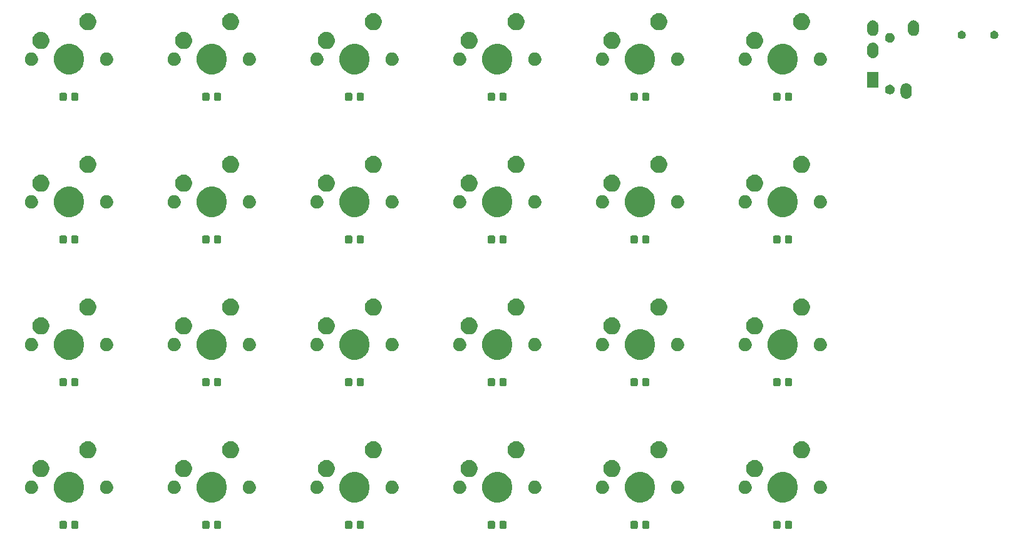
<source format=gbs>
G04 #@! TF.GenerationSoftware,KiCad,Pcbnew,(5.1.5)-3*
G04 #@! TF.CreationDate,2020-01-02T00:08:27-06:00*
G04 #@! TF.ProjectId,untitled-keyboard-project,756e7469-746c-4656-942d-6b6579626f61,rev?*
G04 #@! TF.SameCoordinates,Original*
G04 #@! TF.FileFunction,Soldermask,Bot*
G04 #@! TF.FilePolarity,Negative*
%FSLAX46Y46*%
G04 Gerber Fmt 4.6, Leading zero omitted, Abs format (unit mm)*
G04 Created by KiCad (PCBNEW (5.1.5)-3) date 2020-01-02 00:08:27*
%MOMM*%
%LPD*%
G04 APERTURE LIST*
%ADD10C,0.100000*%
G04 APERTURE END LIST*
D10*
G36*
X130618591Y-112762085D02*
G01*
X130652569Y-112772393D01*
X130683890Y-112789134D01*
X130711339Y-112811661D01*
X130733866Y-112839110D01*
X130750607Y-112870431D01*
X130760915Y-112904409D01*
X130765000Y-112945890D01*
X130765000Y-113622110D01*
X130760915Y-113663591D01*
X130750607Y-113697569D01*
X130733866Y-113728890D01*
X130711339Y-113756339D01*
X130683890Y-113778866D01*
X130652569Y-113795607D01*
X130618591Y-113805915D01*
X130577110Y-113810000D01*
X129975890Y-113810000D01*
X129934409Y-113805915D01*
X129900431Y-113795607D01*
X129869110Y-113778866D01*
X129841661Y-113756339D01*
X129819134Y-113728890D01*
X129802393Y-113697569D01*
X129792085Y-113663591D01*
X129788000Y-113622110D01*
X129788000Y-112945890D01*
X129792085Y-112904409D01*
X129802393Y-112870431D01*
X129819134Y-112839110D01*
X129841661Y-112811661D01*
X129869110Y-112789134D01*
X129900431Y-112772393D01*
X129934409Y-112762085D01*
X129975890Y-112758000D01*
X130577110Y-112758000D01*
X130618591Y-112762085D01*
G37*
G36*
X132193591Y-112762085D02*
G01*
X132227569Y-112772393D01*
X132258890Y-112789134D01*
X132286339Y-112811661D01*
X132308866Y-112839110D01*
X132325607Y-112870431D01*
X132335915Y-112904409D01*
X132340000Y-112945890D01*
X132340000Y-113622110D01*
X132335915Y-113663591D01*
X132325607Y-113697569D01*
X132308866Y-113728890D01*
X132286339Y-113756339D01*
X132258890Y-113778866D01*
X132227569Y-113795607D01*
X132193591Y-113805915D01*
X132152110Y-113810000D01*
X131550890Y-113810000D01*
X131509409Y-113805915D01*
X131475431Y-113795607D01*
X131444110Y-113778866D01*
X131416661Y-113756339D01*
X131394134Y-113728890D01*
X131377393Y-113697569D01*
X131367085Y-113663591D01*
X131363000Y-113622110D01*
X131363000Y-112945890D01*
X131367085Y-112904409D01*
X131377393Y-112870431D01*
X131394134Y-112839110D01*
X131416661Y-112811661D01*
X131444110Y-112789134D01*
X131475431Y-112772393D01*
X131509409Y-112762085D01*
X131550890Y-112758000D01*
X132152110Y-112758000D01*
X132193591Y-112762085D01*
G37*
G36*
X149922591Y-112762085D02*
G01*
X149956569Y-112772393D01*
X149987890Y-112789134D01*
X150015339Y-112811661D01*
X150037866Y-112839110D01*
X150054607Y-112870431D01*
X150064915Y-112904409D01*
X150069000Y-112945890D01*
X150069000Y-113622110D01*
X150064915Y-113663591D01*
X150054607Y-113697569D01*
X150037866Y-113728890D01*
X150015339Y-113756339D01*
X149987890Y-113778866D01*
X149956569Y-113795607D01*
X149922591Y-113805915D01*
X149881110Y-113810000D01*
X149279890Y-113810000D01*
X149238409Y-113805915D01*
X149204431Y-113795607D01*
X149173110Y-113778866D01*
X149145661Y-113756339D01*
X149123134Y-113728890D01*
X149106393Y-113697569D01*
X149096085Y-113663591D01*
X149092000Y-113622110D01*
X149092000Y-112945890D01*
X149096085Y-112904409D01*
X149106393Y-112870431D01*
X149123134Y-112839110D01*
X149145661Y-112811661D01*
X149173110Y-112789134D01*
X149204431Y-112772393D01*
X149238409Y-112762085D01*
X149279890Y-112758000D01*
X149881110Y-112758000D01*
X149922591Y-112762085D01*
G37*
G36*
X151497591Y-112762085D02*
G01*
X151531569Y-112772393D01*
X151562890Y-112789134D01*
X151590339Y-112811661D01*
X151612866Y-112839110D01*
X151629607Y-112870431D01*
X151639915Y-112904409D01*
X151644000Y-112945890D01*
X151644000Y-113622110D01*
X151639915Y-113663591D01*
X151629607Y-113697569D01*
X151612866Y-113728890D01*
X151590339Y-113756339D01*
X151562890Y-113778866D01*
X151531569Y-113795607D01*
X151497591Y-113805915D01*
X151456110Y-113810000D01*
X150854890Y-113810000D01*
X150813409Y-113805915D01*
X150779431Y-113795607D01*
X150748110Y-113778866D01*
X150720661Y-113756339D01*
X150698134Y-113728890D01*
X150681393Y-113697569D01*
X150671085Y-113663591D01*
X150667000Y-113622110D01*
X150667000Y-112945890D01*
X150671085Y-112904409D01*
X150681393Y-112870431D01*
X150698134Y-112839110D01*
X150720661Y-112811661D01*
X150748110Y-112789134D01*
X150779431Y-112772393D01*
X150813409Y-112762085D01*
X150854890Y-112758000D01*
X151456110Y-112758000D01*
X151497591Y-112762085D01*
G37*
G36*
X170801591Y-112762085D02*
G01*
X170835569Y-112772393D01*
X170866890Y-112789134D01*
X170894339Y-112811661D01*
X170916866Y-112839110D01*
X170933607Y-112870431D01*
X170943915Y-112904409D01*
X170948000Y-112945890D01*
X170948000Y-113622110D01*
X170943915Y-113663591D01*
X170933607Y-113697569D01*
X170916866Y-113728890D01*
X170894339Y-113756339D01*
X170866890Y-113778866D01*
X170835569Y-113795607D01*
X170801591Y-113805915D01*
X170760110Y-113810000D01*
X170158890Y-113810000D01*
X170117409Y-113805915D01*
X170083431Y-113795607D01*
X170052110Y-113778866D01*
X170024661Y-113756339D01*
X170002134Y-113728890D01*
X169985393Y-113697569D01*
X169975085Y-113663591D01*
X169971000Y-113622110D01*
X169971000Y-112945890D01*
X169975085Y-112904409D01*
X169985393Y-112870431D01*
X170002134Y-112839110D01*
X170024661Y-112811661D01*
X170052110Y-112789134D01*
X170083431Y-112772393D01*
X170117409Y-112762085D01*
X170158890Y-112758000D01*
X170760110Y-112758000D01*
X170801591Y-112762085D01*
G37*
G36*
X112889591Y-112762085D02*
G01*
X112923569Y-112772393D01*
X112954890Y-112789134D01*
X112982339Y-112811661D01*
X113004866Y-112839110D01*
X113021607Y-112870431D01*
X113031915Y-112904409D01*
X113036000Y-112945890D01*
X113036000Y-113622110D01*
X113031915Y-113663591D01*
X113021607Y-113697569D01*
X113004866Y-113728890D01*
X112982339Y-113756339D01*
X112954890Y-113778866D01*
X112923569Y-113795607D01*
X112889591Y-113805915D01*
X112848110Y-113810000D01*
X112246890Y-113810000D01*
X112205409Y-113805915D01*
X112171431Y-113795607D01*
X112140110Y-113778866D01*
X112112661Y-113756339D01*
X112090134Y-113728890D01*
X112073393Y-113697569D01*
X112063085Y-113663591D01*
X112059000Y-113622110D01*
X112059000Y-112945890D01*
X112063085Y-112904409D01*
X112073393Y-112870431D01*
X112090134Y-112839110D01*
X112112661Y-112811661D01*
X112140110Y-112789134D01*
X112171431Y-112772393D01*
X112205409Y-112762085D01*
X112246890Y-112758000D01*
X112848110Y-112758000D01*
X112889591Y-112762085D01*
G37*
G36*
X111314591Y-112762085D02*
G01*
X111348569Y-112772393D01*
X111379890Y-112789134D01*
X111407339Y-112811661D01*
X111429866Y-112839110D01*
X111446607Y-112870431D01*
X111456915Y-112904409D01*
X111461000Y-112945890D01*
X111461000Y-113622110D01*
X111456915Y-113663591D01*
X111446607Y-113697569D01*
X111429866Y-113728890D01*
X111407339Y-113756339D01*
X111379890Y-113778866D01*
X111348569Y-113795607D01*
X111314591Y-113805915D01*
X111273110Y-113810000D01*
X110671890Y-113810000D01*
X110630409Y-113805915D01*
X110596431Y-113795607D01*
X110565110Y-113778866D01*
X110537661Y-113756339D01*
X110515134Y-113728890D01*
X110498393Y-113697569D01*
X110488085Y-113663591D01*
X110484000Y-113622110D01*
X110484000Y-112945890D01*
X110488085Y-112904409D01*
X110498393Y-112870431D01*
X110515134Y-112839110D01*
X110537661Y-112811661D01*
X110565110Y-112789134D01*
X110596431Y-112772393D01*
X110630409Y-112762085D01*
X110671890Y-112758000D01*
X111273110Y-112758000D01*
X111314591Y-112762085D01*
G37*
G36*
X93585591Y-112762085D02*
G01*
X93619569Y-112772393D01*
X93650890Y-112789134D01*
X93678339Y-112811661D01*
X93700866Y-112839110D01*
X93717607Y-112870431D01*
X93727915Y-112904409D01*
X93732000Y-112945890D01*
X93732000Y-113622110D01*
X93727915Y-113663591D01*
X93717607Y-113697569D01*
X93700866Y-113728890D01*
X93678339Y-113756339D01*
X93650890Y-113778866D01*
X93619569Y-113795607D01*
X93585591Y-113805915D01*
X93544110Y-113810000D01*
X92942890Y-113810000D01*
X92901409Y-113805915D01*
X92867431Y-113795607D01*
X92836110Y-113778866D01*
X92808661Y-113756339D01*
X92786134Y-113728890D01*
X92769393Y-113697569D01*
X92759085Y-113663591D01*
X92755000Y-113622110D01*
X92755000Y-112945890D01*
X92759085Y-112904409D01*
X92769393Y-112870431D01*
X92786134Y-112839110D01*
X92808661Y-112811661D01*
X92836110Y-112789134D01*
X92867431Y-112772393D01*
X92901409Y-112762085D01*
X92942890Y-112758000D01*
X93544110Y-112758000D01*
X93585591Y-112762085D01*
G37*
G36*
X92010591Y-112762085D02*
G01*
X92044569Y-112772393D01*
X92075890Y-112789134D01*
X92103339Y-112811661D01*
X92125866Y-112839110D01*
X92142607Y-112870431D01*
X92152915Y-112904409D01*
X92157000Y-112945890D01*
X92157000Y-113622110D01*
X92152915Y-113663591D01*
X92142607Y-113697569D01*
X92125866Y-113728890D01*
X92103339Y-113756339D01*
X92075890Y-113778866D01*
X92044569Y-113795607D01*
X92010591Y-113805915D01*
X91969110Y-113810000D01*
X91367890Y-113810000D01*
X91326409Y-113805915D01*
X91292431Y-113795607D01*
X91261110Y-113778866D01*
X91233661Y-113756339D01*
X91211134Y-113728890D01*
X91194393Y-113697569D01*
X91184085Y-113663591D01*
X91180000Y-113622110D01*
X91180000Y-112945890D01*
X91184085Y-112904409D01*
X91194393Y-112870431D01*
X91211134Y-112839110D01*
X91233661Y-112811661D01*
X91261110Y-112789134D01*
X91292431Y-112772393D01*
X91326409Y-112762085D01*
X91367890Y-112758000D01*
X91969110Y-112758000D01*
X92010591Y-112762085D01*
G37*
G36*
X72706591Y-112762085D02*
G01*
X72740569Y-112772393D01*
X72771890Y-112789134D01*
X72799339Y-112811661D01*
X72821866Y-112839110D01*
X72838607Y-112870431D01*
X72848915Y-112904409D01*
X72853000Y-112945890D01*
X72853000Y-113622110D01*
X72848915Y-113663591D01*
X72838607Y-113697569D01*
X72821866Y-113728890D01*
X72799339Y-113756339D01*
X72771890Y-113778866D01*
X72740569Y-113795607D01*
X72706591Y-113805915D01*
X72665110Y-113810000D01*
X72063890Y-113810000D01*
X72022409Y-113805915D01*
X71988431Y-113795607D01*
X71957110Y-113778866D01*
X71929661Y-113756339D01*
X71907134Y-113728890D01*
X71890393Y-113697569D01*
X71880085Y-113663591D01*
X71876000Y-113622110D01*
X71876000Y-112945890D01*
X71880085Y-112904409D01*
X71890393Y-112870431D01*
X71907134Y-112839110D01*
X71929661Y-112811661D01*
X71957110Y-112789134D01*
X71988431Y-112772393D01*
X72022409Y-112762085D01*
X72063890Y-112758000D01*
X72665110Y-112758000D01*
X72706591Y-112762085D01*
G37*
G36*
X74281591Y-112762085D02*
G01*
X74315569Y-112772393D01*
X74346890Y-112789134D01*
X74374339Y-112811661D01*
X74396866Y-112839110D01*
X74413607Y-112870431D01*
X74423915Y-112904409D01*
X74428000Y-112945890D01*
X74428000Y-113622110D01*
X74423915Y-113663591D01*
X74413607Y-113697569D01*
X74396866Y-113728890D01*
X74374339Y-113756339D01*
X74346890Y-113778866D01*
X74315569Y-113795607D01*
X74281591Y-113805915D01*
X74240110Y-113810000D01*
X73638890Y-113810000D01*
X73597409Y-113805915D01*
X73563431Y-113795607D01*
X73532110Y-113778866D01*
X73504661Y-113756339D01*
X73482134Y-113728890D01*
X73465393Y-113697569D01*
X73455085Y-113663591D01*
X73451000Y-113622110D01*
X73451000Y-112945890D01*
X73455085Y-112904409D01*
X73465393Y-112870431D01*
X73482134Y-112839110D01*
X73504661Y-112811661D01*
X73532110Y-112789134D01*
X73563431Y-112772393D01*
X73597409Y-112762085D01*
X73638890Y-112758000D01*
X74240110Y-112758000D01*
X74281591Y-112762085D01*
G37*
G36*
X169226591Y-112762085D02*
G01*
X169260569Y-112772393D01*
X169291890Y-112789134D01*
X169319339Y-112811661D01*
X169341866Y-112839110D01*
X169358607Y-112870431D01*
X169368915Y-112904409D01*
X169373000Y-112945890D01*
X169373000Y-113622110D01*
X169368915Y-113663591D01*
X169358607Y-113697569D01*
X169341866Y-113728890D01*
X169319339Y-113756339D01*
X169291890Y-113778866D01*
X169260569Y-113795607D01*
X169226591Y-113805915D01*
X169185110Y-113810000D01*
X168583890Y-113810000D01*
X168542409Y-113805915D01*
X168508431Y-113795607D01*
X168477110Y-113778866D01*
X168449661Y-113756339D01*
X168427134Y-113728890D01*
X168410393Y-113697569D01*
X168400085Y-113663591D01*
X168396000Y-113622110D01*
X168396000Y-112945890D01*
X168400085Y-112904409D01*
X168410393Y-112870431D01*
X168427134Y-112839110D01*
X168449661Y-112811661D01*
X168477110Y-112789134D01*
X168508431Y-112772393D01*
X168542409Y-112762085D01*
X168583890Y-112758000D01*
X169185110Y-112758000D01*
X169226591Y-112762085D01*
G37*
G36*
X112358254Y-106231818D02*
G01*
X112731511Y-106386426D01*
X112731513Y-106386427D01*
X113067436Y-106610884D01*
X113353116Y-106896564D01*
X113577574Y-107232489D01*
X113732182Y-107605746D01*
X113811000Y-108001993D01*
X113811000Y-108406007D01*
X113732182Y-108802254D01*
X113577574Y-109175511D01*
X113577573Y-109175513D01*
X113353116Y-109511436D01*
X113067436Y-109797116D01*
X112731513Y-110021573D01*
X112731512Y-110021574D01*
X112731511Y-110021574D01*
X112358254Y-110176182D01*
X111962007Y-110255000D01*
X111557993Y-110255000D01*
X111161746Y-110176182D01*
X110788489Y-110021574D01*
X110788488Y-110021574D01*
X110788487Y-110021573D01*
X110452564Y-109797116D01*
X110166884Y-109511436D01*
X109942427Y-109175513D01*
X109942426Y-109175511D01*
X109787818Y-108802254D01*
X109709000Y-108406007D01*
X109709000Y-108001993D01*
X109787818Y-107605746D01*
X109942426Y-107232489D01*
X110166884Y-106896564D01*
X110452564Y-106610884D01*
X110788487Y-106386427D01*
X110788489Y-106386426D01*
X111161746Y-106231818D01*
X111557993Y-106153000D01*
X111962007Y-106153000D01*
X112358254Y-106231818D01*
G37*
G36*
X131662254Y-106231818D02*
G01*
X132035511Y-106386426D01*
X132035513Y-106386427D01*
X132371436Y-106610884D01*
X132657116Y-106896564D01*
X132881574Y-107232489D01*
X133036182Y-107605746D01*
X133115000Y-108001993D01*
X133115000Y-108406007D01*
X133036182Y-108802254D01*
X132881574Y-109175511D01*
X132881573Y-109175513D01*
X132657116Y-109511436D01*
X132371436Y-109797116D01*
X132035513Y-110021573D01*
X132035512Y-110021574D01*
X132035511Y-110021574D01*
X131662254Y-110176182D01*
X131266007Y-110255000D01*
X130861993Y-110255000D01*
X130465746Y-110176182D01*
X130092489Y-110021574D01*
X130092488Y-110021574D01*
X130092487Y-110021573D01*
X129756564Y-109797116D01*
X129470884Y-109511436D01*
X129246427Y-109175513D01*
X129246426Y-109175511D01*
X129091818Y-108802254D01*
X129013000Y-108406007D01*
X129013000Y-108001993D01*
X129091818Y-107605746D01*
X129246426Y-107232489D01*
X129470884Y-106896564D01*
X129756564Y-106610884D01*
X130092487Y-106386427D01*
X130092489Y-106386426D01*
X130465746Y-106231818D01*
X130861993Y-106153000D01*
X131266007Y-106153000D01*
X131662254Y-106231818D01*
G37*
G36*
X150966254Y-106231818D02*
G01*
X151339511Y-106386426D01*
X151339513Y-106386427D01*
X151675436Y-106610884D01*
X151961116Y-106896564D01*
X152185574Y-107232489D01*
X152340182Y-107605746D01*
X152419000Y-108001993D01*
X152419000Y-108406007D01*
X152340182Y-108802254D01*
X152185574Y-109175511D01*
X152185573Y-109175513D01*
X151961116Y-109511436D01*
X151675436Y-109797116D01*
X151339513Y-110021573D01*
X151339512Y-110021574D01*
X151339511Y-110021574D01*
X150966254Y-110176182D01*
X150570007Y-110255000D01*
X150165993Y-110255000D01*
X149769746Y-110176182D01*
X149396489Y-110021574D01*
X149396488Y-110021574D01*
X149396487Y-110021573D01*
X149060564Y-109797116D01*
X148774884Y-109511436D01*
X148550427Y-109175513D01*
X148550426Y-109175511D01*
X148395818Y-108802254D01*
X148317000Y-108406007D01*
X148317000Y-108001993D01*
X148395818Y-107605746D01*
X148550426Y-107232489D01*
X148774884Y-106896564D01*
X149060564Y-106610884D01*
X149396487Y-106386427D01*
X149396489Y-106386426D01*
X149769746Y-106231818D01*
X150165993Y-106153000D01*
X150570007Y-106153000D01*
X150966254Y-106231818D01*
G37*
G36*
X170270254Y-106231818D02*
G01*
X170643511Y-106386426D01*
X170643513Y-106386427D01*
X170979436Y-106610884D01*
X171265116Y-106896564D01*
X171489574Y-107232489D01*
X171644182Y-107605746D01*
X171723000Y-108001993D01*
X171723000Y-108406007D01*
X171644182Y-108802254D01*
X171489574Y-109175511D01*
X171489573Y-109175513D01*
X171265116Y-109511436D01*
X170979436Y-109797116D01*
X170643513Y-110021573D01*
X170643512Y-110021574D01*
X170643511Y-110021574D01*
X170270254Y-110176182D01*
X169874007Y-110255000D01*
X169469993Y-110255000D01*
X169073746Y-110176182D01*
X168700489Y-110021574D01*
X168700488Y-110021574D01*
X168700487Y-110021573D01*
X168364564Y-109797116D01*
X168078884Y-109511436D01*
X167854427Y-109175513D01*
X167854426Y-109175511D01*
X167699818Y-108802254D01*
X167621000Y-108406007D01*
X167621000Y-108001993D01*
X167699818Y-107605746D01*
X167854426Y-107232489D01*
X168078884Y-106896564D01*
X168364564Y-106610884D01*
X168700487Y-106386427D01*
X168700489Y-106386426D01*
X169073746Y-106231818D01*
X169469993Y-106153000D01*
X169874007Y-106153000D01*
X170270254Y-106231818D01*
G37*
G36*
X93054254Y-106231818D02*
G01*
X93427511Y-106386426D01*
X93427513Y-106386427D01*
X93763436Y-106610884D01*
X94049116Y-106896564D01*
X94273574Y-107232489D01*
X94428182Y-107605746D01*
X94507000Y-108001993D01*
X94507000Y-108406007D01*
X94428182Y-108802254D01*
X94273574Y-109175511D01*
X94273573Y-109175513D01*
X94049116Y-109511436D01*
X93763436Y-109797116D01*
X93427513Y-110021573D01*
X93427512Y-110021574D01*
X93427511Y-110021574D01*
X93054254Y-110176182D01*
X92658007Y-110255000D01*
X92253993Y-110255000D01*
X91857746Y-110176182D01*
X91484489Y-110021574D01*
X91484488Y-110021574D01*
X91484487Y-110021573D01*
X91148564Y-109797116D01*
X90862884Y-109511436D01*
X90638427Y-109175513D01*
X90638426Y-109175511D01*
X90483818Y-108802254D01*
X90405000Y-108406007D01*
X90405000Y-108001993D01*
X90483818Y-107605746D01*
X90638426Y-107232489D01*
X90862884Y-106896564D01*
X91148564Y-106610884D01*
X91484487Y-106386427D01*
X91484489Y-106386426D01*
X91857746Y-106231818D01*
X92253993Y-106153000D01*
X92658007Y-106153000D01*
X93054254Y-106231818D01*
G37*
G36*
X73750254Y-106231818D02*
G01*
X74123511Y-106386426D01*
X74123513Y-106386427D01*
X74459436Y-106610884D01*
X74745116Y-106896564D01*
X74969574Y-107232489D01*
X75124182Y-107605746D01*
X75203000Y-108001993D01*
X75203000Y-108406007D01*
X75124182Y-108802254D01*
X74969574Y-109175511D01*
X74969573Y-109175513D01*
X74745116Y-109511436D01*
X74459436Y-109797116D01*
X74123513Y-110021573D01*
X74123512Y-110021574D01*
X74123511Y-110021574D01*
X73750254Y-110176182D01*
X73354007Y-110255000D01*
X72949993Y-110255000D01*
X72553746Y-110176182D01*
X72180489Y-110021574D01*
X72180488Y-110021574D01*
X72180487Y-110021573D01*
X71844564Y-109797116D01*
X71558884Y-109511436D01*
X71334427Y-109175513D01*
X71334426Y-109175511D01*
X71179818Y-108802254D01*
X71101000Y-108406007D01*
X71101000Y-108001993D01*
X71179818Y-107605746D01*
X71334426Y-107232489D01*
X71558884Y-106896564D01*
X71844564Y-106610884D01*
X72180487Y-106386427D01*
X72180489Y-106386426D01*
X72553746Y-106231818D01*
X72949993Y-106153000D01*
X73354007Y-106153000D01*
X73750254Y-106231818D01*
G37*
G36*
X87489512Y-107307927D02*
G01*
X87638812Y-107337624D01*
X87802784Y-107405544D01*
X87950354Y-107504147D01*
X88075853Y-107629646D01*
X88174456Y-107777216D01*
X88242376Y-107941188D01*
X88277000Y-108115259D01*
X88277000Y-108292741D01*
X88242376Y-108466812D01*
X88174456Y-108630784D01*
X88075853Y-108778354D01*
X87950354Y-108903853D01*
X87802784Y-109002456D01*
X87638812Y-109070376D01*
X87489512Y-109100073D01*
X87464742Y-109105000D01*
X87287258Y-109105000D01*
X87262488Y-109100073D01*
X87113188Y-109070376D01*
X86949216Y-109002456D01*
X86801646Y-108903853D01*
X86676147Y-108778354D01*
X86577544Y-108630784D01*
X86509624Y-108466812D01*
X86475000Y-108292741D01*
X86475000Y-108115259D01*
X86509624Y-107941188D01*
X86577544Y-107777216D01*
X86676147Y-107629646D01*
X86801646Y-107504147D01*
X86949216Y-107405544D01*
X87113188Y-107337624D01*
X87262488Y-107307927D01*
X87287258Y-107303000D01*
X87464742Y-107303000D01*
X87489512Y-107307927D01*
G37*
G36*
X164705512Y-107307927D02*
G01*
X164854812Y-107337624D01*
X165018784Y-107405544D01*
X165166354Y-107504147D01*
X165291853Y-107629646D01*
X165390456Y-107777216D01*
X165458376Y-107941188D01*
X165493000Y-108115259D01*
X165493000Y-108292741D01*
X165458376Y-108466812D01*
X165390456Y-108630784D01*
X165291853Y-108778354D01*
X165166354Y-108903853D01*
X165018784Y-109002456D01*
X164854812Y-109070376D01*
X164705512Y-109100073D01*
X164680742Y-109105000D01*
X164503258Y-109105000D01*
X164478488Y-109100073D01*
X164329188Y-109070376D01*
X164165216Y-109002456D01*
X164017646Y-108903853D01*
X163892147Y-108778354D01*
X163793544Y-108630784D01*
X163725624Y-108466812D01*
X163691000Y-108292741D01*
X163691000Y-108115259D01*
X163725624Y-107941188D01*
X163793544Y-107777216D01*
X163892147Y-107629646D01*
X164017646Y-107504147D01*
X164165216Y-107405544D01*
X164329188Y-107337624D01*
X164478488Y-107307927D01*
X164503258Y-107303000D01*
X164680742Y-107303000D01*
X164705512Y-107307927D01*
G37*
G36*
X155561512Y-107307927D02*
G01*
X155710812Y-107337624D01*
X155874784Y-107405544D01*
X156022354Y-107504147D01*
X156147853Y-107629646D01*
X156246456Y-107777216D01*
X156314376Y-107941188D01*
X156349000Y-108115259D01*
X156349000Y-108292741D01*
X156314376Y-108466812D01*
X156246456Y-108630784D01*
X156147853Y-108778354D01*
X156022354Y-108903853D01*
X155874784Y-109002456D01*
X155710812Y-109070376D01*
X155561512Y-109100073D01*
X155536742Y-109105000D01*
X155359258Y-109105000D01*
X155334488Y-109100073D01*
X155185188Y-109070376D01*
X155021216Y-109002456D01*
X154873646Y-108903853D01*
X154748147Y-108778354D01*
X154649544Y-108630784D01*
X154581624Y-108466812D01*
X154547000Y-108292741D01*
X154547000Y-108115259D01*
X154581624Y-107941188D01*
X154649544Y-107777216D01*
X154748147Y-107629646D01*
X154873646Y-107504147D01*
X155021216Y-107405544D01*
X155185188Y-107337624D01*
X155334488Y-107307927D01*
X155359258Y-107303000D01*
X155536742Y-107303000D01*
X155561512Y-107307927D01*
G37*
G36*
X145401512Y-107307927D02*
G01*
X145550812Y-107337624D01*
X145714784Y-107405544D01*
X145862354Y-107504147D01*
X145987853Y-107629646D01*
X146086456Y-107777216D01*
X146154376Y-107941188D01*
X146189000Y-108115259D01*
X146189000Y-108292741D01*
X146154376Y-108466812D01*
X146086456Y-108630784D01*
X145987853Y-108778354D01*
X145862354Y-108903853D01*
X145714784Y-109002456D01*
X145550812Y-109070376D01*
X145401512Y-109100073D01*
X145376742Y-109105000D01*
X145199258Y-109105000D01*
X145174488Y-109100073D01*
X145025188Y-109070376D01*
X144861216Y-109002456D01*
X144713646Y-108903853D01*
X144588147Y-108778354D01*
X144489544Y-108630784D01*
X144421624Y-108466812D01*
X144387000Y-108292741D01*
X144387000Y-108115259D01*
X144421624Y-107941188D01*
X144489544Y-107777216D01*
X144588147Y-107629646D01*
X144713646Y-107504147D01*
X144861216Y-107405544D01*
X145025188Y-107337624D01*
X145174488Y-107307927D01*
X145199258Y-107303000D01*
X145376742Y-107303000D01*
X145401512Y-107307927D01*
G37*
G36*
X116953512Y-107307927D02*
G01*
X117102812Y-107337624D01*
X117266784Y-107405544D01*
X117414354Y-107504147D01*
X117539853Y-107629646D01*
X117638456Y-107777216D01*
X117706376Y-107941188D01*
X117741000Y-108115259D01*
X117741000Y-108292741D01*
X117706376Y-108466812D01*
X117638456Y-108630784D01*
X117539853Y-108778354D01*
X117414354Y-108903853D01*
X117266784Y-109002456D01*
X117102812Y-109070376D01*
X116953512Y-109100073D01*
X116928742Y-109105000D01*
X116751258Y-109105000D01*
X116726488Y-109100073D01*
X116577188Y-109070376D01*
X116413216Y-109002456D01*
X116265646Y-108903853D01*
X116140147Y-108778354D01*
X116041544Y-108630784D01*
X115973624Y-108466812D01*
X115939000Y-108292741D01*
X115939000Y-108115259D01*
X115973624Y-107941188D01*
X116041544Y-107777216D01*
X116140147Y-107629646D01*
X116265646Y-107504147D01*
X116413216Y-107405544D01*
X116577188Y-107337624D01*
X116726488Y-107307927D01*
X116751258Y-107303000D01*
X116928742Y-107303000D01*
X116953512Y-107307927D01*
G37*
G36*
X106793512Y-107307927D02*
G01*
X106942812Y-107337624D01*
X107106784Y-107405544D01*
X107254354Y-107504147D01*
X107379853Y-107629646D01*
X107478456Y-107777216D01*
X107546376Y-107941188D01*
X107581000Y-108115259D01*
X107581000Y-108292741D01*
X107546376Y-108466812D01*
X107478456Y-108630784D01*
X107379853Y-108778354D01*
X107254354Y-108903853D01*
X107106784Y-109002456D01*
X106942812Y-109070376D01*
X106793512Y-109100073D01*
X106768742Y-109105000D01*
X106591258Y-109105000D01*
X106566488Y-109100073D01*
X106417188Y-109070376D01*
X106253216Y-109002456D01*
X106105646Y-108903853D01*
X105980147Y-108778354D01*
X105881544Y-108630784D01*
X105813624Y-108466812D01*
X105779000Y-108292741D01*
X105779000Y-108115259D01*
X105813624Y-107941188D01*
X105881544Y-107777216D01*
X105980147Y-107629646D01*
X106105646Y-107504147D01*
X106253216Y-107405544D01*
X106417188Y-107337624D01*
X106566488Y-107307927D01*
X106591258Y-107303000D01*
X106768742Y-107303000D01*
X106793512Y-107307927D01*
G37*
G36*
X97649512Y-107307927D02*
G01*
X97798812Y-107337624D01*
X97962784Y-107405544D01*
X98110354Y-107504147D01*
X98235853Y-107629646D01*
X98334456Y-107777216D01*
X98402376Y-107941188D01*
X98437000Y-108115259D01*
X98437000Y-108292741D01*
X98402376Y-108466812D01*
X98334456Y-108630784D01*
X98235853Y-108778354D01*
X98110354Y-108903853D01*
X97962784Y-109002456D01*
X97798812Y-109070376D01*
X97649512Y-109100073D01*
X97624742Y-109105000D01*
X97447258Y-109105000D01*
X97422488Y-109100073D01*
X97273188Y-109070376D01*
X97109216Y-109002456D01*
X96961646Y-108903853D01*
X96836147Y-108778354D01*
X96737544Y-108630784D01*
X96669624Y-108466812D01*
X96635000Y-108292741D01*
X96635000Y-108115259D01*
X96669624Y-107941188D01*
X96737544Y-107777216D01*
X96836147Y-107629646D01*
X96961646Y-107504147D01*
X97109216Y-107405544D01*
X97273188Y-107337624D01*
X97422488Y-107307927D01*
X97447258Y-107303000D01*
X97624742Y-107303000D01*
X97649512Y-107307927D01*
G37*
G36*
X68185512Y-107307927D02*
G01*
X68334812Y-107337624D01*
X68498784Y-107405544D01*
X68646354Y-107504147D01*
X68771853Y-107629646D01*
X68870456Y-107777216D01*
X68938376Y-107941188D01*
X68973000Y-108115259D01*
X68973000Y-108292741D01*
X68938376Y-108466812D01*
X68870456Y-108630784D01*
X68771853Y-108778354D01*
X68646354Y-108903853D01*
X68498784Y-109002456D01*
X68334812Y-109070376D01*
X68185512Y-109100073D01*
X68160742Y-109105000D01*
X67983258Y-109105000D01*
X67958488Y-109100073D01*
X67809188Y-109070376D01*
X67645216Y-109002456D01*
X67497646Y-108903853D01*
X67372147Y-108778354D01*
X67273544Y-108630784D01*
X67205624Y-108466812D01*
X67171000Y-108292741D01*
X67171000Y-108115259D01*
X67205624Y-107941188D01*
X67273544Y-107777216D01*
X67372147Y-107629646D01*
X67497646Y-107504147D01*
X67645216Y-107405544D01*
X67809188Y-107337624D01*
X67958488Y-107307927D01*
X67983258Y-107303000D01*
X68160742Y-107303000D01*
X68185512Y-107307927D01*
G37*
G36*
X78345512Y-107307927D02*
G01*
X78494812Y-107337624D01*
X78658784Y-107405544D01*
X78806354Y-107504147D01*
X78931853Y-107629646D01*
X79030456Y-107777216D01*
X79098376Y-107941188D01*
X79133000Y-108115259D01*
X79133000Y-108292741D01*
X79098376Y-108466812D01*
X79030456Y-108630784D01*
X78931853Y-108778354D01*
X78806354Y-108903853D01*
X78658784Y-109002456D01*
X78494812Y-109070376D01*
X78345512Y-109100073D01*
X78320742Y-109105000D01*
X78143258Y-109105000D01*
X78118488Y-109100073D01*
X77969188Y-109070376D01*
X77805216Y-109002456D01*
X77657646Y-108903853D01*
X77532147Y-108778354D01*
X77433544Y-108630784D01*
X77365624Y-108466812D01*
X77331000Y-108292741D01*
X77331000Y-108115259D01*
X77365624Y-107941188D01*
X77433544Y-107777216D01*
X77532147Y-107629646D01*
X77657646Y-107504147D01*
X77805216Y-107405544D01*
X77969188Y-107337624D01*
X78118488Y-107307927D01*
X78143258Y-107303000D01*
X78320742Y-107303000D01*
X78345512Y-107307927D01*
G37*
G36*
X136257512Y-107307927D02*
G01*
X136406812Y-107337624D01*
X136570784Y-107405544D01*
X136718354Y-107504147D01*
X136843853Y-107629646D01*
X136942456Y-107777216D01*
X137010376Y-107941188D01*
X137045000Y-108115259D01*
X137045000Y-108292741D01*
X137010376Y-108466812D01*
X136942456Y-108630784D01*
X136843853Y-108778354D01*
X136718354Y-108903853D01*
X136570784Y-109002456D01*
X136406812Y-109070376D01*
X136257512Y-109100073D01*
X136232742Y-109105000D01*
X136055258Y-109105000D01*
X136030488Y-109100073D01*
X135881188Y-109070376D01*
X135717216Y-109002456D01*
X135569646Y-108903853D01*
X135444147Y-108778354D01*
X135345544Y-108630784D01*
X135277624Y-108466812D01*
X135243000Y-108292741D01*
X135243000Y-108115259D01*
X135277624Y-107941188D01*
X135345544Y-107777216D01*
X135444147Y-107629646D01*
X135569646Y-107504147D01*
X135717216Y-107405544D01*
X135881188Y-107337624D01*
X136030488Y-107307927D01*
X136055258Y-107303000D01*
X136232742Y-107303000D01*
X136257512Y-107307927D01*
G37*
G36*
X174865512Y-107307927D02*
G01*
X175014812Y-107337624D01*
X175178784Y-107405544D01*
X175326354Y-107504147D01*
X175451853Y-107629646D01*
X175550456Y-107777216D01*
X175618376Y-107941188D01*
X175653000Y-108115259D01*
X175653000Y-108292741D01*
X175618376Y-108466812D01*
X175550456Y-108630784D01*
X175451853Y-108778354D01*
X175326354Y-108903853D01*
X175178784Y-109002456D01*
X175014812Y-109070376D01*
X174865512Y-109100073D01*
X174840742Y-109105000D01*
X174663258Y-109105000D01*
X174638488Y-109100073D01*
X174489188Y-109070376D01*
X174325216Y-109002456D01*
X174177646Y-108903853D01*
X174052147Y-108778354D01*
X173953544Y-108630784D01*
X173885624Y-108466812D01*
X173851000Y-108292741D01*
X173851000Y-108115259D01*
X173885624Y-107941188D01*
X173953544Y-107777216D01*
X174052147Y-107629646D01*
X174177646Y-107504147D01*
X174325216Y-107405544D01*
X174489188Y-107337624D01*
X174638488Y-107307927D01*
X174663258Y-107303000D01*
X174840742Y-107303000D01*
X174865512Y-107307927D01*
G37*
G36*
X126097512Y-107307927D02*
G01*
X126246812Y-107337624D01*
X126410784Y-107405544D01*
X126558354Y-107504147D01*
X126683853Y-107629646D01*
X126782456Y-107777216D01*
X126850376Y-107941188D01*
X126885000Y-108115259D01*
X126885000Y-108292741D01*
X126850376Y-108466812D01*
X126782456Y-108630784D01*
X126683853Y-108778354D01*
X126558354Y-108903853D01*
X126410784Y-109002456D01*
X126246812Y-109070376D01*
X126097512Y-109100073D01*
X126072742Y-109105000D01*
X125895258Y-109105000D01*
X125870488Y-109100073D01*
X125721188Y-109070376D01*
X125557216Y-109002456D01*
X125409646Y-108903853D01*
X125284147Y-108778354D01*
X125185544Y-108630784D01*
X125117624Y-108466812D01*
X125083000Y-108292741D01*
X125083000Y-108115259D01*
X125117624Y-107941188D01*
X125185544Y-107777216D01*
X125284147Y-107629646D01*
X125409646Y-107504147D01*
X125557216Y-107405544D01*
X125721188Y-107337624D01*
X125870488Y-107307927D01*
X125895258Y-107303000D01*
X126072742Y-107303000D01*
X126097512Y-107307927D01*
G37*
G36*
X108174549Y-104535116D02*
G01*
X108285734Y-104557232D01*
X108495203Y-104643997D01*
X108683720Y-104769960D01*
X108844040Y-104930280D01*
X108970003Y-105118797D01*
X109056768Y-105328266D01*
X109101000Y-105550636D01*
X109101000Y-105777364D01*
X109056768Y-105999734D01*
X108970003Y-106209203D01*
X108844040Y-106397720D01*
X108683720Y-106558040D01*
X108495203Y-106684003D01*
X108285734Y-106770768D01*
X108174549Y-106792884D01*
X108063365Y-106815000D01*
X107836635Y-106815000D01*
X107725451Y-106792884D01*
X107614266Y-106770768D01*
X107404797Y-106684003D01*
X107216280Y-106558040D01*
X107055960Y-106397720D01*
X106929997Y-106209203D01*
X106843232Y-105999734D01*
X106799000Y-105777364D01*
X106799000Y-105550636D01*
X106843232Y-105328266D01*
X106929997Y-105118797D01*
X107055960Y-104930280D01*
X107216280Y-104769960D01*
X107404797Y-104643997D01*
X107614266Y-104557232D01*
X107725451Y-104535116D01*
X107836635Y-104513000D01*
X108063365Y-104513000D01*
X108174549Y-104535116D01*
G37*
G36*
X127478549Y-104535116D02*
G01*
X127589734Y-104557232D01*
X127799203Y-104643997D01*
X127987720Y-104769960D01*
X128148040Y-104930280D01*
X128274003Y-105118797D01*
X128360768Y-105328266D01*
X128405000Y-105550636D01*
X128405000Y-105777364D01*
X128360768Y-105999734D01*
X128274003Y-106209203D01*
X128148040Y-106397720D01*
X127987720Y-106558040D01*
X127799203Y-106684003D01*
X127589734Y-106770768D01*
X127478549Y-106792884D01*
X127367365Y-106815000D01*
X127140635Y-106815000D01*
X127029451Y-106792884D01*
X126918266Y-106770768D01*
X126708797Y-106684003D01*
X126520280Y-106558040D01*
X126359960Y-106397720D01*
X126233997Y-106209203D01*
X126147232Y-105999734D01*
X126103000Y-105777364D01*
X126103000Y-105550636D01*
X126147232Y-105328266D01*
X126233997Y-105118797D01*
X126359960Y-104930280D01*
X126520280Y-104769960D01*
X126708797Y-104643997D01*
X126918266Y-104557232D01*
X127029451Y-104535116D01*
X127140635Y-104513000D01*
X127367365Y-104513000D01*
X127478549Y-104535116D01*
G37*
G36*
X69566549Y-104535116D02*
G01*
X69677734Y-104557232D01*
X69887203Y-104643997D01*
X70075720Y-104769960D01*
X70236040Y-104930280D01*
X70362003Y-105118797D01*
X70448768Y-105328266D01*
X70493000Y-105550636D01*
X70493000Y-105777364D01*
X70448768Y-105999734D01*
X70362003Y-106209203D01*
X70236040Y-106397720D01*
X70075720Y-106558040D01*
X69887203Y-106684003D01*
X69677734Y-106770768D01*
X69566549Y-106792884D01*
X69455365Y-106815000D01*
X69228635Y-106815000D01*
X69117451Y-106792884D01*
X69006266Y-106770768D01*
X68796797Y-106684003D01*
X68608280Y-106558040D01*
X68447960Y-106397720D01*
X68321997Y-106209203D01*
X68235232Y-105999734D01*
X68191000Y-105777364D01*
X68191000Y-105550636D01*
X68235232Y-105328266D01*
X68321997Y-105118797D01*
X68447960Y-104930280D01*
X68608280Y-104769960D01*
X68796797Y-104643997D01*
X69006266Y-104557232D01*
X69117451Y-104535116D01*
X69228635Y-104513000D01*
X69455365Y-104513000D01*
X69566549Y-104535116D01*
G37*
G36*
X146782549Y-104535116D02*
G01*
X146893734Y-104557232D01*
X147103203Y-104643997D01*
X147291720Y-104769960D01*
X147452040Y-104930280D01*
X147578003Y-105118797D01*
X147664768Y-105328266D01*
X147709000Y-105550636D01*
X147709000Y-105777364D01*
X147664768Y-105999734D01*
X147578003Y-106209203D01*
X147452040Y-106397720D01*
X147291720Y-106558040D01*
X147103203Y-106684003D01*
X146893734Y-106770768D01*
X146782549Y-106792884D01*
X146671365Y-106815000D01*
X146444635Y-106815000D01*
X146333451Y-106792884D01*
X146222266Y-106770768D01*
X146012797Y-106684003D01*
X145824280Y-106558040D01*
X145663960Y-106397720D01*
X145537997Y-106209203D01*
X145451232Y-105999734D01*
X145407000Y-105777364D01*
X145407000Y-105550636D01*
X145451232Y-105328266D01*
X145537997Y-105118797D01*
X145663960Y-104930280D01*
X145824280Y-104769960D01*
X146012797Y-104643997D01*
X146222266Y-104557232D01*
X146333451Y-104535116D01*
X146444635Y-104513000D01*
X146671365Y-104513000D01*
X146782549Y-104535116D01*
G37*
G36*
X166086549Y-104535116D02*
G01*
X166197734Y-104557232D01*
X166407203Y-104643997D01*
X166595720Y-104769960D01*
X166756040Y-104930280D01*
X166882003Y-105118797D01*
X166968768Y-105328266D01*
X167013000Y-105550636D01*
X167013000Y-105777364D01*
X166968768Y-105999734D01*
X166882003Y-106209203D01*
X166756040Y-106397720D01*
X166595720Y-106558040D01*
X166407203Y-106684003D01*
X166197734Y-106770768D01*
X166086549Y-106792884D01*
X165975365Y-106815000D01*
X165748635Y-106815000D01*
X165637451Y-106792884D01*
X165526266Y-106770768D01*
X165316797Y-106684003D01*
X165128280Y-106558040D01*
X164967960Y-106397720D01*
X164841997Y-106209203D01*
X164755232Y-105999734D01*
X164711000Y-105777364D01*
X164711000Y-105550636D01*
X164755232Y-105328266D01*
X164841997Y-105118797D01*
X164967960Y-104930280D01*
X165128280Y-104769960D01*
X165316797Y-104643997D01*
X165526266Y-104557232D01*
X165637451Y-104535116D01*
X165748635Y-104513000D01*
X165975365Y-104513000D01*
X166086549Y-104535116D01*
G37*
G36*
X88870549Y-104535116D02*
G01*
X88981734Y-104557232D01*
X89191203Y-104643997D01*
X89379720Y-104769960D01*
X89540040Y-104930280D01*
X89666003Y-105118797D01*
X89752768Y-105328266D01*
X89797000Y-105550636D01*
X89797000Y-105777364D01*
X89752768Y-105999734D01*
X89666003Y-106209203D01*
X89540040Y-106397720D01*
X89379720Y-106558040D01*
X89191203Y-106684003D01*
X88981734Y-106770768D01*
X88870549Y-106792884D01*
X88759365Y-106815000D01*
X88532635Y-106815000D01*
X88421451Y-106792884D01*
X88310266Y-106770768D01*
X88100797Y-106684003D01*
X87912280Y-106558040D01*
X87751960Y-106397720D01*
X87625997Y-106209203D01*
X87539232Y-105999734D01*
X87495000Y-105777364D01*
X87495000Y-105550636D01*
X87539232Y-105328266D01*
X87625997Y-105118797D01*
X87751960Y-104930280D01*
X87912280Y-104769960D01*
X88100797Y-104643997D01*
X88310266Y-104557232D01*
X88421451Y-104535116D01*
X88532635Y-104513000D01*
X88759365Y-104513000D01*
X88870549Y-104535116D01*
G37*
G36*
X75916549Y-101995116D02*
G01*
X76027734Y-102017232D01*
X76237203Y-102103997D01*
X76425720Y-102229960D01*
X76586040Y-102390280D01*
X76712003Y-102578797D01*
X76798768Y-102788266D01*
X76843000Y-103010636D01*
X76843000Y-103237364D01*
X76798768Y-103459734D01*
X76712003Y-103669203D01*
X76586040Y-103857720D01*
X76425720Y-104018040D01*
X76237203Y-104144003D01*
X76027734Y-104230768D01*
X75916549Y-104252884D01*
X75805365Y-104275000D01*
X75578635Y-104275000D01*
X75467451Y-104252884D01*
X75356266Y-104230768D01*
X75146797Y-104144003D01*
X74958280Y-104018040D01*
X74797960Y-103857720D01*
X74671997Y-103669203D01*
X74585232Y-103459734D01*
X74541000Y-103237364D01*
X74541000Y-103010636D01*
X74585232Y-102788266D01*
X74671997Y-102578797D01*
X74797960Y-102390280D01*
X74958280Y-102229960D01*
X75146797Y-102103997D01*
X75356266Y-102017232D01*
X75467451Y-101995116D01*
X75578635Y-101973000D01*
X75805365Y-101973000D01*
X75916549Y-101995116D01*
G37*
G36*
X172436549Y-101995116D02*
G01*
X172547734Y-102017232D01*
X172757203Y-102103997D01*
X172945720Y-102229960D01*
X173106040Y-102390280D01*
X173232003Y-102578797D01*
X173318768Y-102788266D01*
X173363000Y-103010636D01*
X173363000Y-103237364D01*
X173318768Y-103459734D01*
X173232003Y-103669203D01*
X173106040Y-103857720D01*
X172945720Y-104018040D01*
X172757203Y-104144003D01*
X172547734Y-104230768D01*
X172436549Y-104252884D01*
X172325365Y-104275000D01*
X172098635Y-104275000D01*
X171987451Y-104252884D01*
X171876266Y-104230768D01*
X171666797Y-104144003D01*
X171478280Y-104018040D01*
X171317960Y-103857720D01*
X171191997Y-103669203D01*
X171105232Y-103459734D01*
X171061000Y-103237364D01*
X171061000Y-103010636D01*
X171105232Y-102788266D01*
X171191997Y-102578797D01*
X171317960Y-102390280D01*
X171478280Y-102229960D01*
X171666797Y-102103997D01*
X171876266Y-102017232D01*
X171987451Y-101995116D01*
X172098635Y-101973000D01*
X172325365Y-101973000D01*
X172436549Y-101995116D01*
G37*
G36*
X153132549Y-101995116D02*
G01*
X153243734Y-102017232D01*
X153453203Y-102103997D01*
X153641720Y-102229960D01*
X153802040Y-102390280D01*
X153928003Y-102578797D01*
X154014768Y-102788266D01*
X154059000Y-103010636D01*
X154059000Y-103237364D01*
X154014768Y-103459734D01*
X153928003Y-103669203D01*
X153802040Y-103857720D01*
X153641720Y-104018040D01*
X153453203Y-104144003D01*
X153243734Y-104230768D01*
X153132549Y-104252884D01*
X153021365Y-104275000D01*
X152794635Y-104275000D01*
X152683451Y-104252884D01*
X152572266Y-104230768D01*
X152362797Y-104144003D01*
X152174280Y-104018040D01*
X152013960Y-103857720D01*
X151887997Y-103669203D01*
X151801232Y-103459734D01*
X151757000Y-103237364D01*
X151757000Y-103010636D01*
X151801232Y-102788266D01*
X151887997Y-102578797D01*
X152013960Y-102390280D01*
X152174280Y-102229960D01*
X152362797Y-102103997D01*
X152572266Y-102017232D01*
X152683451Y-101995116D01*
X152794635Y-101973000D01*
X153021365Y-101973000D01*
X153132549Y-101995116D01*
G37*
G36*
X114524549Y-101995116D02*
G01*
X114635734Y-102017232D01*
X114845203Y-102103997D01*
X115033720Y-102229960D01*
X115194040Y-102390280D01*
X115320003Y-102578797D01*
X115406768Y-102788266D01*
X115451000Y-103010636D01*
X115451000Y-103237364D01*
X115406768Y-103459734D01*
X115320003Y-103669203D01*
X115194040Y-103857720D01*
X115033720Y-104018040D01*
X114845203Y-104144003D01*
X114635734Y-104230768D01*
X114524549Y-104252884D01*
X114413365Y-104275000D01*
X114186635Y-104275000D01*
X114075451Y-104252884D01*
X113964266Y-104230768D01*
X113754797Y-104144003D01*
X113566280Y-104018040D01*
X113405960Y-103857720D01*
X113279997Y-103669203D01*
X113193232Y-103459734D01*
X113149000Y-103237364D01*
X113149000Y-103010636D01*
X113193232Y-102788266D01*
X113279997Y-102578797D01*
X113405960Y-102390280D01*
X113566280Y-102229960D01*
X113754797Y-102103997D01*
X113964266Y-102017232D01*
X114075451Y-101995116D01*
X114186635Y-101973000D01*
X114413365Y-101973000D01*
X114524549Y-101995116D01*
G37*
G36*
X95220549Y-101995116D02*
G01*
X95331734Y-102017232D01*
X95541203Y-102103997D01*
X95729720Y-102229960D01*
X95890040Y-102390280D01*
X96016003Y-102578797D01*
X96102768Y-102788266D01*
X96147000Y-103010636D01*
X96147000Y-103237364D01*
X96102768Y-103459734D01*
X96016003Y-103669203D01*
X95890040Y-103857720D01*
X95729720Y-104018040D01*
X95541203Y-104144003D01*
X95331734Y-104230768D01*
X95220549Y-104252884D01*
X95109365Y-104275000D01*
X94882635Y-104275000D01*
X94771451Y-104252884D01*
X94660266Y-104230768D01*
X94450797Y-104144003D01*
X94262280Y-104018040D01*
X94101960Y-103857720D01*
X93975997Y-103669203D01*
X93889232Y-103459734D01*
X93845000Y-103237364D01*
X93845000Y-103010636D01*
X93889232Y-102788266D01*
X93975997Y-102578797D01*
X94101960Y-102390280D01*
X94262280Y-102229960D01*
X94450797Y-102103997D01*
X94660266Y-102017232D01*
X94771451Y-101995116D01*
X94882635Y-101973000D01*
X95109365Y-101973000D01*
X95220549Y-101995116D01*
G37*
G36*
X133828549Y-101995116D02*
G01*
X133939734Y-102017232D01*
X134149203Y-102103997D01*
X134337720Y-102229960D01*
X134498040Y-102390280D01*
X134624003Y-102578797D01*
X134710768Y-102788266D01*
X134755000Y-103010636D01*
X134755000Y-103237364D01*
X134710768Y-103459734D01*
X134624003Y-103669203D01*
X134498040Y-103857720D01*
X134337720Y-104018040D01*
X134149203Y-104144003D01*
X133939734Y-104230768D01*
X133828549Y-104252884D01*
X133717365Y-104275000D01*
X133490635Y-104275000D01*
X133379451Y-104252884D01*
X133268266Y-104230768D01*
X133058797Y-104144003D01*
X132870280Y-104018040D01*
X132709960Y-103857720D01*
X132583997Y-103669203D01*
X132497232Y-103459734D01*
X132453000Y-103237364D01*
X132453000Y-103010636D01*
X132497232Y-102788266D01*
X132583997Y-102578797D01*
X132709960Y-102390280D01*
X132870280Y-102229960D01*
X133058797Y-102103997D01*
X133268266Y-102017232D01*
X133379451Y-101995116D01*
X133490635Y-101973000D01*
X133717365Y-101973000D01*
X133828549Y-101995116D01*
G37*
G36*
X74281591Y-93458085D02*
G01*
X74315569Y-93468393D01*
X74346890Y-93485134D01*
X74374339Y-93507661D01*
X74396866Y-93535110D01*
X74413607Y-93566431D01*
X74423915Y-93600409D01*
X74428000Y-93641890D01*
X74428000Y-94318110D01*
X74423915Y-94359591D01*
X74413607Y-94393569D01*
X74396866Y-94424890D01*
X74374339Y-94452339D01*
X74346890Y-94474866D01*
X74315569Y-94491607D01*
X74281591Y-94501915D01*
X74240110Y-94506000D01*
X73638890Y-94506000D01*
X73597409Y-94501915D01*
X73563431Y-94491607D01*
X73532110Y-94474866D01*
X73504661Y-94452339D01*
X73482134Y-94424890D01*
X73465393Y-94393569D01*
X73455085Y-94359591D01*
X73451000Y-94318110D01*
X73451000Y-93641890D01*
X73455085Y-93600409D01*
X73465393Y-93566431D01*
X73482134Y-93535110D01*
X73504661Y-93507661D01*
X73532110Y-93485134D01*
X73563431Y-93468393D01*
X73597409Y-93458085D01*
X73638890Y-93454000D01*
X74240110Y-93454000D01*
X74281591Y-93458085D01*
G37*
G36*
X169226591Y-93458085D02*
G01*
X169260569Y-93468393D01*
X169291890Y-93485134D01*
X169319339Y-93507661D01*
X169341866Y-93535110D01*
X169358607Y-93566431D01*
X169368915Y-93600409D01*
X169373000Y-93641890D01*
X169373000Y-94318110D01*
X169368915Y-94359591D01*
X169358607Y-94393569D01*
X169341866Y-94424890D01*
X169319339Y-94452339D01*
X169291890Y-94474866D01*
X169260569Y-94491607D01*
X169226591Y-94501915D01*
X169185110Y-94506000D01*
X168583890Y-94506000D01*
X168542409Y-94501915D01*
X168508431Y-94491607D01*
X168477110Y-94474866D01*
X168449661Y-94452339D01*
X168427134Y-94424890D01*
X168410393Y-94393569D01*
X168400085Y-94359591D01*
X168396000Y-94318110D01*
X168396000Y-93641890D01*
X168400085Y-93600409D01*
X168410393Y-93566431D01*
X168427134Y-93535110D01*
X168449661Y-93507661D01*
X168477110Y-93485134D01*
X168508431Y-93468393D01*
X168542409Y-93458085D01*
X168583890Y-93454000D01*
X169185110Y-93454000D01*
X169226591Y-93458085D01*
G37*
G36*
X170801591Y-93458085D02*
G01*
X170835569Y-93468393D01*
X170866890Y-93485134D01*
X170894339Y-93507661D01*
X170916866Y-93535110D01*
X170933607Y-93566431D01*
X170943915Y-93600409D01*
X170948000Y-93641890D01*
X170948000Y-94318110D01*
X170943915Y-94359591D01*
X170933607Y-94393569D01*
X170916866Y-94424890D01*
X170894339Y-94452339D01*
X170866890Y-94474866D01*
X170835569Y-94491607D01*
X170801591Y-94501915D01*
X170760110Y-94506000D01*
X170158890Y-94506000D01*
X170117409Y-94501915D01*
X170083431Y-94491607D01*
X170052110Y-94474866D01*
X170024661Y-94452339D01*
X170002134Y-94424890D01*
X169985393Y-94393569D01*
X169975085Y-94359591D01*
X169971000Y-94318110D01*
X169971000Y-93641890D01*
X169975085Y-93600409D01*
X169985393Y-93566431D01*
X170002134Y-93535110D01*
X170024661Y-93507661D01*
X170052110Y-93485134D01*
X170083431Y-93468393D01*
X170117409Y-93458085D01*
X170158890Y-93454000D01*
X170760110Y-93454000D01*
X170801591Y-93458085D01*
G37*
G36*
X151497591Y-93458085D02*
G01*
X151531569Y-93468393D01*
X151562890Y-93485134D01*
X151590339Y-93507661D01*
X151612866Y-93535110D01*
X151629607Y-93566431D01*
X151639915Y-93600409D01*
X151644000Y-93641890D01*
X151644000Y-94318110D01*
X151639915Y-94359591D01*
X151629607Y-94393569D01*
X151612866Y-94424890D01*
X151590339Y-94452339D01*
X151562890Y-94474866D01*
X151531569Y-94491607D01*
X151497591Y-94501915D01*
X151456110Y-94506000D01*
X150854890Y-94506000D01*
X150813409Y-94501915D01*
X150779431Y-94491607D01*
X150748110Y-94474866D01*
X150720661Y-94452339D01*
X150698134Y-94424890D01*
X150681393Y-94393569D01*
X150671085Y-94359591D01*
X150667000Y-94318110D01*
X150667000Y-93641890D01*
X150671085Y-93600409D01*
X150681393Y-93566431D01*
X150698134Y-93535110D01*
X150720661Y-93507661D01*
X150748110Y-93485134D01*
X150779431Y-93468393D01*
X150813409Y-93458085D01*
X150854890Y-93454000D01*
X151456110Y-93454000D01*
X151497591Y-93458085D01*
G37*
G36*
X111314591Y-93458085D02*
G01*
X111348569Y-93468393D01*
X111379890Y-93485134D01*
X111407339Y-93507661D01*
X111429866Y-93535110D01*
X111446607Y-93566431D01*
X111456915Y-93600409D01*
X111461000Y-93641890D01*
X111461000Y-94318110D01*
X111456915Y-94359591D01*
X111446607Y-94393569D01*
X111429866Y-94424890D01*
X111407339Y-94452339D01*
X111379890Y-94474866D01*
X111348569Y-94491607D01*
X111314591Y-94501915D01*
X111273110Y-94506000D01*
X110671890Y-94506000D01*
X110630409Y-94501915D01*
X110596431Y-94491607D01*
X110565110Y-94474866D01*
X110537661Y-94452339D01*
X110515134Y-94424890D01*
X110498393Y-94393569D01*
X110488085Y-94359591D01*
X110484000Y-94318110D01*
X110484000Y-93641890D01*
X110488085Y-93600409D01*
X110498393Y-93566431D01*
X110515134Y-93535110D01*
X110537661Y-93507661D01*
X110565110Y-93485134D01*
X110596431Y-93468393D01*
X110630409Y-93458085D01*
X110671890Y-93454000D01*
X111273110Y-93454000D01*
X111314591Y-93458085D01*
G37*
G36*
X112889591Y-93458085D02*
G01*
X112923569Y-93468393D01*
X112954890Y-93485134D01*
X112982339Y-93507661D01*
X113004866Y-93535110D01*
X113021607Y-93566431D01*
X113031915Y-93600409D01*
X113036000Y-93641890D01*
X113036000Y-94318110D01*
X113031915Y-94359591D01*
X113021607Y-94393569D01*
X113004866Y-94424890D01*
X112982339Y-94452339D01*
X112954890Y-94474866D01*
X112923569Y-94491607D01*
X112889591Y-94501915D01*
X112848110Y-94506000D01*
X112246890Y-94506000D01*
X112205409Y-94501915D01*
X112171431Y-94491607D01*
X112140110Y-94474866D01*
X112112661Y-94452339D01*
X112090134Y-94424890D01*
X112073393Y-94393569D01*
X112063085Y-94359591D01*
X112059000Y-94318110D01*
X112059000Y-93641890D01*
X112063085Y-93600409D01*
X112073393Y-93566431D01*
X112090134Y-93535110D01*
X112112661Y-93507661D01*
X112140110Y-93485134D01*
X112171431Y-93468393D01*
X112205409Y-93458085D01*
X112246890Y-93454000D01*
X112848110Y-93454000D01*
X112889591Y-93458085D01*
G37*
G36*
X93585591Y-93458085D02*
G01*
X93619569Y-93468393D01*
X93650890Y-93485134D01*
X93678339Y-93507661D01*
X93700866Y-93535110D01*
X93717607Y-93566431D01*
X93727915Y-93600409D01*
X93732000Y-93641890D01*
X93732000Y-94318110D01*
X93727915Y-94359591D01*
X93717607Y-94393569D01*
X93700866Y-94424890D01*
X93678339Y-94452339D01*
X93650890Y-94474866D01*
X93619569Y-94491607D01*
X93585591Y-94501915D01*
X93544110Y-94506000D01*
X92942890Y-94506000D01*
X92901409Y-94501915D01*
X92867431Y-94491607D01*
X92836110Y-94474866D01*
X92808661Y-94452339D01*
X92786134Y-94424890D01*
X92769393Y-94393569D01*
X92759085Y-94359591D01*
X92755000Y-94318110D01*
X92755000Y-93641890D01*
X92759085Y-93600409D01*
X92769393Y-93566431D01*
X92786134Y-93535110D01*
X92808661Y-93507661D01*
X92836110Y-93485134D01*
X92867431Y-93468393D01*
X92901409Y-93458085D01*
X92942890Y-93454000D01*
X93544110Y-93454000D01*
X93585591Y-93458085D01*
G37*
G36*
X72706591Y-93458085D02*
G01*
X72740569Y-93468393D01*
X72771890Y-93485134D01*
X72799339Y-93507661D01*
X72821866Y-93535110D01*
X72838607Y-93566431D01*
X72848915Y-93600409D01*
X72853000Y-93641890D01*
X72853000Y-94318110D01*
X72848915Y-94359591D01*
X72838607Y-94393569D01*
X72821866Y-94424890D01*
X72799339Y-94452339D01*
X72771890Y-94474866D01*
X72740569Y-94491607D01*
X72706591Y-94501915D01*
X72665110Y-94506000D01*
X72063890Y-94506000D01*
X72022409Y-94501915D01*
X71988431Y-94491607D01*
X71957110Y-94474866D01*
X71929661Y-94452339D01*
X71907134Y-94424890D01*
X71890393Y-94393569D01*
X71880085Y-94359591D01*
X71876000Y-94318110D01*
X71876000Y-93641890D01*
X71880085Y-93600409D01*
X71890393Y-93566431D01*
X71907134Y-93535110D01*
X71929661Y-93507661D01*
X71957110Y-93485134D01*
X71988431Y-93468393D01*
X72022409Y-93458085D01*
X72063890Y-93454000D01*
X72665110Y-93454000D01*
X72706591Y-93458085D01*
G37*
G36*
X132193591Y-93458085D02*
G01*
X132227569Y-93468393D01*
X132258890Y-93485134D01*
X132286339Y-93507661D01*
X132308866Y-93535110D01*
X132325607Y-93566431D01*
X132335915Y-93600409D01*
X132340000Y-93641890D01*
X132340000Y-94318110D01*
X132335915Y-94359591D01*
X132325607Y-94393569D01*
X132308866Y-94424890D01*
X132286339Y-94452339D01*
X132258890Y-94474866D01*
X132227569Y-94491607D01*
X132193591Y-94501915D01*
X132152110Y-94506000D01*
X131550890Y-94506000D01*
X131509409Y-94501915D01*
X131475431Y-94491607D01*
X131444110Y-94474866D01*
X131416661Y-94452339D01*
X131394134Y-94424890D01*
X131377393Y-94393569D01*
X131367085Y-94359591D01*
X131363000Y-94318110D01*
X131363000Y-93641890D01*
X131367085Y-93600409D01*
X131377393Y-93566431D01*
X131394134Y-93535110D01*
X131416661Y-93507661D01*
X131444110Y-93485134D01*
X131475431Y-93468393D01*
X131509409Y-93458085D01*
X131550890Y-93454000D01*
X132152110Y-93454000D01*
X132193591Y-93458085D01*
G37*
G36*
X130618591Y-93458085D02*
G01*
X130652569Y-93468393D01*
X130683890Y-93485134D01*
X130711339Y-93507661D01*
X130733866Y-93535110D01*
X130750607Y-93566431D01*
X130760915Y-93600409D01*
X130765000Y-93641890D01*
X130765000Y-94318110D01*
X130760915Y-94359591D01*
X130750607Y-94393569D01*
X130733866Y-94424890D01*
X130711339Y-94452339D01*
X130683890Y-94474866D01*
X130652569Y-94491607D01*
X130618591Y-94501915D01*
X130577110Y-94506000D01*
X129975890Y-94506000D01*
X129934409Y-94501915D01*
X129900431Y-94491607D01*
X129869110Y-94474866D01*
X129841661Y-94452339D01*
X129819134Y-94424890D01*
X129802393Y-94393569D01*
X129792085Y-94359591D01*
X129788000Y-94318110D01*
X129788000Y-93641890D01*
X129792085Y-93600409D01*
X129802393Y-93566431D01*
X129819134Y-93535110D01*
X129841661Y-93507661D01*
X129869110Y-93485134D01*
X129900431Y-93468393D01*
X129934409Y-93458085D01*
X129975890Y-93454000D01*
X130577110Y-93454000D01*
X130618591Y-93458085D01*
G37*
G36*
X149922591Y-93458085D02*
G01*
X149956569Y-93468393D01*
X149987890Y-93485134D01*
X150015339Y-93507661D01*
X150037866Y-93535110D01*
X150054607Y-93566431D01*
X150064915Y-93600409D01*
X150069000Y-93641890D01*
X150069000Y-94318110D01*
X150064915Y-94359591D01*
X150054607Y-94393569D01*
X150037866Y-94424890D01*
X150015339Y-94452339D01*
X149987890Y-94474866D01*
X149956569Y-94491607D01*
X149922591Y-94501915D01*
X149881110Y-94506000D01*
X149279890Y-94506000D01*
X149238409Y-94501915D01*
X149204431Y-94491607D01*
X149173110Y-94474866D01*
X149145661Y-94452339D01*
X149123134Y-94424890D01*
X149106393Y-94393569D01*
X149096085Y-94359591D01*
X149092000Y-94318110D01*
X149092000Y-93641890D01*
X149096085Y-93600409D01*
X149106393Y-93566431D01*
X149123134Y-93535110D01*
X149145661Y-93507661D01*
X149173110Y-93485134D01*
X149204431Y-93468393D01*
X149238409Y-93458085D01*
X149279890Y-93454000D01*
X149881110Y-93454000D01*
X149922591Y-93458085D01*
G37*
G36*
X92010591Y-93458085D02*
G01*
X92044569Y-93468393D01*
X92075890Y-93485134D01*
X92103339Y-93507661D01*
X92125866Y-93535110D01*
X92142607Y-93566431D01*
X92152915Y-93600409D01*
X92157000Y-93641890D01*
X92157000Y-94318110D01*
X92152915Y-94359591D01*
X92142607Y-94393569D01*
X92125866Y-94424890D01*
X92103339Y-94452339D01*
X92075890Y-94474866D01*
X92044569Y-94491607D01*
X92010591Y-94501915D01*
X91969110Y-94506000D01*
X91367890Y-94506000D01*
X91326409Y-94501915D01*
X91292431Y-94491607D01*
X91261110Y-94474866D01*
X91233661Y-94452339D01*
X91211134Y-94424890D01*
X91194393Y-94393569D01*
X91184085Y-94359591D01*
X91180000Y-94318110D01*
X91180000Y-93641890D01*
X91184085Y-93600409D01*
X91194393Y-93566431D01*
X91211134Y-93535110D01*
X91233661Y-93507661D01*
X91261110Y-93485134D01*
X91292431Y-93468393D01*
X91326409Y-93458085D01*
X91367890Y-93454000D01*
X91969110Y-93454000D01*
X92010591Y-93458085D01*
G37*
G36*
X112358254Y-86927818D02*
G01*
X112731511Y-87082426D01*
X112731513Y-87082427D01*
X113067436Y-87306884D01*
X113353116Y-87592564D01*
X113577574Y-87928489D01*
X113732182Y-88301746D01*
X113811000Y-88697993D01*
X113811000Y-89102007D01*
X113732182Y-89498254D01*
X113577574Y-89871511D01*
X113577573Y-89871513D01*
X113353116Y-90207436D01*
X113067436Y-90493116D01*
X112731513Y-90717573D01*
X112731512Y-90717574D01*
X112731511Y-90717574D01*
X112358254Y-90872182D01*
X111962007Y-90951000D01*
X111557993Y-90951000D01*
X111161746Y-90872182D01*
X110788489Y-90717574D01*
X110788488Y-90717574D01*
X110788487Y-90717573D01*
X110452564Y-90493116D01*
X110166884Y-90207436D01*
X109942427Y-89871513D01*
X109942426Y-89871511D01*
X109787818Y-89498254D01*
X109709000Y-89102007D01*
X109709000Y-88697993D01*
X109787818Y-88301746D01*
X109942426Y-87928489D01*
X110166884Y-87592564D01*
X110452564Y-87306884D01*
X110788487Y-87082427D01*
X110788489Y-87082426D01*
X111161746Y-86927818D01*
X111557993Y-86849000D01*
X111962007Y-86849000D01*
X112358254Y-86927818D01*
G37*
G36*
X73750254Y-86927818D02*
G01*
X74123511Y-87082426D01*
X74123513Y-87082427D01*
X74459436Y-87306884D01*
X74745116Y-87592564D01*
X74969574Y-87928489D01*
X75124182Y-88301746D01*
X75203000Y-88697993D01*
X75203000Y-89102007D01*
X75124182Y-89498254D01*
X74969574Y-89871511D01*
X74969573Y-89871513D01*
X74745116Y-90207436D01*
X74459436Y-90493116D01*
X74123513Y-90717573D01*
X74123512Y-90717574D01*
X74123511Y-90717574D01*
X73750254Y-90872182D01*
X73354007Y-90951000D01*
X72949993Y-90951000D01*
X72553746Y-90872182D01*
X72180489Y-90717574D01*
X72180488Y-90717574D01*
X72180487Y-90717573D01*
X71844564Y-90493116D01*
X71558884Y-90207436D01*
X71334427Y-89871513D01*
X71334426Y-89871511D01*
X71179818Y-89498254D01*
X71101000Y-89102007D01*
X71101000Y-88697993D01*
X71179818Y-88301746D01*
X71334426Y-87928489D01*
X71558884Y-87592564D01*
X71844564Y-87306884D01*
X72180487Y-87082427D01*
X72180489Y-87082426D01*
X72553746Y-86927818D01*
X72949993Y-86849000D01*
X73354007Y-86849000D01*
X73750254Y-86927818D01*
G37*
G36*
X93054254Y-86927818D02*
G01*
X93427511Y-87082426D01*
X93427513Y-87082427D01*
X93763436Y-87306884D01*
X94049116Y-87592564D01*
X94273574Y-87928489D01*
X94428182Y-88301746D01*
X94507000Y-88697993D01*
X94507000Y-89102007D01*
X94428182Y-89498254D01*
X94273574Y-89871511D01*
X94273573Y-89871513D01*
X94049116Y-90207436D01*
X93763436Y-90493116D01*
X93427513Y-90717573D01*
X93427512Y-90717574D01*
X93427511Y-90717574D01*
X93054254Y-90872182D01*
X92658007Y-90951000D01*
X92253993Y-90951000D01*
X91857746Y-90872182D01*
X91484489Y-90717574D01*
X91484488Y-90717574D01*
X91484487Y-90717573D01*
X91148564Y-90493116D01*
X90862884Y-90207436D01*
X90638427Y-89871513D01*
X90638426Y-89871511D01*
X90483818Y-89498254D01*
X90405000Y-89102007D01*
X90405000Y-88697993D01*
X90483818Y-88301746D01*
X90638426Y-87928489D01*
X90862884Y-87592564D01*
X91148564Y-87306884D01*
X91484487Y-87082427D01*
X91484489Y-87082426D01*
X91857746Y-86927818D01*
X92253993Y-86849000D01*
X92658007Y-86849000D01*
X93054254Y-86927818D01*
G37*
G36*
X131662254Y-86927818D02*
G01*
X132035511Y-87082426D01*
X132035513Y-87082427D01*
X132371436Y-87306884D01*
X132657116Y-87592564D01*
X132881574Y-87928489D01*
X133036182Y-88301746D01*
X133115000Y-88697993D01*
X133115000Y-89102007D01*
X133036182Y-89498254D01*
X132881574Y-89871511D01*
X132881573Y-89871513D01*
X132657116Y-90207436D01*
X132371436Y-90493116D01*
X132035513Y-90717573D01*
X132035512Y-90717574D01*
X132035511Y-90717574D01*
X131662254Y-90872182D01*
X131266007Y-90951000D01*
X130861993Y-90951000D01*
X130465746Y-90872182D01*
X130092489Y-90717574D01*
X130092488Y-90717574D01*
X130092487Y-90717573D01*
X129756564Y-90493116D01*
X129470884Y-90207436D01*
X129246427Y-89871513D01*
X129246426Y-89871511D01*
X129091818Y-89498254D01*
X129013000Y-89102007D01*
X129013000Y-88697993D01*
X129091818Y-88301746D01*
X129246426Y-87928489D01*
X129470884Y-87592564D01*
X129756564Y-87306884D01*
X130092487Y-87082427D01*
X130092489Y-87082426D01*
X130465746Y-86927818D01*
X130861993Y-86849000D01*
X131266007Y-86849000D01*
X131662254Y-86927818D01*
G37*
G36*
X150966254Y-86927818D02*
G01*
X151339511Y-87082426D01*
X151339513Y-87082427D01*
X151675436Y-87306884D01*
X151961116Y-87592564D01*
X152185574Y-87928489D01*
X152340182Y-88301746D01*
X152419000Y-88697993D01*
X152419000Y-89102007D01*
X152340182Y-89498254D01*
X152185574Y-89871511D01*
X152185573Y-89871513D01*
X151961116Y-90207436D01*
X151675436Y-90493116D01*
X151339513Y-90717573D01*
X151339512Y-90717574D01*
X151339511Y-90717574D01*
X150966254Y-90872182D01*
X150570007Y-90951000D01*
X150165993Y-90951000D01*
X149769746Y-90872182D01*
X149396489Y-90717574D01*
X149396488Y-90717574D01*
X149396487Y-90717573D01*
X149060564Y-90493116D01*
X148774884Y-90207436D01*
X148550427Y-89871513D01*
X148550426Y-89871511D01*
X148395818Y-89498254D01*
X148317000Y-89102007D01*
X148317000Y-88697993D01*
X148395818Y-88301746D01*
X148550426Y-87928489D01*
X148774884Y-87592564D01*
X149060564Y-87306884D01*
X149396487Y-87082427D01*
X149396489Y-87082426D01*
X149769746Y-86927818D01*
X150165993Y-86849000D01*
X150570007Y-86849000D01*
X150966254Y-86927818D01*
G37*
G36*
X170270254Y-86927818D02*
G01*
X170643511Y-87082426D01*
X170643513Y-87082427D01*
X170979436Y-87306884D01*
X171265116Y-87592564D01*
X171489574Y-87928489D01*
X171644182Y-88301746D01*
X171723000Y-88697993D01*
X171723000Y-89102007D01*
X171644182Y-89498254D01*
X171489574Y-89871511D01*
X171489573Y-89871513D01*
X171265116Y-90207436D01*
X170979436Y-90493116D01*
X170643513Y-90717573D01*
X170643512Y-90717574D01*
X170643511Y-90717574D01*
X170270254Y-90872182D01*
X169874007Y-90951000D01*
X169469993Y-90951000D01*
X169073746Y-90872182D01*
X168700489Y-90717574D01*
X168700488Y-90717574D01*
X168700487Y-90717573D01*
X168364564Y-90493116D01*
X168078884Y-90207436D01*
X167854427Y-89871513D01*
X167854426Y-89871511D01*
X167699818Y-89498254D01*
X167621000Y-89102007D01*
X167621000Y-88697993D01*
X167699818Y-88301746D01*
X167854426Y-87928489D01*
X168078884Y-87592564D01*
X168364564Y-87306884D01*
X168700487Y-87082427D01*
X168700489Y-87082426D01*
X169073746Y-86927818D01*
X169469993Y-86849000D01*
X169874007Y-86849000D01*
X170270254Y-86927818D01*
G37*
G36*
X97649512Y-88003927D02*
G01*
X97798812Y-88033624D01*
X97962784Y-88101544D01*
X98110354Y-88200147D01*
X98235853Y-88325646D01*
X98334456Y-88473216D01*
X98402376Y-88637188D01*
X98437000Y-88811259D01*
X98437000Y-88988741D01*
X98402376Y-89162812D01*
X98334456Y-89326784D01*
X98235853Y-89474354D01*
X98110354Y-89599853D01*
X97962784Y-89698456D01*
X97798812Y-89766376D01*
X97649512Y-89796073D01*
X97624742Y-89801000D01*
X97447258Y-89801000D01*
X97422488Y-89796073D01*
X97273188Y-89766376D01*
X97109216Y-89698456D01*
X96961646Y-89599853D01*
X96836147Y-89474354D01*
X96737544Y-89326784D01*
X96669624Y-89162812D01*
X96635000Y-88988741D01*
X96635000Y-88811259D01*
X96669624Y-88637188D01*
X96737544Y-88473216D01*
X96836147Y-88325646D01*
X96961646Y-88200147D01*
X97109216Y-88101544D01*
X97273188Y-88033624D01*
X97422488Y-88003927D01*
X97447258Y-87999000D01*
X97624742Y-87999000D01*
X97649512Y-88003927D01*
G37*
G36*
X78345512Y-88003927D02*
G01*
X78494812Y-88033624D01*
X78658784Y-88101544D01*
X78806354Y-88200147D01*
X78931853Y-88325646D01*
X79030456Y-88473216D01*
X79098376Y-88637188D01*
X79133000Y-88811259D01*
X79133000Y-88988741D01*
X79098376Y-89162812D01*
X79030456Y-89326784D01*
X78931853Y-89474354D01*
X78806354Y-89599853D01*
X78658784Y-89698456D01*
X78494812Y-89766376D01*
X78345512Y-89796073D01*
X78320742Y-89801000D01*
X78143258Y-89801000D01*
X78118488Y-89796073D01*
X77969188Y-89766376D01*
X77805216Y-89698456D01*
X77657646Y-89599853D01*
X77532147Y-89474354D01*
X77433544Y-89326784D01*
X77365624Y-89162812D01*
X77331000Y-88988741D01*
X77331000Y-88811259D01*
X77365624Y-88637188D01*
X77433544Y-88473216D01*
X77532147Y-88325646D01*
X77657646Y-88200147D01*
X77805216Y-88101544D01*
X77969188Y-88033624D01*
X78118488Y-88003927D01*
X78143258Y-87999000D01*
X78320742Y-87999000D01*
X78345512Y-88003927D01*
G37*
G36*
X68185512Y-88003927D02*
G01*
X68334812Y-88033624D01*
X68498784Y-88101544D01*
X68646354Y-88200147D01*
X68771853Y-88325646D01*
X68870456Y-88473216D01*
X68938376Y-88637188D01*
X68973000Y-88811259D01*
X68973000Y-88988741D01*
X68938376Y-89162812D01*
X68870456Y-89326784D01*
X68771853Y-89474354D01*
X68646354Y-89599853D01*
X68498784Y-89698456D01*
X68334812Y-89766376D01*
X68185512Y-89796073D01*
X68160742Y-89801000D01*
X67983258Y-89801000D01*
X67958488Y-89796073D01*
X67809188Y-89766376D01*
X67645216Y-89698456D01*
X67497646Y-89599853D01*
X67372147Y-89474354D01*
X67273544Y-89326784D01*
X67205624Y-89162812D01*
X67171000Y-88988741D01*
X67171000Y-88811259D01*
X67205624Y-88637188D01*
X67273544Y-88473216D01*
X67372147Y-88325646D01*
X67497646Y-88200147D01*
X67645216Y-88101544D01*
X67809188Y-88033624D01*
X67958488Y-88003927D01*
X67983258Y-87999000D01*
X68160742Y-87999000D01*
X68185512Y-88003927D01*
G37*
G36*
X87489512Y-88003927D02*
G01*
X87638812Y-88033624D01*
X87802784Y-88101544D01*
X87950354Y-88200147D01*
X88075853Y-88325646D01*
X88174456Y-88473216D01*
X88242376Y-88637188D01*
X88277000Y-88811259D01*
X88277000Y-88988741D01*
X88242376Y-89162812D01*
X88174456Y-89326784D01*
X88075853Y-89474354D01*
X87950354Y-89599853D01*
X87802784Y-89698456D01*
X87638812Y-89766376D01*
X87489512Y-89796073D01*
X87464742Y-89801000D01*
X87287258Y-89801000D01*
X87262488Y-89796073D01*
X87113188Y-89766376D01*
X86949216Y-89698456D01*
X86801646Y-89599853D01*
X86676147Y-89474354D01*
X86577544Y-89326784D01*
X86509624Y-89162812D01*
X86475000Y-88988741D01*
X86475000Y-88811259D01*
X86509624Y-88637188D01*
X86577544Y-88473216D01*
X86676147Y-88325646D01*
X86801646Y-88200147D01*
X86949216Y-88101544D01*
X87113188Y-88033624D01*
X87262488Y-88003927D01*
X87287258Y-87999000D01*
X87464742Y-87999000D01*
X87489512Y-88003927D01*
G37*
G36*
X116953512Y-88003927D02*
G01*
X117102812Y-88033624D01*
X117266784Y-88101544D01*
X117414354Y-88200147D01*
X117539853Y-88325646D01*
X117638456Y-88473216D01*
X117706376Y-88637188D01*
X117741000Y-88811259D01*
X117741000Y-88988741D01*
X117706376Y-89162812D01*
X117638456Y-89326784D01*
X117539853Y-89474354D01*
X117414354Y-89599853D01*
X117266784Y-89698456D01*
X117102812Y-89766376D01*
X116953512Y-89796073D01*
X116928742Y-89801000D01*
X116751258Y-89801000D01*
X116726488Y-89796073D01*
X116577188Y-89766376D01*
X116413216Y-89698456D01*
X116265646Y-89599853D01*
X116140147Y-89474354D01*
X116041544Y-89326784D01*
X115973624Y-89162812D01*
X115939000Y-88988741D01*
X115939000Y-88811259D01*
X115973624Y-88637188D01*
X116041544Y-88473216D01*
X116140147Y-88325646D01*
X116265646Y-88200147D01*
X116413216Y-88101544D01*
X116577188Y-88033624D01*
X116726488Y-88003927D01*
X116751258Y-87999000D01*
X116928742Y-87999000D01*
X116953512Y-88003927D01*
G37*
G36*
X126097512Y-88003927D02*
G01*
X126246812Y-88033624D01*
X126410784Y-88101544D01*
X126558354Y-88200147D01*
X126683853Y-88325646D01*
X126782456Y-88473216D01*
X126850376Y-88637188D01*
X126885000Y-88811259D01*
X126885000Y-88988741D01*
X126850376Y-89162812D01*
X126782456Y-89326784D01*
X126683853Y-89474354D01*
X126558354Y-89599853D01*
X126410784Y-89698456D01*
X126246812Y-89766376D01*
X126097512Y-89796073D01*
X126072742Y-89801000D01*
X125895258Y-89801000D01*
X125870488Y-89796073D01*
X125721188Y-89766376D01*
X125557216Y-89698456D01*
X125409646Y-89599853D01*
X125284147Y-89474354D01*
X125185544Y-89326784D01*
X125117624Y-89162812D01*
X125083000Y-88988741D01*
X125083000Y-88811259D01*
X125117624Y-88637188D01*
X125185544Y-88473216D01*
X125284147Y-88325646D01*
X125409646Y-88200147D01*
X125557216Y-88101544D01*
X125721188Y-88033624D01*
X125870488Y-88003927D01*
X125895258Y-87999000D01*
X126072742Y-87999000D01*
X126097512Y-88003927D01*
G37*
G36*
X155561512Y-88003927D02*
G01*
X155710812Y-88033624D01*
X155874784Y-88101544D01*
X156022354Y-88200147D01*
X156147853Y-88325646D01*
X156246456Y-88473216D01*
X156314376Y-88637188D01*
X156349000Y-88811259D01*
X156349000Y-88988741D01*
X156314376Y-89162812D01*
X156246456Y-89326784D01*
X156147853Y-89474354D01*
X156022354Y-89599853D01*
X155874784Y-89698456D01*
X155710812Y-89766376D01*
X155561512Y-89796073D01*
X155536742Y-89801000D01*
X155359258Y-89801000D01*
X155334488Y-89796073D01*
X155185188Y-89766376D01*
X155021216Y-89698456D01*
X154873646Y-89599853D01*
X154748147Y-89474354D01*
X154649544Y-89326784D01*
X154581624Y-89162812D01*
X154547000Y-88988741D01*
X154547000Y-88811259D01*
X154581624Y-88637188D01*
X154649544Y-88473216D01*
X154748147Y-88325646D01*
X154873646Y-88200147D01*
X155021216Y-88101544D01*
X155185188Y-88033624D01*
X155334488Y-88003927D01*
X155359258Y-87999000D01*
X155536742Y-87999000D01*
X155561512Y-88003927D01*
G37*
G36*
X174865512Y-88003927D02*
G01*
X175014812Y-88033624D01*
X175178784Y-88101544D01*
X175326354Y-88200147D01*
X175451853Y-88325646D01*
X175550456Y-88473216D01*
X175618376Y-88637188D01*
X175653000Y-88811259D01*
X175653000Y-88988741D01*
X175618376Y-89162812D01*
X175550456Y-89326784D01*
X175451853Y-89474354D01*
X175326354Y-89599853D01*
X175178784Y-89698456D01*
X175014812Y-89766376D01*
X174865512Y-89796073D01*
X174840742Y-89801000D01*
X174663258Y-89801000D01*
X174638488Y-89796073D01*
X174489188Y-89766376D01*
X174325216Y-89698456D01*
X174177646Y-89599853D01*
X174052147Y-89474354D01*
X173953544Y-89326784D01*
X173885624Y-89162812D01*
X173851000Y-88988741D01*
X173851000Y-88811259D01*
X173885624Y-88637188D01*
X173953544Y-88473216D01*
X174052147Y-88325646D01*
X174177646Y-88200147D01*
X174325216Y-88101544D01*
X174489188Y-88033624D01*
X174638488Y-88003927D01*
X174663258Y-87999000D01*
X174840742Y-87999000D01*
X174865512Y-88003927D01*
G37*
G36*
X164705512Y-88003927D02*
G01*
X164854812Y-88033624D01*
X165018784Y-88101544D01*
X165166354Y-88200147D01*
X165291853Y-88325646D01*
X165390456Y-88473216D01*
X165458376Y-88637188D01*
X165493000Y-88811259D01*
X165493000Y-88988741D01*
X165458376Y-89162812D01*
X165390456Y-89326784D01*
X165291853Y-89474354D01*
X165166354Y-89599853D01*
X165018784Y-89698456D01*
X164854812Y-89766376D01*
X164705512Y-89796073D01*
X164680742Y-89801000D01*
X164503258Y-89801000D01*
X164478488Y-89796073D01*
X164329188Y-89766376D01*
X164165216Y-89698456D01*
X164017646Y-89599853D01*
X163892147Y-89474354D01*
X163793544Y-89326784D01*
X163725624Y-89162812D01*
X163691000Y-88988741D01*
X163691000Y-88811259D01*
X163725624Y-88637188D01*
X163793544Y-88473216D01*
X163892147Y-88325646D01*
X164017646Y-88200147D01*
X164165216Y-88101544D01*
X164329188Y-88033624D01*
X164478488Y-88003927D01*
X164503258Y-87999000D01*
X164680742Y-87999000D01*
X164705512Y-88003927D01*
G37*
G36*
X106793512Y-88003927D02*
G01*
X106942812Y-88033624D01*
X107106784Y-88101544D01*
X107254354Y-88200147D01*
X107379853Y-88325646D01*
X107478456Y-88473216D01*
X107546376Y-88637188D01*
X107581000Y-88811259D01*
X107581000Y-88988741D01*
X107546376Y-89162812D01*
X107478456Y-89326784D01*
X107379853Y-89474354D01*
X107254354Y-89599853D01*
X107106784Y-89698456D01*
X106942812Y-89766376D01*
X106793512Y-89796073D01*
X106768742Y-89801000D01*
X106591258Y-89801000D01*
X106566488Y-89796073D01*
X106417188Y-89766376D01*
X106253216Y-89698456D01*
X106105646Y-89599853D01*
X105980147Y-89474354D01*
X105881544Y-89326784D01*
X105813624Y-89162812D01*
X105779000Y-88988741D01*
X105779000Y-88811259D01*
X105813624Y-88637188D01*
X105881544Y-88473216D01*
X105980147Y-88325646D01*
X106105646Y-88200147D01*
X106253216Y-88101544D01*
X106417188Y-88033624D01*
X106566488Y-88003927D01*
X106591258Y-87999000D01*
X106768742Y-87999000D01*
X106793512Y-88003927D01*
G37*
G36*
X136257512Y-88003927D02*
G01*
X136406812Y-88033624D01*
X136570784Y-88101544D01*
X136718354Y-88200147D01*
X136843853Y-88325646D01*
X136942456Y-88473216D01*
X137010376Y-88637188D01*
X137045000Y-88811259D01*
X137045000Y-88988741D01*
X137010376Y-89162812D01*
X136942456Y-89326784D01*
X136843853Y-89474354D01*
X136718354Y-89599853D01*
X136570784Y-89698456D01*
X136406812Y-89766376D01*
X136257512Y-89796073D01*
X136232742Y-89801000D01*
X136055258Y-89801000D01*
X136030488Y-89796073D01*
X135881188Y-89766376D01*
X135717216Y-89698456D01*
X135569646Y-89599853D01*
X135444147Y-89474354D01*
X135345544Y-89326784D01*
X135277624Y-89162812D01*
X135243000Y-88988741D01*
X135243000Y-88811259D01*
X135277624Y-88637188D01*
X135345544Y-88473216D01*
X135444147Y-88325646D01*
X135569646Y-88200147D01*
X135717216Y-88101544D01*
X135881188Y-88033624D01*
X136030488Y-88003927D01*
X136055258Y-87999000D01*
X136232742Y-87999000D01*
X136257512Y-88003927D01*
G37*
G36*
X145401512Y-88003927D02*
G01*
X145550812Y-88033624D01*
X145714784Y-88101544D01*
X145862354Y-88200147D01*
X145987853Y-88325646D01*
X146086456Y-88473216D01*
X146154376Y-88637188D01*
X146189000Y-88811259D01*
X146189000Y-88988741D01*
X146154376Y-89162812D01*
X146086456Y-89326784D01*
X145987853Y-89474354D01*
X145862354Y-89599853D01*
X145714784Y-89698456D01*
X145550812Y-89766376D01*
X145401512Y-89796073D01*
X145376742Y-89801000D01*
X145199258Y-89801000D01*
X145174488Y-89796073D01*
X145025188Y-89766376D01*
X144861216Y-89698456D01*
X144713646Y-89599853D01*
X144588147Y-89474354D01*
X144489544Y-89326784D01*
X144421624Y-89162812D01*
X144387000Y-88988741D01*
X144387000Y-88811259D01*
X144421624Y-88637188D01*
X144489544Y-88473216D01*
X144588147Y-88325646D01*
X144713646Y-88200147D01*
X144861216Y-88101544D01*
X145025188Y-88033624D01*
X145174488Y-88003927D01*
X145199258Y-87999000D01*
X145376742Y-87999000D01*
X145401512Y-88003927D01*
G37*
G36*
X166086549Y-85231116D02*
G01*
X166197734Y-85253232D01*
X166407203Y-85339997D01*
X166595720Y-85465960D01*
X166756040Y-85626280D01*
X166882003Y-85814797D01*
X166968768Y-86024266D01*
X167013000Y-86246636D01*
X167013000Y-86473364D01*
X166968768Y-86695734D01*
X166882003Y-86905203D01*
X166756040Y-87093720D01*
X166595720Y-87254040D01*
X166407203Y-87380003D01*
X166197734Y-87466768D01*
X166086549Y-87488884D01*
X165975365Y-87511000D01*
X165748635Y-87511000D01*
X165637451Y-87488884D01*
X165526266Y-87466768D01*
X165316797Y-87380003D01*
X165128280Y-87254040D01*
X164967960Y-87093720D01*
X164841997Y-86905203D01*
X164755232Y-86695734D01*
X164711000Y-86473364D01*
X164711000Y-86246636D01*
X164755232Y-86024266D01*
X164841997Y-85814797D01*
X164967960Y-85626280D01*
X165128280Y-85465960D01*
X165316797Y-85339997D01*
X165526266Y-85253232D01*
X165637451Y-85231116D01*
X165748635Y-85209000D01*
X165975365Y-85209000D01*
X166086549Y-85231116D01*
G37*
G36*
X69566549Y-85231116D02*
G01*
X69677734Y-85253232D01*
X69887203Y-85339997D01*
X70075720Y-85465960D01*
X70236040Y-85626280D01*
X70362003Y-85814797D01*
X70448768Y-86024266D01*
X70493000Y-86246636D01*
X70493000Y-86473364D01*
X70448768Y-86695734D01*
X70362003Y-86905203D01*
X70236040Y-87093720D01*
X70075720Y-87254040D01*
X69887203Y-87380003D01*
X69677734Y-87466768D01*
X69566549Y-87488884D01*
X69455365Y-87511000D01*
X69228635Y-87511000D01*
X69117451Y-87488884D01*
X69006266Y-87466768D01*
X68796797Y-87380003D01*
X68608280Y-87254040D01*
X68447960Y-87093720D01*
X68321997Y-86905203D01*
X68235232Y-86695734D01*
X68191000Y-86473364D01*
X68191000Y-86246636D01*
X68235232Y-86024266D01*
X68321997Y-85814797D01*
X68447960Y-85626280D01*
X68608280Y-85465960D01*
X68796797Y-85339997D01*
X69006266Y-85253232D01*
X69117451Y-85231116D01*
X69228635Y-85209000D01*
X69455365Y-85209000D01*
X69566549Y-85231116D01*
G37*
G36*
X127478549Y-85231116D02*
G01*
X127589734Y-85253232D01*
X127799203Y-85339997D01*
X127987720Y-85465960D01*
X128148040Y-85626280D01*
X128274003Y-85814797D01*
X128360768Y-86024266D01*
X128405000Y-86246636D01*
X128405000Y-86473364D01*
X128360768Y-86695734D01*
X128274003Y-86905203D01*
X128148040Y-87093720D01*
X127987720Y-87254040D01*
X127799203Y-87380003D01*
X127589734Y-87466768D01*
X127478549Y-87488884D01*
X127367365Y-87511000D01*
X127140635Y-87511000D01*
X127029451Y-87488884D01*
X126918266Y-87466768D01*
X126708797Y-87380003D01*
X126520280Y-87254040D01*
X126359960Y-87093720D01*
X126233997Y-86905203D01*
X126147232Y-86695734D01*
X126103000Y-86473364D01*
X126103000Y-86246636D01*
X126147232Y-86024266D01*
X126233997Y-85814797D01*
X126359960Y-85626280D01*
X126520280Y-85465960D01*
X126708797Y-85339997D01*
X126918266Y-85253232D01*
X127029451Y-85231116D01*
X127140635Y-85209000D01*
X127367365Y-85209000D01*
X127478549Y-85231116D01*
G37*
G36*
X108174549Y-85231116D02*
G01*
X108285734Y-85253232D01*
X108495203Y-85339997D01*
X108683720Y-85465960D01*
X108844040Y-85626280D01*
X108970003Y-85814797D01*
X109056768Y-86024266D01*
X109101000Y-86246636D01*
X109101000Y-86473364D01*
X109056768Y-86695734D01*
X108970003Y-86905203D01*
X108844040Y-87093720D01*
X108683720Y-87254040D01*
X108495203Y-87380003D01*
X108285734Y-87466768D01*
X108174549Y-87488884D01*
X108063365Y-87511000D01*
X107836635Y-87511000D01*
X107725451Y-87488884D01*
X107614266Y-87466768D01*
X107404797Y-87380003D01*
X107216280Y-87254040D01*
X107055960Y-87093720D01*
X106929997Y-86905203D01*
X106843232Y-86695734D01*
X106799000Y-86473364D01*
X106799000Y-86246636D01*
X106843232Y-86024266D01*
X106929997Y-85814797D01*
X107055960Y-85626280D01*
X107216280Y-85465960D01*
X107404797Y-85339997D01*
X107614266Y-85253232D01*
X107725451Y-85231116D01*
X107836635Y-85209000D01*
X108063365Y-85209000D01*
X108174549Y-85231116D01*
G37*
G36*
X88870549Y-85231116D02*
G01*
X88981734Y-85253232D01*
X89191203Y-85339997D01*
X89379720Y-85465960D01*
X89540040Y-85626280D01*
X89666003Y-85814797D01*
X89752768Y-86024266D01*
X89797000Y-86246636D01*
X89797000Y-86473364D01*
X89752768Y-86695734D01*
X89666003Y-86905203D01*
X89540040Y-87093720D01*
X89379720Y-87254040D01*
X89191203Y-87380003D01*
X88981734Y-87466768D01*
X88870549Y-87488884D01*
X88759365Y-87511000D01*
X88532635Y-87511000D01*
X88421451Y-87488884D01*
X88310266Y-87466768D01*
X88100797Y-87380003D01*
X87912280Y-87254040D01*
X87751960Y-87093720D01*
X87625997Y-86905203D01*
X87539232Y-86695734D01*
X87495000Y-86473364D01*
X87495000Y-86246636D01*
X87539232Y-86024266D01*
X87625997Y-85814797D01*
X87751960Y-85626280D01*
X87912280Y-85465960D01*
X88100797Y-85339997D01*
X88310266Y-85253232D01*
X88421451Y-85231116D01*
X88532635Y-85209000D01*
X88759365Y-85209000D01*
X88870549Y-85231116D01*
G37*
G36*
X146782549Y-85231116D02*
G01*
X146893734Y-85253232D01*
X147103203Y-85339997D01*
X147291720Y-85465960D01*
X147452040Y-85626280D01*
X147578003Y-85814797D01*
X147664768Y-86024266D01*
X147709000Y-86246636D01*
X147709000Y-86473364D01*
X147664768Y-86695734D01*
X147578003Y-86905203D01*
X147452040Y-87093720D01*
X147291720Y-87254040D01*
X147103203Y-87380003D01*
X146893734Y-87466768D01*
X146782549Y-87488884D01*
X146671365Y-87511000D01*
X146444635Y-87511000D01*
X146333451Y-87488884D01*
X146222266Y-87466768D01*
X146012797Y-87380003D01*
X145824280Y-87254040D01*
X145663960Y-87093720D01*
X145537997Y-86905203D01*
X145451232Y-86695734D01*
X145407000Y-86473364D01*
X145407000Y-86246636D01*
X145451232Y-86024266D01*
X145537997Y-85814797D01*
X145663960Y-85626280D01*
X145824280Y-85465960D01*
X146012797Y-85339997D01*
X146222266Y-85253232D01*
X146333451Y-85231116D01*
X146444635Y-85209000D01*
X146671365Y-85209000D01*
X146782549Y-85231116D01*
G37*
G36*
X153132549Y-82691116D02*
G01*
X153243734Y-82713232D01*
X153453203Y-82799997D01*
X153641720Y-82925960D01*
X153802040Y-83086280D01*
X153928003Y-83274797D01*
X154014768Y-83484266D01*
X154059000Y-83706636D01*
X154059000Y-83933364D01*
X154014768Y-84155734D01*
X153928003Y-84365203D01*
X153802040Y-84553720D01*
X153641720Y-84714040D01*
X153453203Y-84840003D01*
X153243734Y-84926768D01*
X153132549Y-84948884D01*
X153021365Y-84971000D01*
X152794635Y-84971000D01*
X152683451Y-84948884D01*
X152572266Y-84926768D01*
X152362797Y-84840003D01*
X152174280Y-84714040D01*
X152013960Y-84553720D01*
X151887997Y-84365203D01*
X151801232Y-84155734D01*
X151757000Y-83933364D01*
X151757000Y-83706636D01*
X151801232Y-83484266D01*
X151887997Y-83274797D01*
X152013960Y-83086280D01*
X152174280Y-82925960D01*
X152362797Y-82799997D01*
X152572266Y-82713232D01*
X152683451Y-82691116D01*
X152794635Y-82669000D01*
X153021365Y-82669000D01*
X153132549Y-82691116D01*
G37*
G36*
X75916549Y-82691116D02*
G01*
X76027734Y-82713232D01*
X76237203Y-82799997D01*
X76425720Y-82925960D01*
X76586040Y-83086280D01*
X76712003Y-83274797D01*
X76798768Y-83484266D01*
X76843000Y-83706636D01*
X76843000Y-83933364D01*
X76798768Y-84155734D01*
X76712003Y-84365203D01*
X76586040Y-84553720D01*
X76425720Y-84714040D01*
X76237203Y-84840003D01*
X76027734Y-84926768D01*
X75916549Y-84948884D01*
X75805365Y-84971000D01*
X75578635Y-84971000D01*
X75467451Y-84948884D01*
X75356266Y-84926768D01*
X75146797Y-84840003D01*
X74958280Y-84714040D01*
X74797960Y-84553720D01*
X74671997Y-84365203D01*
X74585232Y-84155734D01*
X74541000Y-83933364D01*
X74541000Y-83706636D01*
X74585232Y-83484266D01*
X74671997Y-83274797D01*
X74797960Y-83086280D01*
X74958280Y-82925960D01*
X75146797Y-82799997D01*
X75356266Y-82713232D01*
X75467451Y-82691116D01*
X75578635Y-82669000D01*
X75805365Y-82669000D01*
X75916549Y-82691116D01*
G37*
G36*
X95220549Y-82691116D02*
G01*
X95331734Y-82713232D01*
X95541203Y-82799997D01*
X95729720Y-82925960D01*
X95890040Y-83086280D01*
X96016003Y-83274797D01*
X96102768Y-83484266D01*
X96147000Y-83706636D01*
X96147000Y-83933364D01*
X96102768Y-84155734D01*
X96016003Y-84365203D01*
X95890040Y-84553720D01*
X95729720Y-84714040D01*
X95541203Y-84840003D01*
X95331734Y-84926768D01*
X95220549Y-84948884D01*
X95109365Y-84971000D01*
X94882635Y-84971000D01*
X94771451Y-84948884D01*
X94660266Y-84926768D01*
X94450797Y-84840003D01*
X94262280Y-84714040D01*
X94101960Y-84553720D01*
X93975997Y-84365203D01*
X93889232Y-84155734D01*
X93845000Y-83933364D01*
X93845000Y-83706636D01*
X93889232Y-83484266D01*
X93975997Y-83274797D01*
X94101960Y-83086280D01*
X94262280Y-82925960D01*
X94450797Y-82799997D01*
X94660266Y-82713232D01*
X94771451Y-82691116D01*
X94882635Y-82669000D01*
X95109365Y-82669000D01*
X95220549Y-82691116D01*
G37*
G36*
X114524549Y-82691116D02*
G01*
X114635734Y-82713232D01*
X114845203Y-82799997D01*
X115033720Y-82925960D01*
X115194040Y-83086280D01*
X115320003Y-83274797D01*
X115406768Y-83484266D01*
X115451000Y-83706636D01*
X115451000Y-83933364D01*
X115406768Y-84155734D01*
X115320003Y-84365203D01*
X115194040Y-84553720D01*
X115033720Y-84714040D01*
X114845203Y-84840003D01*
X114635734Y-84926768D01*
X114524549Y-84948884D01*
X114413365Y-84971000D01*
X114186635Y-84971000D01*
X114075451Y-84948884D01*
X113964266Y-84926768D01*
X113754797Y-84840003D01*
X113566280Y-84714040D01*
X113405960Y-84553720D01*
X113279997Y-84365203D01*
X113193232Y-84155734D01*
X113149000Y-83933364D01*
X113149000Y-83706636D01*
X113193232Y-83484266D01*
X113279997Y-83274797D01*
X113405960Y-83086280D01*
X113566280Y-82925960D01*
X113754797Y-82799997D01*
X113964266Y-82713232D01*
X114075451Y-82691116D01*
X114186635Y-82669000D01*
X114413365Y-82669000D01*
X114524549Y-82691116D01*
G37*
G36*
X172436549Y-82691116D02*
G01*
X172547734Y-82713232D01*
X172757203Y-82799997D01*
X172945720Y-82925960D01*
X173106040Y-83086280D01*
X173232003Y-83274797D01*
X173318768Y-83484266D01*
X173363000Y-83706636D01*
X173363000Y-83933364D01*
X173318768Y-84155734D01*
X173232003Y-84365203D01*
X173106040Y-84553720D01*
X172945720Y-84714040D01*
X172757203Y-84840003D01*
X172547734Y-84926768D01*
X172436549Y-84948884D01*
X172325365Y-84971000D01*
X172098635Y-84971000D01*
X171987451Y-84948884D01*
X171876266Y-84926768D01*
X171666797Y-84840003D01*
X171478280Y-84714040D01*
X171317960Y-84553720D01*
X171191997Y-84365203D01*
X171105232Y-84155734D01*
X171061000Y-83933364D01*
X171061000Y-83706636D01*
X171105232Y-83484266D01*
X171191997Y-83274797D01*
X171317960Y-83086280D01*
X171478280Y-82925960D01*
X171666797Y-82799997D01*
X171876266Y-82713232D01*
X171987451Y-82691116D01*
X172098635Y-82669000D01*
X172325365Y-82669000D01*
X172436549Y-82691116D01*
G37*
G36*
X133828549Y-82691116D02*
G01*
X133939734Y-82713232D01*
X134149203Y-82799997D01*
X134337720Y-82925960D01*
X134498040Y-83086280D01*
X134624003Y-83274797D01*
X134710768Y-83484266D01*
X134755000Y-83706636D01*
X134755000Y-83933364D01*
X134710768Y-84155734D01*
X134624003Y-84365203D01*
X134498040Y-84553720D01*
X134337720Y-84714040D01*
X134149203Y-84840003D01*
X133939734Y-84926768D01*
X133828549Y-84948884D01*
X133717365Y-84971000D01*
X133490635Y-84971000D01*
X133379451Y-84948884D01*
X133268266Y-84926768D01*
X133058797Y-84840003D01*
X132870280Y-84714040D01*
X132709960Y-84553720D01*
X132583997Y-84365203D01*
X132497232Y-84155734D01*
X132453000Y-83933364D01*
X132453000Y-83706636D01*
X132497232Y-83484266D01*
X132583997Y-83274797D01*
X132709960Y-83086280D01*
X132870280Y-82925960D01*
X133058797Y-82799997D01*
X133268266Y-82713232D01*
X133379451Y-82691116D01*
X133490635Y-82669000D01*
X133717365Y-82669000D01*
X133828549Y-82691116D01*
G37*
G36*
X72706591Y-74154085D02*
G01*
X72740569Y-74164393D01*
X72771890Y-74181134D01*
X72799339Y-74203661D01*
X72821866Y-74231110D01*
X72838607Y-74262431D01*
X72848915Y-74296409D01*
X72853000Y-74337890D01*
X72853000Y-75014110D01*
X72848915Y-75055591D01*
X72838607Y-75089569D01*
X72821866Y-75120890D01*
X72799339Y-75148339D01*
X72771890Y-75170866D01*
X72740569Y-75187607D01*
X72706591Y-75197915D01*
X72665110Y-75202000D01*
X72063890Y-75202000D01*
X72022409Y-75197915D01*
X71988431Y-75187607D01*
X71957110Y-75170866D01*
X71929661Y-75148339D01*
X71907134Y-75120890D01*
X71890393Y-75089569D01*
X71880085Y-75055591D01*
X71876000Y-75014110D01*
X71876000Y-74337890D01*
X71880085Y-74296409D01*
X71890393Y-74262431D01*
X71907134Y-74231110D01*
X71929661Y-74203661D01*
X71957110Y-74181134D01*
X71988431Y-74164393D01*
X72022409Y-74154085D01*
X72063890Y-74150000D01*
X72665110Y-74150000D01*
X72706591Y-74154085D01*
G37*
G36*
X92010591Y-74154085D02*
G01*
X92044569Y-74164393D01*
X92075890Y-74181134D01*
X92103339Y-74203661D01*
X92125866Y-74231110D01*
X92142607Y-74262431D01*
X92152915Y-74296409D01*
X92157000Y-74337890D01*
X92157000Y-75014110D01*
X92152915Y-75055591D01*
X92142607Y-75089569D01*
X92125866Y-75120890D01*
X92103339Y-75148339D01*
X92075890Y-75170866D01*
X92044569Y-75187607D01*
X92010591Y-75197915D01*
X91969110Y-75202000D01*
X91367890Y-75202000D01*
X91326409Y-75197915D01*
X91292431Y-75187607D01*
X91261110Y-75170866D01*
X91233661Y-75148339D01*
X91211134Y-75120890D01*
X91194393Y-75089569D01*
X91184085Y-75055591D01*
X91180000Y-75014110D01*
X91180000Y-74337890D01*
X91184085Y-74296409D01*
X91194393Y-74262431D01*
X91211134Y-74231110D01*
X91233661Y-74203661D01*
X91261110Y-74181134D01*
X91292431Y-74164393D01*
X91326409Y-74154085D01*
X91367890Y-74150000D01*
X91969110Y-74150000D01*
X92010591Y-74154085D01*
G37*
G36*
X93585591Y-74154085D02*
G01*
X93619569Y-74164393D01*
X93650890Y-74181134D01*
X93678339Y-74203661D01*
X93700866Y-74231110D01*
X93717607Y-74262431D01*
X93727915Y-74296409D01*
X93732000Y-74337890D01*
X93732000Y-75014110D01*
X93727915Y-75055591D01*
X93717607Y-75089569D01*
X93700866Y-75120890D01*
X93678339Y-75148339D01*
X93650890Y-75170866D01*
X93619569Y-75187607D01*
X93585591Y-75197915D01*
X93544110Y-75202000D01*
X92942890Y-75202000D01*
X92901409Y-75197915D01*
X92867431Y-75187607D01*
X92836110Y-75170866D01*
X92808661Y-75148339D01*
X92786134Y-75120890D01*
X92769393Y-75089569D01*
X92759085Y-75055591D01*
X92755000Y-75014110D01*
X92755000Y-74337890D01*
X92759085Y-74296409D01*
X92769393Y-74262431D01*
X92786134Y-74231110D01*
X92808661Y-74203661D01*
X92836110Y-74181134D01*
X92867431Y-74164393D01*
X92901409Y-74154085D01*
X92942890Y-74150000D01*
X93544110Y-74150000D01*
X93585591Y-74154085D01*
G37*
G36*
X111314591Y-74154085D02*
G01*
X111348569Y-74164393D01*
X111379890Y-74181134D01*
X111407339Y-74203661D01*
X111429866Y-74231110D01*
X111446607Y-74262431D01*
X111456915Y-74296409D01*
X111461000Y-74337890D01*
X111461000Y-75014110D01*
X111456915Y-75055591D01*
X111446607Y-75089569D01*
X111429866Y-75120890D01*
X111407339Y-75148339D01*
X111379890Y-75170866D01*
X111348569Y-75187607D01*
X111314591Y-75197915D01*
X111273110Y-75202000D01*
X110671890Y-75202000D01*
X110630409Y-75197915D01*
X110596431Y-75187607D01*
X110565110Y-75170866D01*
X110537661Y-75148339D01*
X110515134Y-75120890D01*
X110498393Y-75089569D01*
X110488085Y-75055591D01*
X110484000Y-75014110D01*
X110484000Y-74337890D01*
X110488085Y-74296409D01*
X110498393Y-74262431D01*
X110515134Y-74231110D01*
X110537661Y-74203661D01*
X110565110Y-74181134D01*
X110596431Y-74164393D01*
X110630409Y-74154085D01*
X110671890Y-74150000D01*
X111273110Y-74150000D01*
X111314591Y-74154085D01*
G37*
G36*
X151497591Y-74154085D02*
G01*
X151531569Y-74164393D01*
X151562890Y-74181134D01*
X151590339Y-74203661D01*
X151612866Y-74231110D01*
X151629607Y-74262431D01*
X151639915Y-74296409D01*
X151644000Y-74337890D01*
X151644000Y-75014110D01*
X151639915Y-75055591D01*
X151629607Y-75089569D01*
X151612866Y-75120890D01*
X151590339Y-75148339D01*
X151562890Y-75170866D01*
X151531569Y-75187607D01*
X151497591Y-75197915D01*
X151456110Y-75202000D01*
X150854890Y-75202000D01*
X150813409Y-75197915D01*
X150779431Y-75187607D01*
X150748110Y-75170866D01*
X150720661Y-75148339D01*
X150698134Y-75120890D01*
X150681393Y-75089569D01*
X150671085Y-75055591D01*
X150667000Y-75014110D01*
X150667000Y-74337890D01*
X150671085Y-74296409D01*
X150681393Y-74262431D01*
X150698134Y-74231110D01*
X150720661Y-74203661D01*
X150748110Y-74181134D01*
X150779431Y-74164393D01*
X150813409Y-74154085D01*
X150854890Y-74150000D01*
X151456110Y-74150000D01*
X151497591Y-74154085D01*
G37*
G36*
X112889591Y-74154085D02*
G01*
X112923569Y-74164393D01*
X112954890Y-74181134D01*
X112982339Y-74203661D01*
X113004866Y-74231110D01*
X113021607Y-74262431D01*
X113031915Y-74296409D01*
X113036000Y-74337890D01*
X113036000Y-75014110D01*
X113031915Y-75055591D01*
X113021607Y-75089569D01*
X113004866Y-75120890D01*
X112982339Y-75148339D01*
X112954890Y-75170866D01*
X112923569Y-75187607D01*
X112889591Y-75197915D01*
X112848110Y-75202000D01*
X112246890Y-75202000D01*
X112205409Y-75197915D01*
X112171431Y-75187607D01*
X112140110Y-75170866D01*
X112112661Y-75148339D01*
X112090134Y-75120890D01*
X112073393Y-75089569D01*
X112063085Y-75055591D01*
X112059000Y-75014110D01*
X112059000Y-74337890D01*
X112063085Y-74296409D01*
X112073393Y-74262431D01*
X112090134Y-74231110D01*
X112112661Y-74203661D01*
X112140110Y-74181134D01*
X112171431Y-74164393D01*
X112205409Y-74154085D01*
X112246890Y-74150000D01*
X112848110Y-74150000D01*
X112889591Y-74154085D01*
G37*
G36*
X132193591Y-74154085D02*
G01*
X132227569Y-74164393D01*
X132258890Y-74181134D01*
X132286339Y-74203661D01*
X132308866Y-74231110D01*
X132325607Y-74262431D01*
X132335915Y-74296409D01*
X132340000Y-74337890D01*
X132340000Y-75014110D01*
X132335915Y-75055591D01*
X132325607Y-75089569D01*
X132308866Y-75120890D01*
X132286339Y-75148339D01*
X132258890Y-75170866D01*
X132227569Y-75187607D01*
X132193591Y-75197915D01*
X132152110Y-75202000D01*
X131550890Y-75202000D01*
X131509409Y-75197915D01*
X131475431Y-75187607D01*
X131444110Y-75170866D01*
X131416661Y-75148339D01*
X131394134Y-75120890D01*
X131377393Y-75089569D01*
X131367085Y-75055591D01*
X131363000Y-75014110D01*
X131363000Y-74337890D01*
X131367085Y-74296409D01*
X131377393Y-74262431D01*
X131394134Y-74231110D01*
X131416661Y-74203661D01*
X131444110Y-74181134D01*
X131475431Y-74164393D01*
X131509409Y-74154085D01*
X131550890Y-74150000D01*
X132152110Y-74150000D01*
X132193591Y-74154085D01*
G37*
G36*
X149922591Y-74154085D02*
G01*
X149956569Y-74164393D01*
X149987890Y-74181134D01*
X150015339Y-74203661D01*
X150037866Y-74231110D01*
X150054607Y-74262431D01*
X150064915Y-74296409D01*
X150069000Y-74337890D01*
X150069000Y-75014110D01*
X150064915Y-75055591D01*
X150054607Y-75089569D01*
X150037866Y-75120890D01*
X150015339Y-75148339D01*
X149987890Y-75170866D01*
X149956569Y-75187607D01*
X149922591Y-75197915D01*
X149881110Y-75202000D01*
X149279890Y-75202000D01*
X149238409Y-75197915D01*
X149204431Y-75187607D01*
X149173110Y-75170866D01*
X149145661Y-75148339D01*
X149123134Y-75120890D01*
X149106393Y-75089569D01*
X149096085Y-75055591D01*
X149092000Y-75014110D01*
X149092000Y-74337890D01*
X149096085Y-74296409D01*
X149106393Y-74262431D01*
X149123134Y-74231110D01*
X149145661Y-74203661D01*
X149173110Y-74181134D01*
X149204431Y-74164393D01*
X149238409Y-74154085D01*
X149279890Y-74150000D01*
X149881110Y-74150000D01*
X149922591Y-74154085D01*
G37*
G36*
X170801591Y-74154085D02*
G01*
X170835569Y-74164393D01*
X170866890Y-74181134D01*
X170894339Y-74203661D01*
X170916866Y-74231110D01*
X170933607Y-74262431D01*
X170943915Y-74296409D01*
X170948000Y-74337890D01*
X170948000Y-75014110D01*
X170943915Y-75055591D01*
X170933607Y-75089569D01*
X170916866Y-75120890D01*
X170894339Y-75148339D01*
X170866890Y-75170866D01*
X170835569Y-75187607D01*
X170801591Y-75197915D01*
X170760110Y-75202000D01*
X170158890Y-75202000D01*
X170117409Y-75197915D01*
X170083431Y-75187607D01*
X170052110Y-75170866D01*
X170024661Y-75148339D01*
X170002134Y-75120890D01*
X169985393Y-75089569D01*
X169975085Y-75055591D01*
X169971000Y-75014110D01*
X169971000Y-74337890D01*
X169975085Y-74296409D01*
X169985393Y-74262431D01*
X170002134Y-74231110D01*
X170024661Y-74203661D01*
X170052110Y-74181134D01*
X170083431Y-74164393D01*
X170117409Y-74154085D01*
X170158890Y-74150000D01*
X170760110Y-74150000D01*
X170801591Y-74154085D01*
G37*
G36*
X74281591Y-74154085D02*
G01*
X74315569Y-74164393D01*
X74346890Y-74181134D01*
X74374339Y-74203661D01*
X74396866Y-74231110D01*
X74413607Y-74262431D01*
X74423915Y-74296409D01*
X74428000Y-74337890D01*
X74428000Y-75014110D01*
X74423915Y-75055591D01*
X74413607Y-75089569D01*
X74396866Y-75120890D01*
X74374339Y-75148339D01*
X74346890Y-75170866D01*
X74315569Y-75187607D01*
X74281591Y-75197915D01*
X74240110Y-75202000D01*
X73638890Y-75202000D01*
X73597409Y-75197915D01*
X73563431Y-75187607D01*
X73532110Y-75170866D01*
X73504661Y-75148339D01*
X73482134Y-75120890D01*
X73465393Y-75089569D01*
X73455085Y-75055591D01*
X73451000Y-75014110D01*
X73451000Y-74337890D01*
X73455085Y-74296409D01*
X73465393Y-74262431D01*
X73482134Y-74231110D01*
X73504661Y-74203661D01*
X73532110Y-74181134D01*
X73563431Y-74164393D01*
X73597409Y-74154085D01*
X73638890Y-74150000D01*
X74240110Y-74150000D01*
X74281591Y-74154085D01*
G37*
G36*
X169226591Y-74154085D02*
G01*
X169260569Y-74164393D01*
X169291890Y-74181134D01*
X169319339Y-74203661D01*
X169341866Y-74231110D01*
X169358607Y-74262431D01*
X169368915Y-74296409D01*
X169373000Y-74337890D01*
X169373000Y-75014110D01*
X169368915Y-75055591D01*
X169358607Y-75089569D01*
X169341866Y-75120890D01*
X169319339Y-75148339D01*
X169291890Y-75170866D01*
X169260569Y-75187607D01*
X169226591Y-75197915D01*
X169185110Y-75202000D01*
X168583890Y-75202000D01*
X168542409Y-75197915D01*
X168508431Y-75187607D01*
X168477110Y-75170866D01*
X168449661Y-75148339D01*
X168427134Y-75120890D01*
X168410393Y-75089569D01*
X168400085Y-75055591D01*
X168396000Y-75014110D01*
X168396000Y-74337890D01*
X168400085Y-74296409D01*
X168410393Y-74262431D01*
X168427134Y-74231110D01*
X168449661Y-74203661D01*
X168477110Y-74181134D01*
X168508431Y-74164393D01*
X168542409Y-74154085D01*
X168583890Y-74150000D01*
X169185110Y-74150000D01*
X169226591Y-74154085D01*
G37*
G36*
X130618591Y-74154085D02*
G01*
X130652569Y-74164393D01*
X130683890Y-74181134D01*
X130711339Y-74203661D01*
X130733866Y-74231110D01*
X130750607Y-74262431D01*
X130760915Y-74296409D01*
X130765000Y-74337890D01*
X130765000Y-75014110D01*
X130760915Y-75055591D01*
X130750607Y-75089569D01*
X130733866Y-75120890D01*
X130711339Y-75148339D01*
X130683890Y-75170866D01*
X130652569Y-75187607D01*
X130618591Y-75197915D01*
X130577110Y-75202000D01*
X129975890Y-75202000D01*
X129934409Y-75197915D01*
X129900431Y-75187607D01*
X129869110Y-75170866D01*
X129841661Y-75148339D01*
X129819134Y-75120890D01*
X129802393Y-75089569D01*
X129792085Y-75055591D01*
X129788000Y-75014110D01*
X129788000Y-74337890D01*
X129792085Y-74296409D01*
X129802393Y-74262431D01*
X129819134Y-74231110D01*
X129841661Y-74203661D01*
X129869110Y-74181134D01*
X129900431Y-74164393D01*
X129934409Y-74154085D01*
X129975890Y-74150000D01*
X130577110Y-74150000D01*
X130618591Y-74154085D01*
G37*
G36*
X150966254Y-67623818D02*
G01*
X151339511Y-67778426D01*
X151339513Y-67778427D01*
X151675436Y-68002884D01*
X151961116Y-68288564D01*
X152185574Y-68624489D01*
X152340182Y-68997746D01*
X152419000Y-69393993D01*
X152419000Y-69798007D01*
X152340182Y-70194254D01*
X152185574Y-70567511D01*
X152185573Y-70567513D01*
X151961116Y-70903436D01*
X151675436Y-71189116D01*
X151339513Y-71413573D01*
X151339512Y-71413574D01*
X151339511Y-71413574D01*
X150966254Y-71568182D01*
X150570007Y-71647000D01*
X150165993Y-71647000D01*
X149769746Y-71568182D01*
X149396489Y-71413574D01*
X149396488Y-71413574D01*
X149396487Y-71413573D01*
X149060564Y-71189116D01*
X148774884Y-70903436D01*
X148550427Y-70567513D01*
X148550426Y-70567511D01*
X148395818Y-70194254D01*
X148317000Y-69798007D01*
X148317000Y-69393993D01*
X148395818Y-68997746D01*
X148550426Y-68624489D01*
X148774884Y-68288564D01*
X149060564Y-68002884D01*
X149396487Y-67778427D01*
X149396489Y-67778426D01*
X149769746Y-67623818D01*
X150165993Y-67545000D01*
X150570007Y-67545000D01*
X150966254Y-67623818D01*
G37*
G36*
X93054254Y-67623818D02*
G01*
X93427511Y-67778426D01*
X93427513Y-67778427D01*
X93763436Y-68002884D01*
X94049116Y-68288564D01*
X94273574Y-68624489D01*
X94428182Y-68997746D01*
X94507000Y-69393993D01*
X94507000Y-69798007D01*
X94428182Y-70194254D01*
X94273574Y-70567511D01*
X94273573Y-70567513D01*
X94049116Y-70903436D01*
X93763436Y-71189116D01*
X93427513Y-71413573D01*
X93427512Y-71413574D01*
X93427511Y-71413574D01*
X93054254Y-71568182D01*
X92658007Y-71647000D01*
X92253993Y-71647000D01*
X91857746Y-71568182D01*
X91484489Y-71413574D01*
X91484488Y-71413574D01*
X91484487Y-71413573D01*
X91148564Y-71189116D01*
X90862884Y-70903436D01*
X90638427Y-70567513D01*
X90638426Y-70567511D01*
X90483818Y-70194254D01*
X90405000Y-69798007D01*
X90405000Y-69393993D01*
X90483818Y-68997746D01*
X90638426Y-68624489D01*
X90862884Y-68288564D01*
X91148564Y-68002884D01*
X91484487Y-67778427D01*
X91484489Y-67778426D01*
X91857746Y-67623818D01*
X92253993Y-67545000D01*
X92658007Y-67545000D01*
X93054254Y-67623818D01*
G37*
G36*
X170270254Y-67623818D02*
G01*
X170643511Y-67778426D01*
X170643513Y-67778427D01*
X170979436Y-68002884D01*
X171265116Y-68288564D01*
X171489574Y-68624489D01*
X171644182Y-68997746D01*
X171723000Y-69393993D01*
X171723000Y-69798007D01*
X171644182Y-70194254D01*
X171489574Y-70567511D01*
X171489573Y-70567513D01*
X171265116Y-70903436D01*
X170979436Y-71189116D01*
X170643513Y-71413573D01*
X170643512Y-71413574D01*
X170643511Y-71413574D01*
X170270254Y-71568182D01*
X169874007Y-71647000D01*
X169469993Y-71647000D01*
X169073746Y-71568182D01*
X168700489Y-71413574D01*
X168700488Y-71413574D01*
X168700487Y-71413573D01*
X168364564Y-71189116D01*
X168078884Y-70903436D01*
X167854427Y-70567513D01*
X167854426Y-70567511D01*
X167699818Y-70194254D01*
X167621000Y-69798007D01*
X167621000Y-69393993D01*
X167699818Y-68997746D01*
X167854426Y-68624489D01*
X168078884Y-68288564D01*
X168364564Y-68002884D01*
X168700487Y-67778427D01*
X168700489Y-67778426D01*
X169073746Y-67623818D01*
X169469993Y-67545000D01*
X169874007Y-67545000D01*
X170270254Y-67623818D01*
G37*
G36*
X112358254Y-67623818D02*
G01*
X112731511Y-67778426D01*
X112731513Y-67778427D01*
X113067436Y-68002884D01*
X113353116Y-68288564D01*
X113577574Y-68624489D01*
X113732182Y-68997746D01*
X113811000Y-69393993D01*
X113811000Y-69798007D01*
X113732182Y-70194254D01*
X113577574Y-70567511D01*
X113577573Y-70567513D01*
X113353116Y-70903436D01*
X113067436Y-71189116D01*
X112731513Y-71413573D01*
X112731512Y-71413574D01*
X112731511Y-71413574D01*
X112358254Y-71568182D01*
X111962007Y-71647000D01*
X111557993Y-71647000D01*
X111161746Y-71568182D01*
X110788489Y-71413574D01*
X110788488Y-71413574D01*
X110788487Y-71413573D01*
X110452564Y-71189116D01*
X110166884Y-70903436D01*
X109942427Y-70567513D01*
X109942426Y-70567511D01*
X109787818Y-70194254D01*
X109709000Y-69798007D01*
X109709000Y-69393993D01*
X109787818Y-68997746D01*
X109942426Y-68624489D01*
X110166884Y-68288564D01*
X110452564Y-68002884D01*
X110788487Y-67778427D01*
X110788489Y-67778426D01*
X111161746Y-67623818D01*
X111557993Y-67545000D01*
X111962007Y-67545000D01*
X112358254Y-67623818D01*
G37*
G36*
X131662254Y-67623818D02*
G01*
X132035511Y-67778426D01*
X132035513Y-67778427D01*
X132371436Y-68002884D01*
X132657116Y-68288564D01*
X132881574Y-68624489D01*
X133036182Y-68997746D01*
X133115000Y-69393993D01*
X133115000Y-69798007D01*
X133036182Y-70194254D01*
X132881574Y-70567511D01*
X132881573Y-70567513D01*
X132657116Y-70903436D01*
X132371436Y-71189116D01*
X132035513Y-71413573D01*
X132035512Y-71413574D01*
X132035511Y-71413574D01*
X131662254Y-71568182D01*
X131266007Y-71647000D01*
X130861993Y-71647000D01*
X130465746Y-71568182D01*
X130092489Y-71413574D01*
X130092488Y-71413574D01*
X130092487Y-71413573D01*
X129756564Y-71189116D01*
X129470884Y-70903436D01*
X129246427Y-70567513D01*
X129246426Y-70567511D01*
X129091818Y-70194254D01*
X129013000Y-69798007D01*
X129013000Y-69393993D01*
X129091818Y-68997746D01*
X129246426Y-68624489D01*
X129470884Y-68288564D01*
X129756564Y-68002884D01*
X130092487Y-67778427D01*
X130092489Y-67778426D01*
X130465746Y-67623818D01*
X130861993Y-67545000D01*
X131266007Y-67545000D01*
X131662254Y-67623818D01*
G37*
G36*
X73750254Y-67623818D02*
G01*
X74123511Y-67778426D01*
X74123513Y-67778427D01*
X74459436Y-68002884D01*
X74745116Y-68288564D01*
X74969574Y-68624489D01*
X75124182Y-68997746D01*
X75203000Y-69393993D01*
X75203000Y-69798007D01*
X75124182Y-70194254D01*
X74969574Y-70567511D01*
X74969573Y-70567513D01*
X74745116Y-70903436D01*
X74459436Y-71189116D01*
X74123513Y-71413573D01*
X74123512Y-71413574D01*
X74123511Y-71413574D01*
X73750254Y-71568182D01*
X73354007Y-71647000D01*
X72949993Y-71647000D01*
X72553746Y-71568182D01*
X72180489Y-71413574D01*
X72180488Y-71413574D01*
X72180487Y-71413573D01*
X71844564Y-71189116D01*
X71558884Y-70903436D01*
X71334427Y-70567513D01*
X71334426Y-70567511D01*
X71179818Y-70194254D01*
X71101000Y-69798007D01*
X71101000Y-69393993D01*
X71179818Y-68997746D01*
X71334426Y-68624489D01*
X71558884Y-68288564D01*
X71844564Y-68002884D01*
X72180487Y-67778427D01*
X72180489Y-67778426D01*
X72553746Y-67623818D01*
X72949993Y-67545000D01*
X73354007Y-67545000D01*
X73750254Y-67623818D01*
G37*
G36*
X155561512Y-68699927D02*
G01*
X155710812Y-68729624D01*
X155874784Y-68797544D01*
X156022354Y-68896147D01*
X156147853Y-69021646D01*
X156246456Y-69169216D01*
X156314376Y-69333188D01*
X156349000Y-69507259D01*
X156349000Y-69684741D01*
X156314376Y-69858812D01*
X156246456Y-70022784D01*
X156147853Y-70170354D01*
X156022354Y-70295853D01*
X155874784Y-70394456D01*
X155710812Y-70462376D01*
X155561512Y-70492073D01*
X155536742Y-70497000D01*
X155359258Y-70497000D01*
X155334488Y-70492073D01*
X155185188Y-70462376D01*
X155021216Y-70394456D01*
X154873646Y-70295853D01*
X154748147Y-70170354D01*
X154649544Y-70022784D01*
X154581624Y-69858812D01*
X154547000Y-69684741D01*
X154547000Y-69507259D01*
X154581624Y-69333188D01*
X154649544Y-69169216D01*
X154748147Y-69021646D01*
X154873646Y-68896147D01*
X155021216Y-68797544D01*
X155185188Y-68729624D01*
X155334488Y-68699927D01*
X155359258Y-68695000D01*
X155536742Y-68695000D01*
X155561512Y-68699927D01*
G37*
G36*
X174865512Y-68699927D02*
G01*
X175014812Y-68729624D01*
X175178784Y-68797544D01*
X175326354Y-68896147D01*
X175451853Y-69021646D01*
X175550456Y-69169216D01*
X175618376Y-69333188D01*
X175653000Y-69507259D01*
X175653000Y-69684741D01*
X175618376Y-69858812D01*
X175550456Y-70022784D01*
X175451853Y-70170354D01*
X175326354Y-70295853D01*
X175178784Y-70394456D01*
X175014812Y-70462376D01*
X174865512Y-70492073D01*
X174840742Y-70497000D01*
X174663258Y-70497000D01*
X174638488Y-70492073D01*
X174489188Y-70462376D01*
X174325216Y-70394456D01*
X174177646Y-70295853D01*
X174052147Y-70170354D01*
X173953544Y-70022784D01*
X173885624Y-69858812D01*
X173851000Y-69684741D01*
X173851000Y-69507259D01*
X173885624Y-69333188D01*
X173953544Y-69169216D01*
X174052147Y-69021646D01*
X174177646Y-68896147D01*
X174325216Y-68797544D01*
X174489188Y-68729624D01*
X174638488Y-68699927D01*
X174663258Y-68695000D01*
X174840742Y-68695000D01*
X174865512Y-68699927D01*
G37*
G36*
X145401512Y-68699927D02*
G01*
X145550812Y-68729624D01*
X145714784Y-68797544D01*
X145862354Y-68896147D01*
X145987853Y-69021646D01*
X146086456Y-69169216D01*
X146154376Y-69333188D01*
X146189000Y-69507259D01*
X146189000Y-69684741D01*
X146154376Y-69858812D01*
X146086456Y-70022784D01*
X145987853Y-70170354D01*
X145862354Y-70295853D01*
X145714784Y-70394456D01*
X145550812Y-70462376D01*
X145401512Y-70492073D01*
X145376742Y-70497000D01*
X145199258Y-70497000D01*
X145174488Y-70492073D01*
X145025188Y-70462376D01*
X144861216Y-70394456D01*
X144713646Y-70295853D01*
X144588147Y-70170354D01*
X144489544Y-70022784D01*
X144421624Y-69858812D01*
X144387000Y-69684741D01*
X144387000Y-69507259D01*
X144421624Y-69333188D01*
X144489544Y-69169216D01*
X144588147Y-69021646D01*
X144713646Y-68896147D01*
X144861216Y-68797544D01*
X145025188Y-68729624D01*
X145174488Y-68699927D01*
X145199258Y-68695000D01*
X145376742Y-68695000D01*
X145401512Y-68699927D01*
G37*
G36*
X78345512Y-68699927D02*
G01*
X78494812Y-68729624D01*
X78658784Y-68797544D01*
X78806354Y-68896147D01*
X78931853Y-69021646D01*
X79030456Y-69169216D01*
X79098376Y-69333188D01*
X79133000Y-69507259D01*
X79133000Y-69684741D01*
X79098376Y-69858812D01*
X79030456Y-70022784D01*
X78931853Y-70170354D01*
X78806354Y-70295853D01*
X78658784Y-70394456D01*
X78494812Y-70462376D01*
X78345512Y-70492073D01*
X78320742Y-70497000D01*
X78143258Y-70497000D01*
X78118488Y-70492073D01*
X77969188Y-70462376D01*
X77805216Y-70394456D01*
X77657646Y-70295853D01*
X77532147Y-70170354D01*
X77433544Y-70022784D01*
X77365624Y-69858812D01*
X77331000Y-69684741D01*
X77331000Y-69507259D01*
X77365624Y-69333188D01*
X77433544Y-69169216D01*
X77532147Y-69021646D01*
X77657646Y-68896147D01*
X77805216Y-68797544D01*
X77969188Y-68729624D01*
X78118488Y-68699927D01*
X78143258Y-68695000D01*
X78320742Y-68695000D01*
X78345512Y-68699927D01*
G37*
G36*
X126097512Y-68699927D02*
G01*
X126246812Y-68729624D01*
X126410784Y-68797544D01*
X126558354Y-68896147D01*
X126683853Y-69021646D01*
X126782456Y-69169216D01*
X126850376Y-69333188D01*
X126885000Y-69507259D01*
X126885000Y-69684741D01*
X126850376Y-69858812D01*
X126782456Y-70022784D01*
X126683853Y-70170354D01*
X126558354Y-70295853D01*
X126410784Y-70394456D01*
X126246812Y-70462376D01*
X126097512Y-70492073D01*
X126072742Y-70497000D01*
X125895258Y-70497000D01*
X125870488Y-70492073D01*
X125721188Y-70462376D01*
X125557216Y-70394456D01*
X125409646Y-70295853D01*
X125284147Y-70170354D01*
X125185544Y-70022784D01*
X125117624Y-69858812D01*
X125083000Y-69684741D01*
X125083000Y-69507259D01*
X125117624Y-69333188D01*
X125185544Y-69169216D01*
X125284147Y-69021646D01*
X125409646Y-68896147D01*
X125557216Y-68797544D01*
X125721188Y-68729624D01*
X125870488Y-68699927D01*
X125895258Y-68695000D01*
X126072742Y-68695000D01*
X126097512Y-68699927D01*
G37*
G36*
X164705512Y-68699927D02*
G01*
X164854812Y-68729624D01*
X165018784Y-68797544D01*
X165166354Y-68896147D01*
X165291853Y-69021646D01*
X165390456Y-69169216D01*
X165458376Y-69333188D01*
X165493000Y-69507259D01*
X165493000Y-69684741D01*
X165458376Y-69858812D01*
X165390456Y-70022784D01*
X165291853Y-70170354D01*
X165166354Y-70295853D01*
X165018784Y-70394456D01*
X164854812Y-70462376D01*
X164705512Y-70492073D01*
X164680742Y-70497000D01*
X164503258Y-70497000D01*
X164478488Y-70492073D01*
X164329188Y-70462376D01*
X164165216Y-70394456D01*
X164017646Y-70295853D01*
X163892147Y-70170354D01*
X163793544Y-70022784D01*
X163725624Y-69858812D01*
X163691000Y-69684741D01*
X163691000Y-69507259D01*
X163725624Y-69333188D01*
X163793544Y-69169216D01*
X163892147Y-69021646D01*
X164017646Y-68896147D01*
X164165216Y-68797544D01*
X164329188Y-68729624D01*
X164478488Y-68699927D01*
X164503258Y-68695000D01*
X164680742Y-68695000D01*
X164705512Y-68699927D01*
G37*
G36*
X68185512Y-68699927D02*
G01*
X68334812Y-68729624D01*
X68498784Y-68797544D01*
X68646354Y-68896147D01*
X68771853Y-69021646D01*
X68870456Y-69169216D01*
X68938376Y-69333188D01*
X68973000Y-69507259D01*
X68973000Y-69684741D01*
X68938376Y-69858812D01*
X68870456Y-70022784D01*
X68771853Y-70170354D01*
X68646354Y-70295853D01*
X68498784Y-70394456D01*
X68334812Y-70462376D01*
X68185512Y-70492073D01*
X68160742Y-70497000D01*
X67983258Y-70497000D01*
X67958488Y-70492073D01*
X67809188Y-70462376D01*
X67645216Y-70394456D01*
X67497646Y-70295853D01*
X67372147Y-70170354D01*
X67273544Y-70022784D01*
X67205624Y-69858812D01*
X67171000Y-69684741D01*
X67171000Y-69507259D01*
X67205624Y-69333188D01*
X67273544Y-69169216D01*
X67372147Y-69021646D01*
X67497646Y-68896147D01*
X67645216Y-68797544D01*
X67809188Y-68729624D01*
X67958488Y-68699927D01*
X67983258Y-68695000D01*
X68160742Y-68695000D01*
X68185512Y-68699927D01*
G37*
G36*
X87489512Y-68699927D02*
G01*
X87638812Y-68729624D01*
X87802784Y-68797544D01*
X87950354Y-68896147D01*
X88075853Y-69021646D01*
X88174456Y-69169216D01*
X88242376Y-69333188D01*
X88277000Y-69507259D01*
X88277000Y-69684741D01*
X88242376Y-69858812D01*
X88174456Y-70022784D01*
X88075853Y-70170354D01*
X87950354Y-70295853D01*
X87802784Y-70394456D01*
X87638812Y-70462376D01*
X87489512Y-70492073D01*
X87464742Y-70497000D01*
X87287258Y-70497000D01*
X87262488Y-70492073D01*
X87113188Y-70462376D01*
X86949216Y-70394456D01*
X86801646Y-70295853D01*
X86676147Y-70170354D01*
X86577544Y-70022784D01*
X86509624Y-69858812D01*
X86475000Y-69684741D01*
X86475000Y-69507259D01*
X86509624Y-69333188D01*
X86577544Y-69169216D01*
X86676147Y-69021646D01*
X86801646Y-68896147D01*
X86949216Y-68797544D01*
X87113188Y-68729624D01*
X87262488Y-68699927D01*
X87287258Y-68695000D01*
X87464742Y-68695000D01*
X87489512Y-68699927D01*
G37*
G36*
X136257512Y-68699927D02*
G01*
X136406812Y-68729624D01*
X136570784Y-68797544D01*
X136718354Y-68896147D01*
X136843853Y-69021646D01*
X136942456Y-69169216D01*
X137010376Y-69333188D01*
X137045000Y-69507259D01*
X137045000Y-69684741D01*
X137010376Y-69858812D01*
X136942456Y-70022784D01*
X136843853Y-70170354D01*
X136718354Y-70295853D01*
X136570784Y-70394456D01*
X136406812Y-70462376D01*
X136257512Y-70492073D01*
X136232742Y-70497000D01*
X136055258Y-70497000D01*
X136030488Y-70492073D01*
X135881188Y-70462376D01*
X135717216Y-70394456D01*
X135569646Y-70295853D01*
X135444147Y-70170354D01*
X135345544Y-70022784D01*
X135277624Y-69858812D01*
X135243000Y-69684741D01*
X135243000Y-69507259D01*
X135277624Y-69333188D01*
X135345544Y-69169216D01*
X135444147Y-69021646D01*
X135569646Y-68896147D01*
X135717216Y-68797544D01*
X135881188Y-68729624D01*
X136030488Y-68699927D01*
X136055258Y-68695000D01*
X136232742Y-68695000D01*
X136257512Y-68699927D01*
G37*
G36*
X97649512Y-68699927D02*
G01*
X97798812Y-68729624D01*
X97962784Y-68797544D01*
X98110354Y-68896147D01*
X98235853Y-69021646D01*
X98334456Y-69169216D01*
X98402376Y-69333188D01*
X98437000Y-69507259D01*
X98437000Y-69684741D01*
X98402376Y-69858812D01*
X98334456Y-70022784D01*
X98235853Y-70170354D01*
X98110354Y-70295853D01*
X97962784Y-70394456D01*
X97798812Y-70462376D01*
X97649512Y-70492073D01*
X97624742Y-70497000D01*
X97447258Y-70497000D01*
X97422488Y-70492073D01*
X97273188Y-70462376D01*
X97109216Y-70394456D01*
X96961646Y-70295853D01*
X96836147Y-70170354D01*
X96737544Y-70022784D01*
X96669624Y-69858812D01*
X96635000Y-69684741D01*
X96635000Y-69507259D01*
X96669624Y-69333188D01*
X96737544Y-69169216D01*
X96836147Y-69021646D01*
X96961646Y-68896147D01*
X97109216Y-68797544D01*
X97273188Y-68729624D01*
X97422488Y-68699927D01*
X97447258Y-68695000D01*
X97624742Y-68695000D01*
X97649512Y-68699927D01*
G37*
G36*
X106793512Y-68699927D02*
G01*
X106942812Y-68729624D01*
X107106784Y-68797544D01*
X107254354Y-68896147D01*
X107379853Y-69021646D01*
X107478456Y-69169216D01*
X107546376Y-69333188D01*
X107581000Y-69507259D01*
X107581000Y-69684741D01*
X107546376Y-69858812D01*
X107478456Y-70022784D01*
X107379853Y-70170354D01*
X107254354Y-70295853D01*
X107106784Y-70394456D01*
X106942812Y-70462376D01*
X106793512Y-70492073D01*
X106768742Y-70497000D01*
X106591258Y-70497000D01*
X106566488Y-70492073D01*
X106417188Y-70462376D01*
X106253216Y-70394456D01*
X106105646Y-70295853D01*
X105980147Y-70170354D01*
X105881544Y-70022784D01*
X105813624Y-69858812D01*
X105779000Y-69684741D01*
X105779000Y-69507259D01*
X105813624Y-69333188D01*
X105881544Y-69169216D01*
X105980147Y-69021646D01*
X106105646Y-68896147D01*
X106253216Y-68797544D01*
X106417188Y-68729624D01*
X106566488Y-68699927D01*
X106591258Y-68695000D01*
X106768742Y-68695000D01*
X106793512Y-68699927D01*
G37*
G36*
X116953512Y-68699927D02*
G01*
X117102812Y-68729624D01*
X117266784Y-68797544D01*
X117414354Y-68896147D01*
X117539853Y-69021646D01*
X117638456Y-69169216D01*
X117706376Y-69333188D01*
X117741000Y-69507259D01*
X117741000Y-69684741D01*
X117706376Y-69858812D01*
X117638456Y-70022784D01*
X117539853Y-70170354D01*
X117414354Y-70295853D01*
X117266784Y-70394456D01*
X117102812Y-70462376D01*
X116953512Y-70492073D01*
X116928742Y-70497000D01*
X116751258Y-70497000D01*
X116726488Y-70492073D01*
X116577188Y-70462376D01*
X116413216Y-70394456D01*
X116265646Y-70295853D01*
X116140147Y-70170354D01*
X116041544Y-70022784D01*
X115973624Y-69858812D01*
X115939000Y-69684741D01*
X115939000Y-69507259D01*
X115973624Y-69333188D01*
X116041544Y-69169216D01*
X116140147Y-69021646D01*
X116265646Y-68896147D01*
X116413216Y-68797544D01*
X116577188Y-68729624D01*
X116726488Y-68699927D01*
X116751258Y-68695000D01*
X116928742Y-68695000D01*
X116953512Y-68699927D01*
G37*
G36*
X127478549Y-65927116D02*
G01*
X127589734Y-65949232D01*
X127799203Y-66035997D01*
X127987720Y-66161960D01*
X128148040Y-66322280D01*
X128274003Y-66510797D01*
X128360768Y-66720266D01*
X128405000Y-66942636D01*
X128405000Y-67169364D01*
X128360768Y-67391734D01*
X128274003Y-67601203D01*
X128148040Y-67789720D01*
X127987720Y-67950040D01*
X127799203Y-68076003D01*
X127589734Y-68162768D01*
X127478549Y-68184884D01*
X127367365Y-68207000D01*
X127140635Y-68207000D01*
X127029451Y-68184884D01*
X126918266Y-68162768D01*
X126708797Y-68076003D01*
X126520280Y-67950040D01*
X126359960Y-67789720D01*
X126233997Y-67601203D01*
X126147232Y-67391734D01*
X126103000Y-67169364D01*
X126103000Y-66942636D01*
X126147232Y-66720266D01*
X126233997Y-66510797D01*
X126359960Y-66322280D01*
X126520280Y-66161960D01*
X126708797Y-66035997D01*
X126918266Y-65949232D01*
X127029451Y-65927116D01*
X127140635Y-65905000D01*
X127367365Y-65905000D01*
X127478549Y-65927116D01*
G37*
G36*
X108174549Y-65927116D02*
G01*
X108285734Y-65949232D01*
X108495203Y-66035997D01*
X108683720Y-66161960D01*
X108844040Y-66322280D01*
X108970003Y-66510797D01*
X109056768Y-66720266D01*
X109101000Y-66942636D01*
X109101000Y-67169364D01*
X109056768Y-67391734D01*
X108970003Y-67601203D01*
X108844040Y-67789720D01*
X108683720Y-67950040D01*
X108495203Y-68076003D01*
X108285734Y-68162768D01*
X108174549Y-68184884D01*
X108063365Y-68207000D01*
X107836635Y-68207000D01*
X107725451Y-68184884D01*
X107614266Y-68162768D01*
X107404797Y-68076003D01*
X107216280Y-67950040D01*
X107055960Y-67789720D01*
X106929997Y-67601203D01*
X106843232Y-67391734D01*
X106799000Y-67169364D01*
X106799000Y-66942636D01*
X106843232Y-66720266D01*
X106929997Y-66510797D01*
X107055960Y-66322280D01*
X107216280Y-66161960D01*
X107404797Y-66035997D01*
X107614266Y-65949232D01*
X107725451Y-65927116D01*
X107836635Y-65905000D01*
X108063365Y-65905000D01*
X108174549Y-65927116D01*
G37*
G36*
X69566549Y-65927116D02*
G01*
X69677734Y-65949232D01*
X69887203Y-66035997D01*
X70075720Y-66161960D01*
X70236040Y-66322280D01*
X70362003Y-66510797D01*
X70448768Y-66720266D01*
X70493000Y-66942636D01*
X70493000Y-67169364D01*
X70448768Y-67391734D01*
X70362003Y-67601203D01*
X70236040Y-67789720D01*
X70075720Y-67950040D01*
X69887203Y-68076003D01*
X69677734Y-68162768D01*
X69566549Y-68184884D01*
X69455365Y-68207000D01*
X69228635Y-68207000D01*
X69117451Y-68184884D01*
X69006266Y-68162768D01*
X68796797Y-68076003D01*
X68608280Y-67950040D01*
X68447960Y-67789720D01*
X68321997Y-67601203D01*
X68235232Y-67391734D01*
X68191000Y-67169364D01*
X68191000Y-66942636D01*
X68235232Y-66720266D01*
X68321997Y-66510797D01*
X68447960Y-66322280D01*
X68608280Y-66161960D01*
X68796797Y-66035997D01*
X69006266Y-65949232D01*
X69117451Y-65927116D01*
X69228635Y-65905000D01*
X69455365Y-65905000D01*
X69566549Y-65927116D01*
G37*
G36*
X88870549Y-65927116D02*
G01*
X88981734Y-65949232D01*
X89191203Y-66035997D01*
X89379720Y-66161960D01*
X89540040Y-66322280D01*
X89666003Y-66510797D01*
X89752768Y-66720266D01*
X89797000Y-66942636D01*
X89797000Y-67169364D01*
X89752768Y-67391734D01*
X89666003Y-67601203D01*
X89540040Y-67789720D01*
X89379720Y-67950040D01*
X89191203Y-68076003D01*
X88981734Y-68162768D01*
X88870549Y-68184884D01*
X88759365Y-68207000D01*
X88532635Y-68207000D01*
X88421451Y-68184884D01*
X88310266Y-68162768D01*
X88100797Y-68076003D01*
X87912280Y-67950040D01*
X87751960Y-67789720D01*
X87625997Y-67601203D01*
X87539232Y-67391734D01*
X87495000Y-67169364D01*
X87495000Y-66942636D01*
X87539232Y-66720266D01*
X87625997Y-66510797D01*
X87751960Y-66322280D01*
X87912280Y-66161960D01*
X88100797Y-66035997D01*
X88310266Y-65949232D01*
X88421451Y-65927116D01*
X88532635Y-65905000D01*
X88759365Y-65905000D01*
X88870549Y-65927116D01*
G37*
G36*
X146782549Y-65927116D02*
G01*
X146893734Y-65949232D01*
X147103203Y-66035997D01*
X147291720Y-66161960D01*
X147452040Y-66322280D01*
X147578003Y-66510797D01*
X147664768Y-66720266D01*
X147709000Y-66942636D01*
X147709000Y-67169364D01*
X147664768Y-67391734D01*
X147578003Y-67601203D01*
X147452040Y-67789720D01*
X147291720Y-67950040D01*
X147103203Y-68076003D01*
X146893734Y-68162768D01*
X146782549Y-68184884D01*
X146671365Y-68207000D01*
X146444635Y-68207000D01*
X146333451Y-68184884D01*
X146222266Y-68162768D01*
X146012797Y-68076003D01*
X145824280Y-67950040D01*
X145663960Y-67789720D01*
X145537997Y-67601203D01*
X145451232Y-67391734D01*
X145407000Y-67169364D01*
X145407000Y-66942636D01*
X145451232Y-66720266D01*
X145537997Y-66510797D01*
X145663960Y-66322280D01*
X145824280Y-66161960D01*
X146012797Y-66035997D01*
X146222266Y-65949232D01*
X146333451Y-65927116D01*
X146444635Y-65905000D01*
X146671365Y-65905000D01*
X146782549Y-65927116D01*
G37*
G36*
X166086549Y-65927116D02*
G01*
X166197734Y-65949232D01*
X166407203Y-66035997D01*
X166595720Y-66161960D01*
X166756040Y-66322280D01*
X166882003Y-66510797D01*
X166968768Y-66720266D01*
X167013000Y-66942636D01*
X167013000Y-67169364D01*
X166968768Y-67391734D01*
X166882003Y-67601203D01*
X166756040Y-67789720D01*
X166595720Y-67950040D01*
X166407203Y-68076003D01*
X166197734Y-68162768D01*
X166086549Y-68184884D01*
X165975365Y-68207000D01*
X165748635Y-68207000D01*
X165637451Y-68184884D01*
X165526266Y-68162768D01*
X165316797Y-68076003D01*
X165128280Y-67950040D01*
X164967960Y-67789720D01*
X164841997Y-67601203D01*
X164755232Y-67391734D01*
X164711000Y-67169364D01*
X164711000Y-66942636D01*
X164755232Y-66720266D01*
X164841997Y-66510797D01*
X164967960Y-66322280D01*
X165128280Y-66161960D01*
X165316797Y-66035997D01*
X165526266Y-65949232D01*
X165637451Y-65927116D01*
X165748635Y-65905000D01*
X165975365Y-65905000D01*
X166086549Y-65927116D01*
G37*
G36*
X133828549Y-63387116D02*
G01*
X133939734Y-63409232D01*
X134149203Y-63495997D01*
X134337720Y-63621960D01*
X134498040Y-63782280D01*
X134624003Y-63970797D01*
X134710768Y-64180266D01*
X134755000Y-64402636D01*
X134755000Y-64629364D01*
X134710768Y-64851734D01*
X134624003Y-65061203D01*
X134498040Y-65249720D01*
X134337720Y-65410040D01*
X134149203Y-65536003D01*
X133939734Y-65622768D01*
X133828549Y-65644884D01*
X133717365Y-65667000D01*
X133490635Y-65667000D01*
X133379451Y-65644884D01*
X133268266Y-65622768D01*
X133058797Y-65536003D01*
X132870280Y-65410040D01*
X132709960Y-65249720D01*
X132583997Y-65061203D01*
X132497232Y-64851734D01*
X132453000Y-64629364D01*
X132453000Y-64402636D01*
X132497232Y-64180266D01*
X132583997Y-63970797D01*
X132709960Y-63782280D01*
X132870280Y-63621960D01*
X133058797Y-63495997D01*
X133268266Y-63409232D01*
X133379451Y-63387116D01*
X133490635Y-63365000D01*
X133717365Y-63365000D01*
X133828549Y-63387116D01*
G37*
G36*
X114524549Y-63387116D02*
G01*
X114635734Y-63409232D01*
X114845203Y-63495997D01*
X115033720Y-63621960D01*
X115194040Y-63782280D01*
X115320003Y-63970797D01*
X115406768Y-64180266D01*
X115451000Y-64402636D01*
X115451000Y-64629364D01*
X115406768Y-64851734D01*
X115320003Y-65061203D01*
X115194040Y-65249720D01*
X115033720Y-65410040D01*
X114845203Y-65536003D01*
X114635734Y-65622768D01*
X114524549Y-65644884D01*
X114413365Y-65667000D01*
X114186635Y-65667000D01*
X114075451Y-65644884D01*
X113964266Y-65622768D01*
X113754797Y-65536003D01*
X113566280Y-65410040D01*
X113405960Y-65249720D01*
X113279997Y-65061203D01*
X113193232Y-64851734D01*
X113149000Y-64629364D01*
X113149000Y-64402636D01*
X113193232Y-64180266D01*
X113279997Y-63970797D01*
X113405960Y-63782280D01*
X113566280Y-63621960D01*
X113754797Y-63495997D01*
X113964266Y-63409232D01*
X114075451Y-63387116D01*
X114186635Y-63365000D01*
X114413365Y-63365000D01*
X114524549Y-63387116D01*
G37*
G36*
X172436549Y-63387116D02*
G01*
X172547734Y-63409232D01*
X172757203Y-63495997D01*
X172945720Y-63621960D01*
X173106040Y-63782280D01*
X173232003Y-63970797D01*
X173318768Y-64180266D01*
X173363000Y-64402636D01*
X173363000Y-64629364D01*
X173318768Y-64851734D01*
X173232003Y-65061203D01*
X173106040Y-65249720D01*
X172945720Y-65410040D01*
X172757203Y-65536003D01*
X172547734Y-65622768D01*
X172436549Y-65644884D01*
X172325365Y-65667000D01*
X172098635Y-65667000D01*
X171987451Y-65644884D01*
X171876266Y-65622768D01*
X171666797Y-65536003D01*
X171478280Y-65410040D01*
X171317960Y-65249720D01*
X171191997Y-65061203D01*
X171105232Y-64851734D01*
X171061000Y-64629364D01*
X171061000Y-64402636D01*
X171105232Y-64180266D01*
X171191997Y-63970797D01*
X171317960Y-63782280D01*
X171478280Y-63621960D01*
X171666797Y-63495997D01*
X171876266Y-63409232D01*
X171987451Y-63387116D01*
X172098635Y-63365000D01*
X172325365Y-63365000D01*
X172436549Y-63387116D01*
G37*
G36*
X153132549Y-63387116D02*
G01*
X153243734Y-63409232D01*
X153453203Y-63495997D01*
X153641720Y-63621960D01*
X153802040Y-63782280D01*
X153928003Y-63970797D01*
X154014768Y-64180266D01*
X154059000Y-64402636D01*
X154059000Y-64629364D01*
X154014768Y-64851734D01*
X153928003Y-65061203D01*
X153802040Y-65249720D01*
X153641720Y-65410040D01*
X153453203Y-65536003D01*
X153243734Y-65622768D01*
X153132549Y-65644884D01*
X153021365Y-65667000D01*
X152794635Y-65667000D01*
X152683451Y-65644884D01*
X152572266Y-65622768D01*
X152362797Y-65536003D01*
X152174280Y-65410040D01*
X152013960Y-65249720D01*
X151887997Y-65061203D01*
X151801232Y-64851734D01*
X151757000Y-64629364D01*
X151757000Y-64402636D01*
X151801232Y-64180266D01*
X151887997Y-63970797D01*
X152013960Y-63782280D01*
X152174280Y-63621960D01*
X152362797Y-63495997D01*
X152572266Y-63409232D01*
X152683451Y-63387116D01*
X152794635Y-63365000D01*
X153021365Y-63365000D01*
X153132549Y-63387116D01*
G37*
G36*
X95220549Y-63387116D02*
G01*
X95331734Y-63409232D01*
X95541203Y-63495997D01*
X95729720Y-63621960D01*
X95890040Y-63782280D01*
X96016003Y-63970797D01*
X96102768Y-64180266D01*
X96147000Y-64402636D01*
X96147000Y-64629364D01*
X96102768Y-64851734D01*
X96016003Y-65061203D01*
X95890040Y-65249720D01*
X95729720Y-65410040D01*
X95541203Y-65536003D01*
X95331734Y-65622768D01*
X95220549Y-65644884D01*
X95109365Y-65667000D01*
X94882635Y-65667000D01*
X94771451Y-65644884D01*
X94660266Y-65622768D01*
X94450797Y-65536003D01*
X94262280Y-65410040D01*
X94101960Y-65249720D01*
X93975997Y-65061203D01*
X93889232Y-64851734D01*
X93845000Y-64629364D01*
X93845000Y-64402636D01*
X93889232Y-64180266D01*
X93975997Y-63970797D01*
X94101960Y-63782280D01*
X94262280Y-63621960D01*
X94450797Y-63495997D01*
X94660266Y-63409232D01*
X94771451Y-63387116D01*
X94882635Y-63365000D01*
X95109365Y-63365000D01*
X95220549Y-63387116D01*
G37*
G36*
X75916549Y-63387116D02*
G01*
X76027734Y-63409232D01*
X76237203Y-63495997D01*
X76425720Y-63621960D01*
X76586040Y-63782280D01*
X76712003Y-63970797D01*
X76798768Y-64180266D01*
X76843000Y-64402636D01*
X76843000Y-64629364D01*
X76798768Y-64851734D01*
X76712003Y-65061203D01*
X76586040Y-65249720D01*
X76425720Y-65410040D01*
X76237203Y-65536003D01*
X76027734Y-65622768D01*
X75916549Y-65644884D01*
X75805365Y-65667000D01*
X75578635Y-65667000D01*
X75467451Y-65644884D01*
X75356266Y-65622768D01*
X75146797Y-65536003D01*
X74958280Y-65410040D01*
X74797960Y-65249720D01*
X74671997Y-65061203D01*
X74585232Y-64851734D01*
X74541000Y-64629364D01*
X74541000Y-64402636D01*
X74585232Y-64180266D01*
X74671997Y-63970797D01*
X74797960Y-63782280D01*
X74958280Y-63621960D01*
X75146797Y-63495997D01*
X75356266Y-63409232D01*
X75467451Y-63387116D01*
X75578635Y-63365000D01*
X75805365Y-63365000D01*
X75916549Y-63387116D01*
G37*
G36*
X112889591Y-54850085D02*
G01*
X112923569Y-54860393D01*
X112954890Y-54877134D01*
X112982339Y-54899661D01*
X113004866Y-54927110D01*
X113021607Y-54958431D01*
X113031915Y-54992409D01*
X113036000Y-55033890D01*
X113036000Y-55710110D01*
X113031915Y-55751591D01*
X113021607Y-55785569D01*
X113004866Y-55816890D01*
X112982339Y-55844339D01*
X112954890Y-55866866D01*
X112923569Y-55883607D01*
X112889591Y-55893915D01*
X112848110Y-55898000D01*
X112246890Y-55898000D01*
X112205409Y-55893915D01*
X112171431Y-55883607D01*
X112140110Y-55866866D01*
X112112661Y-55844339D01*
X112090134Y-55816890D01*
X112073393Y-55785569D01*
X112063085Y-55751591D01*
X112059000Y-55710110D01*
X112059000Y-55033890D01*
X112063085Y-54992409D01*
X112073393Y-54958431D01*
X112090134Y-54927110D01*
X112112661Y-54899661D01*
X112140110Y-54877134D01*
X112171431Y-54860393D01*
X112205409Y-54850085D01*
X112246890Y-54846000D01*
X112848110Y-54846000D01*
X112889591Y-54850085D01*
G37*
G36*
X111314591Y-54850085D02*
G01*
X111348569Y-54860393D01*
X111379890Y-54877134D01*
X111407339Y-54899661D01*
X111429866Y-54927110D01*
X111446607Y-54958431D01*
X111456915Y-54992409D01*
X111461000Y-55033890D01*
X111461000Y-55710110D01*
X111456915Y-55751591D01*
X111446607Y-55785569D01*
X111429866Y-55816890D01*
X111407339Y-55844339D01*
X111379890Y-55866866D01*
X111348569Y-55883607D01*
X111314591Y-55893915D01*
X111273110Y-55898000D01*
X110671890Y-55898000D01*
X110630409Y-55893915D01*
X110596431Y-55883607D01*
X110565110Y-55866866D01*
X110537661Y-55844339D01*
X110515134Y-55816890D01*
X110498393Y-55785569D01*
X110488085Y-55751591D01*
X110484000Y-55710110D01*
X110484000Y-55033890D01*
X110488085Y-54992409D01*
X110498393Y-54958431D01*
X110515134Y-54927110D01*
X110537661Y-54899661D01*
X110565110Y-54877134D01*
X110596431Y-54860393D01*
X110630409Y-54850085D01*
X110671890Y-54846000D01*
X111273110Y-54846000D01*
X111314591Y-54850085D01*
G37*
G36*
X130618591Y-54850085D02*
G01*
X130652569Y-54860393D01*
X130683890Y-54877134D01*
X130711339Y-54899661D01*
X130733866Y-54927110D01*
X130750607Y-54958431D01*
X130760915Y-54992409D01*
X130765000Y-55033890D01*
X130765000Y-55710110D01*
X130760915Y-55751591D01*
X130750607Y-55785569D01*
X130733866Y-55816890D01*
X130711339Y-55844339D01*
X130683890Y-55866866D01*
X130652569Y-55883607D01*
X130618591Y-55893915D01*
X130577110Y-55898000D01*
X129975890Y-55898000D01*
X129934409Y-55893915D01*
X129900431Y-55883607D01*
X129869110Y-55866866D01*
X129841661Y-55844339D01*
X129819134Y-55816890D01*
X129802393Y-55785569D01*
X129792085Y-55751591D01*
X129788000Y-55710110D01*
X129788000Y-55033890D01*
X129792085Y-54992409D01*
X129802393Y-54958431D01*
X129819134Y-54927110D01*
X129841661Y-54899661D01*
X129869110Y-54877134D01*
X129900431Y-54860393D01*
X129934409Y-54850085D01*
X129975890Y-54846000D01*
X130577110Y-54846000D01*
X130618591Y-54850085D01*
G37*
G36*
X132193591Y-54850085D02*
G01*
X132227569Y-54860393D01*
X132258890Y-54877134D01*
X132286339Y-54899661D01*
X132308866Y-54927110D01*
X132325607Y-54958431D01*
X132335915Y-54992409D01*
X132340000Y-55033890D01*
X132340000Y-55710110D01*
X132335915Y-55751591D01*
X132325607Y-55785569D01*
X132308866Y-55816890D01*
X132286339Y-55844339D01*
X132258890Y-55866866D01*
X132227569Y-55883607D01*
X132193591Y-55893915D01*
X132152110Y-55898000D01*
X131550890Y-55898000D01*
X131509409Y-55893915D01*
X131475431Y-55883607D01*
X131444110Y-55866866D01*
X131416661Y-55844339D01*
X131394134Y-55816890D01*
X131377393Y-55785569D01*
X131367085Y-55751591D01*
X131363000Y-55710110D01*
X131363000Y-55033890D01*
X131367085Y-54992409D01*
X131377393Y-54958431D01*
X131394134Y-54927110D01*
X131416661Y-54899661D01*
X131444110Y-54877134D01*
X131475431Y-54860393D01*
X131509409Y-54850085D01*
X131550890Y-54846000D01*
X132152110Y-54846000D01*
X132193591Y-54850085D01*
G37*
G36*
X149922591Y-54850085D02*
G01*
X149956569Y-54860393D01*
X149987890Y-54877134D01*
X150015339Y-54899661D01*
X150037866Y-54927110D01*
X150054607Y-54958431D01*
X150064915Y-54992409D01*
X150069000Y-55033890D01*
X150069000Y-55710110D01*
X150064915Y-55751591D01*
X150054607Y-55785569D01*
X150037866Y-55816890D01*
X150015339Y-55844339D01*
X149987890Y-55866866D01*
X149956569Y-55883607D01*
X149922591Y-55893915D01*
X149881110Y-55898000D01*
X149279890Y-55898000D01*
X149238409Y-55893915D01*
X149204431Y-55883607D01*
X149173110Y-55866866D01*
X149145661Y-55844339D01*
X149123134Y-55816890D01*
X149106393Y-55785569D01*
X149096085Y-55751591D01*
X149092000Y-55710110D01*
X149092000Y-55033890D01*
X149096085Y-54992409D01*
X149106393Y-54958431D01*
X149123134Y-54927110D01*
X149145661Y-54899661D01*
X149173110Y-54877134D01*
X149204431Y-54860393D01*
X149238409Y-54850085D01*
X149279890Y-54846000D01*
X149881110Y-54846000D01*
X149922591Y-54850085D01*
G37*
G36*
X93585591Y-54850085D02*
G01*
X93619569Y-54860393D01*
X93650890Y-54877134D01*
X93678339Y-54899661D01*
X93700866Y-54927110D01*
X93717607Y-54958431D01*
X93727915Y-54992409D01*
X93732000Y-55033890D01*
X93732000Y-55710110D01*
X93727915Y-55751591D01*
X93717607Y-55785569D01*
X93700866Y-55816890D01*
X93678339Y-55844339D01*
X93650890Y-55866866D01*
X93619569Y-55883607D01*
X93585591Y-55893915D01*
X93544110Y-55898000D01*
X92942890Y-55898000D01*
X92901409Y-55893915D01*
X92867431Y-55883607D01*
X92836110Y-55866866D01*
X92808661Y-55844339D01*
X92786134Y-55816890D01*
X92769393Y-55785569D01*
X92759085Y-55751591D01*
X92755000Y-55710110D01*
X92755000Y-55033890D01*
X92759085Y-54992409D01*
X92769393Y-54958431D01*
X92786134Y-54927110D01*
X92808661Y-54899661D01*
X92836110Y-54877134D01*
X92867431Y-54860393D01*
X92901409Y-54850085D01*
X92942890Y-54846000D01*
X93544110Y-54846000D01*
X93585591Y-54850085D01*
G37*
G36*
X169226591Y-54850085D02*
G01*
X169260569Y-54860393D01*
X169291890Y-54877134D01*
X169319339Y-54899661D01*
X169341866Y-54927110D01*
X169358607Y-54958431D01*
X169368915Y-54992409D01*
X169373000Y-55033890D01*
X169373000Y-55710110D01*
X169368915Y-55751591D01*
X169358607Y-55785569D01*
X169341866Y-55816890D01*
X169319339Y-55844339D01*
X169291890Y-55866866D01*
X169260569Y-55883607D01*
X169226591Y-55893915D01*
X169185110Y-55898000D01*
X168583890Y-55898000D01*
X168542409Y-55893915D01*
X168508431Y-55883607D01*
X168477110Y-55866866D01*
X168449661Y-55844339D01*
X168427134Y-55816890D01*
X168410393Y-55785569D01*
X168400085Y-55751591D01*
X168396000Y-55710110D01*
X168396000Y-55033890D01*
X168400085Y-54992409D01*
X168410393Y-54958431D01*
X168427134Y-54927110D01*
X168449661Y-54899661D01*
X168477110Y-54877134D01*
X168508431Y-54860393D01*
X168542409Y-54850085D01*
X168583890Y-54846000D01*
X169185110Y-54846000D01*
X169226591Y-54850085D01*
G37*
G36*
X72706591Y-54850085D02*
G01*
X72740569Y-54860393D01*
X72771890Y-54877134D01*
X72799339Y-54899661D01*
X72821866Y-54927110D01*
X72838607Y-54958431D01*
X72848915Y-54992409D01*
X72853000Y-55033890D01*
X72853000Y-55710110D01*
X72848915Y-55751591D01*
X72838607Y-55785569D01*
X72821866Y-55816890D01*
X72799339Y-55844339D01*
X72771890Y-55866866D01*
X72740569Y-55883607D01*
X72706591Y-55893915D01*
X72665110Y-55898000D01*
X72063890Y-55898000D01*
X72022409Y-55893915D01*
X71988431Y-55883607D01*
X71957110Y-55866866D01*
X71929661Y-55844339D01*
X71907134Y-55816890D01*
X71890393Y-55785569D01*
X71880085Y-55751591D01*
X71876000Y-55710110D01*
X71876000Y-55033890D01*
X71880085Y-54992409D01*
X71890393Y-54958431D01*
X71907134Y-54927110D01*
X71929661Y-54899661D01*
X71957110Y-54877134D01*
X71988431Y-54860393D01*
X72022409Y-54850085D01*
X72063890Y-54846000D01*
X72665110Y-54846000D01*
X72706591Y-54850085D01*
G37*
G36*
X170801591Y-54850085D02*
G01*
X170835569Y-54860393D01*
X170866890Y-54877134D01*
X170894339Y-54899661D01*
X170916866Y-54927110D01*
X170933607Y-54958431D01*
X170943915Y-54992409D01*
X170948000Y-55033890D01*
X170948000Y-55710110D01*
X170943915Y-55751591D01*
X170933607Y-55785569D01*
X170916866Y-55816890D01*
X170894339Y-55844339D01*
X170866890Y-55866866D01*
X170835569Y-55883607D01*
X170801591Y-55893915D01*
X170760110Y-55898000D01*
X170158890Y-55898000D01*
X170117409Y-55893915D01*
X170083431Y-55883607D01*
X170052110Y-55866866D01*
X170024661Y-55844339D01*
X170002134Y-55816890D01*
X169985393Y-55785569D01*
X169975085Y-55751591D01*
X169971000Y-55710110D01*
X169971000Y-55033890D01*
X169975085Y-54992409D01*
X169985393Y-54958431D01*
X170002134Y-54927110D01*
X170024661Y-54899661D01*
X170052110Y-54877134D01*
X170083431Y-54860393D01*
X170117409Y-54850085D01*
X170158890Y-54846000D01*
X170760110Y-54846000D01*
X170801591Y-54850085D01*
G37*
G36*
X92010591Y-54850085D02*
G01*
X92044569Y-54860393D01*
X92075890Y-54877134D01*
X92103339Y-54899661D01*
X92125866Y-54927110D01*
X92142607Y-54958431D01*
X92152915Y-54992409D01*
X92157000Y-55033890D01*
X92157000Y-55710110D01*
X92152915Y-55751591D01*
X92142607Y-55785569D01*
X92125866Y-55816890D01*
X92103339Y-55844339D01*
X92075890Y-55866866D01*
X92044569Y-55883607D01*
X92010591Y-55893915D01*
X91969110Y-55898000D01*
X91367890Y-55898000D01*
X91326409Y-55893915D01*
X91292431Y-55883607D01*
X91261110Y-55866866D01*
X91233661Y-55844339D01*
X91211134Y-55816890D01*
X91194393Y-55785569D01*
X91184085Y-55751591D01*
X91180000Y-55710110D01*
X91180000Y-55033890D01*
X91184085Y-54992409D01*
X91194393Y-54958431D01*
X91211134Y-54927110D01*
X91233661Y-54899661D01*
X91261110Y-54877134D01*
X91292431Y-54860393D01*
X91326409Y-54850085D01*
X91367890Y-54846000D01*
X91969110Y-54846000D01*
X92010591Y-54850085D01*
G37*
G36*
X74281591Y-54850085D02*
G01*
X74315569Y-54860393D01*
X74346890Y-54877134D01*
X74374339Y-54899661D01*
X74396866Y-54927110D01*
X74413607Y-54958431D01*
X74423915Y-54992409D01*
X74428000Y-55033890D01*
X74428000Y-55710110D01*
X74423915Y-55751591D01*
X74413607Y-55785569D01*
X74396866Y-55816890D01*
X74374339Y-55844339D01*
X74346890Y-55866866D01*
X74315569Y-55883607D01*
X74281591Y-55893915D01*
X74240110Y-55898000D01*
X73638890Y-55898000D01*
X73597409Y-55893915D01*
X73563431Y-55883607D01*
X73532110Y-55866866D01*
X73504661Y-55844339D01*
X73482134Y-55816890D01*
X73465393Y-55785569D01*
X73455085Y-55751591D01*
X73451000Y-55710110D01*
X73451000Y-55033890D01*
X73455085Y-54992409D01*
X73465393Y-54958431D01*
X73482134Y-54927110D01*
X73504661Y-54899661D01*
X73532110Y-54877134D01*
X73563431Y-54860393D01*
X73597409Y-54850085D01*
X73638890Y-54846000D01*
X74240110Y-54846000D01*
X74281591Y-54850085D01*
G37*
G36*
X151497591Y-54850085D02*
G01*
X151531569Y-54860393D01*
X151562890Y-54877134D01*
X151590339Y-54899661D01*
X151612866Y-54927110D01*
X151629607Y-54958431D01*
X151639915Y-54992409D01*
X151644000Y-55033890D01*
X151644000Y-55710110D01*
X151639915Y-55751591D01*
X151629607Y-55785569D01*
X151612866Y-55816890D01*
X151590339Y-55844339D01*
X151562890Y-55866866D01*
X151531569Y-55883607D01*
X151497591Y-55893915D01*
X151456110Y-55898000D01*
X150854890Y-55898000D01*
X150813409Y-55893915D01*
X150779431Y-55883607D01*
X150748110Y-55866866D01*
X150720661Y-55844339D01*
X150698134Y-55816890D01*
X150681393Y-55785569D01*
X150671085Y-55751591D01*
X150667000Y-55710110D01*
X150667000Y-55033890D01*
X150671085Y-54992409D01*
X150681393Y-54958431D01*
X150698134Y-54927110D01*
X150720661Y-54899661D01*
X150748110Y-54877134D01*
X150779431Y-54860393D01*
X150813409Y-54850085D01*
X150854890Y-54846000D01*
X151456110Y-54846000D01*
X151497591Y-54850085D01*
G37*
G36*
X186511222Y-53545867D02*
G01*
X186652786Y-53588810D01*
X186783252Y-53658546D01*
X186813040Y-53682992D01*
X186897607Y-53752393D01*
X186967008Y-53836960D01*
X186991454Y-53866748D01*
X187061190Y-53997214D01*
X187104133Y-54138778D01*
X187115000Y-54249113D01*
X187115000Y-54922887D01*
X187104133Y-55033222D01*
X187061190Y-55174786D01*
X186991454Y-55305252D01*
X186954784Y-55349934D01*
X186897607Y-55419606D01*
X186833415Y-55472286D01*
X186783251Y-55513454D01*
X186652785Y-55583190D01*
X186511221Y-55626133D01*
X186364000Y-55640633D01*
X186216778Y-55626133D01*
X186075214Y-55583190D01*
X185944748Y-55513454D01*
X185900066Y-55476784D01*
X185830394Y-55419607D01*
X185736547Y-55305252D01*
X185736546Y-55305251D01*
X185666810Y-55174785D01*
X185623867Y-55033221D01*
X185613000Y-54922886D01*
X185613000Y-54249113D01*
X185623867Y-54138778D01*
X185666810Y-53997214D01*
X185736547Y-53866748D01*
X185830394Y-53752393D01*
X185914961Y-53682992D01*
X185944749Y-53658546D01*
X186075215Y-53588810D01*
X186216779Y-53545867D01*
X186364000Y-53531367D01*
X186511222Y-53545867D01*
G37*
G36*
X184315561Y-53752393D02*
G01*
X184353890Y-53760017D01*
X184472364Y-53809091D01*
X184558654Y-53866748D01*
X184578988Y-53880335D01*
X184669665Y-53971012D01*
X184740910Y-54077638D01*
X184789983Y-54196110D01*
X184800526Y-54249112D01*
X184815000Y-54321882D01*
X184815000Y-54450118D01*
X184789983Y-54575890D01*
X184740909Y-54694364D01*
X184669665Y-54800988D01*
X184578988Y-54891665D01*
X184472364Y-54962909D01*
X184472363Y-54962910D01*
X184472362Y-54962910D01*
X184353890Y-55011983D01*
X184228119Y-55037000D01*
X184099881Y-55037000D01*
X183974110Y-55011983D01*
X183855638Y-54962910D01*
X183855637Y-54962910D01*
X183855636Y-54962909D01*
X183749012Y-54891665D01*
X183658335Y-54800988D01*
X183587091Y-54694364D01*
X183538017Y-54575890D01*
X183513000Y-54450118D01*
X183513000Y-54321882D01*
X183527475Y-54249112D01*
X183538017Y-54196110D01*
X183587090Y-54077638D01*
X183658335Y-53971012D01*
X183749012Y-53880335D01*
X183769346Y-53866748D01*
X183855636Y-53809091D01*
X183974110Y-53760017D01*
X184012439Y-53752393D01*
X184099881Y-53735000D01*
X184228119Y-53735000D01*
X184315561Y-53752393D01*
G37*
G36*
X182615000Y-54137000D02*
G01*
X181113000Y-54137000D01*
X181113000Y-52035000D01*
X182615000Y-52035000D01*
X182615000Y-54137000D01*
G37*
G36*
X170270254Y-48319818D02*
G01*
X170643511Y-48474426D01*
X170643513Y-48474427D01*
X170979436Y-48698884D01*
X171265116Y-48984564D01*
X171489574Y-49320489D01*
X171644182Y-49693746D01*
X171723000Y-50089993D01*
X171723000Y-50494007D01*
X171644182Y-50890254D01*
X171489574Y-51263511D01*
X171489573Y-51263513D01*
X171265116Y-51599436D01*
X170979436Y-51885116D01*
X170643513Y-52109573D01*
X170643512Y-52109574D01*
X170643511Y-52109574D01*
X170270254Y-52264182D01*
X169874007Y-52343000D01*
X169469993Y-52343000D01*
X169073746Y-52264182D01*
X168700489Y-52109574D01*
X168700488Y-52109574D01*
X168700487Y-52109573D01*
X168364564Y-51885116D01*
X168078884Y-51599436D01*
X167854427Y-51263513D01*
X167854426Y-51263511D01*
X167699818Y-50890254D01*
X167621000Y-50494007D01*
X167621000Y-50089993D01*
X167699818Y-49693746D01*
X167854426Y-49320489D01*
X168078884Y-48984564D01*
X168364564Y-48698884D01*
X168700487Y-48474427D01*
X168700489Y-48474426D01*
X169073746Y-48319818D01*
X169469993Y-48241000D01*
X169874007Y-48241000D01*
X170270254Y-48319818D01*
G37*
G36*
X73750254Y-48319818D02*
G01*
X74123511Y-48474426D01*
X74123513Y-48474427D01*
X74459436Y-48698884D01*
X74745116Y-48984564D01*
X74969574Y-49320489D01*
X75124182Y-49693746D01*
X75203000Y-50089993D01*
X75203000Y-50494007D01*
X75124182Y-50890254D01*
X74969574Y-51263511D01*
X74969573Y-51263513D01*
X74745116Y-51599436D01*
X74459436Y-51885116D01*
X74123513Y-52109573D01*
X74123512Y-52109574D01*
X74123511Y-52109574D01*
X73750254Y-52264182D01*
X73354007Y-52343000D01*
X72949993Y-52343000D01*
X72553746Y-52264182D01*
X72180489Y-52109574D01*
X72180488Y-52109574D01*
X72180487Y-52109573D01*
X71844564Y-51885116D01*
X71558884Y-51599436D01*
X71334427Y-51263513D01*
X71334426Y-51263511D01*
X71179818Y-50890254D01*
X71101000Y-50494007D01*
X71101000Y-50089993D01*
X71179818Y-49693746D01*
X71334426Y-49320489D01*
X71558884Y-48984564D01*
X71844564Y-48698884D01*
X72180487Y-48474427D01*
X72180489Y-48474426D01*
X72553746Y-48319818D01*
X72949993Y-48241000D01*
X73354007Y-48241000D01*
X73750254Y-48319818D01*
G37*
G36*
X112358254Y-48319818D02*
G01*
X112731511Y-48474426D01*
X112731513Y-48474427D01*
X113067436Y-48698884D01*
X113353116Y-48984564D01*
X113577574Y-49320489D01*
X113732182Y-49693746D01*
X113811000Y-50089993D01*
X113811000Y-50494007D01*
X113732182Y-50890254D01*
X113577574Y-51263511D01*
X113577573Y-51263513D01*
X113353116Y-51599436D01*
X113067436Y-51885116D01*
X112731513Y-52109573D01*
X112731512Y-52109574D01*
X112731511Y-52109574D01*
X112358254Y-52264182D01*
X111962007Y-52343000D01*
X111557993Y-52343000D01*
X111161746Y-52264182D01*
X110788489Y-52109574D01*
X110788488Y-52109574D01*
X110788487Y-52109573D01*
X110452564Y-51885116D01*
X110166884Y-51599436D01*
X109942427Y-51263513D01*
X109942426Y-51263511D01*
X109787818Y-50890254D01*
X109709000Y-50494007D01*
X109709000Y-50089993D01*
X109787818Y-49693746D01*
X109942426Y-49320489D01*
X110166884Y-48984564D01*
X110452564Y-48698884D01*
X110788487Y-48474427D01*
X110788489Y-48474426D01*
X111161746Y-48319818D01*
X111557993Y-48241000D01*
X111962007Y-48241000D01*
X112358254Y-48319818D01*
G37*
G36*
X131662254Y-48319818D02*
G01*
X132035511Y-48474426D01*
X132035513Y-48474427D01*
X132371436Y-48698884D01*
X132657116Y-48984564D01*
X132881574Y-49320489D01*
X133036182Y-49693746D01*
X133115000Y-50089993D01*
X133115000Y-50494007D01*
X133036182Y-50890254D01*
X132881574Y-51263511D01*
X132881573Y-51263513D01*
X132657116Y-51599436D01*
X132371436Y-51885116D01*
X132035513Y-52109573D01*
X132035512Y-52109574D01*
X132035511Y-52109574D01*
X131662254Y-52264182D01*
X131266007Y-52343000D01*
X130861993Y-52343000D01*
X130465746Y-52264182D01*
X130092489Y-52109574D01*
X130092488Y-52109574D01*
X130092487Y-52109573D01*
X129756564Y-51885116D01*
X129470884Y-51599436D01*
X129246427Y-51263513D01*
X129246426Y-51263511D01*
X129091818Y-50890254D01*
X129013000Y-50494007D01*
X129013000Y-50089993D01*
X129091818Y-49693746D01*
X129246426Y-49320489D01*
X129470884Y-48984564D01*
X129756564Y-48698884D01*
X130092487Y-48474427D01*
X130092489Y-48474426D01*
X130465746Y-48319818D01*
X130861993Y-48241000D01*
X131266007Y-48241000D01*
X131662254Y-48319818D01*
G37*
G36*
X150966254Y-48319818D02*
G01*
X151339511Y-48474426D01*
X151339513Y-48474427D01*
X151675436Y-48698884D01*
X151961116Y-48984564D01*
X152185574Y-49320489D01*
X152340182Y-49693746D01*
X152419000Y-50089993D01*
X152419000Y-50494007D01*
X152340182Y-50890254D01*
X152185574Y-51263511D01*
X152185573Y-51263513D01*
X151961116Y-51599436D01*
X151675436Y-51885116D01*
X151339513Y-52109573D01*
X151339512Y-52109574D01*
X151339511Y-52109574D01*
X150966254Y-52264182D01*
X150570007Y-52343000D01*
X150165993Y-52343000D01*
X149769746Y-52264182D01*
X149396489Y-52109574D01*
X149396488Y-52109574D01*
X149396487Y-52109573D01*
X149060564Y-51885116D01*
X148774884Y-51599436D01*
X148550427Y-51263513D01*
X148550426Y-51263511D01*
X148395818Y-50890254D01*
X148317000Y-50494007D01*
X148317000Y-50089993D01*
X148395818Y-49693746D01*
X148550426Y-49320489D01*
X148774884Y-48984564D01*
X149060564Y-48698884D01*
X149396487Y-48474427D01*
X149396489Y-48474426D01*
X149769746Y-48319818D01*
X150165993Y-48241000D01*
X150570007Y-48241000D01*
X150966254Y-48319818D01*
G37*
G36*
X93054254Y-48319818D02*
G01*
X93427511Y-48474426D01*
X93427513Y-48474427D01*
X93763436Y-48698884D01*
X94049116Y-48984564D01*
X94273574Y-49320489D01*
X94428182Y-49693746D01*
X94507000Y-50089993D01*
X94507000Y-50494007D01*
X94428182Y-50890254D01*
X94273574Y-51263511D01*
X94273573Y-51263513D01*
X94049116Y-51599436D01*
X93763436Y-51885116D01*
X93427513Y-52109573D01*
X93427512Y-52109574D01*
X93427511Y-52109574D01*
X93054254Y-52264182D01*
X92658007Y-52343000D01*
X92253993Y-52343000D01*
X91857746Y-52264182D01*
X91484489Y-52109574D01*
X91484488Y-52109574D01*
X91484487Y-52109573D01*
X91148564Y-51885116D01*
X90862884Y-51599436D01*
X90638427Y-51263513D01*
X90638426Y-51263511D01*
X90483818Y-50890254D01*
X90405000Y-50494007D01*
X90405000Y-50089993D01*
X90483818Y-49693746D01*
X90638426Y-49320489D01*
X90862884Y-48984564D01*
X91148564Y-48698884D01*
X91484487Y-48474427D01*
X91484489Y-48474426D01*
X91857746Y-48319818D01*
X92253993Y-48241000D01*
X92658007Y-48241000D01*
X93054254Y-48319818D01*
G37*
G36*
X174865512Y-49395927D02*
G01*
X175014812Y-49425624D01*
X175178784Y-49493544D01*
X175326354Y-49592147D01*
X175451853Y-49717646D01*
X175550456Y-49865216D01*
X175618376Y-50029188D01*
X175653000Y-50203259D01*
X175653000Y-50380741D01*
X175618376Y-50554812D01*
X175550456Y-50718784D01*
X175451853Y-50866354D01*
X175326354Y-50991853D01*
X175178784Y-51090456D01*
X175014812Y-51158376D01*
X174865512Y-51188073D01*
X174840742Y-51193000D01*
X174663258Y-51193000D01*
X174638488Y-51188073D01*
X174489188Y-51158376D01*
X174325216Y-51090456D01*
X174177646Y-50991853D01*
X174052147Y-50866354D01*
X173953544Y-50718784D01*
X173885624Y-50554812D01*
X173851000Y-50380741D01*
X173851000Y-50203259D01*
X173885624Y-50029188D01*
X173953544Y-49865216D01*
X174052147Y-49717646D01*
X174177646Y-49592147D01*
X174325216Y-49493544D01*
X174489188Y-49425624D01*
X174638488Y-49395927D01*
X174663258Y-49391000D01*
X174840742Y-49391000D01*
X174865512Y-49395927D01*
G37*
G36*
X136257512Y-49395927D02*
G01*
X136406812Y-49425624D01*
X136570784Y-49493544D01*
X136718354Y-49592147D01*
X136843853Y-49717646D01*
X136942456Y-49865216D01*
X137010376Y-50029188D01*
X137045000Y-50203259D01*
X137045000Y-50380741D01*
X137010376Y-50554812D01*
X136942456Y-50718784D01*
X136843853Y-50866354D01*
X136718354Y-50991853D01*
X136570784Y-51090456D01*
X136406812Y-51158376D01*
X136257512Y-51188073D01*
X136232742Y-51193000D01*
X136055258Y-51193000D01*
X136030488Y-51188073D01*
X135881188Y-51158376D01*
X135717216Y-51090456D01*
X135569646Y-50991853D01*
X135444147Y-50866354D01*
X135345544Y-50718784D01*
X135277624Y-50554812D01*
X135243000Y-50380741D01*
X135243000Y-50203259D01*
X135277624Y-50029188D01*
X135345544Y-49865216D01*
X135444147Y-49717646D01*
X135569646Y-49592147D01*
X135717216Y-49493544D01*
X135881188Y-49425624D01*
X136030488Y-49395927D01*
X136055258Y-49391000D01*
X136232742Y-49391000D01*
X136257512Y-49395927D01*
G37*
G36*
X145401512Y-49395927D02*
G01*
X145550812Y-49425624D01*
X145714784Y-49493544D01*
X145862354Y-49592147D01*
X145987853Y-49717646D01*
X146086456Y-49865216D01*
X146154376Y-50029188D01*
X146189000Y-50203259D01*
X146189000Y-50380741D01*
X146154376Y-50554812D01*
X146086456Y-50718784D01*
X145987853Y-50866354D01*
X145862354Y-50991853D01*
X145714784Y-51090456D01*
X145550812Y-51158376D01*
X145401512Y-51188073D01*
X145376742Y-51193000D01*
X145199258Y-51193000D01*
X145174488Y-51188073D01*
X145025188Y-51158376D01*
X144861216Y-51090456D01*
X144713646Y-50991853D01*
X144588147Y-50866354D01*
X144489544Y-50718784D01*
X144421624Y-50554812D01*
X144387000Y-50380741D01*
X144387000Y-50203259D01*
X144421624Y-50029188D01*
X144489544Y-49865216D01*
X144588147Y-49717646D01*
X144713646Y-49592147D01*
X144861216Y-49493544D01*
X145025188Y-49425624D01*
X145174488Y-49395927D01*
X145199258Y-49391000D01*
X145376742Y-49391000D01*
X145401512Y-49395927D01*
G37*
G36*
X155561512Y-49395927D02*
G01*
X155710812Y-49425624D01*
X155874784Y-49493544D01*
X156022354Y-49592147D01*
X156147853Y-49717646D01*
X156246456Y-49865216D01*
X156314376Y-50029188D01*
X156349000Y-50203259D01*
X156349000Y-50380741D01*
X156314376Y-50554812D01*
X156246456Y-50718784D01*
X156147853Y-50866354D01*
X156022354Y-50991853D01*
X155874784Y-51090456D01*
X155710812Y-51158376D01*
X155561512Y-51188073D01*
X155536742Y-51193000D01*
X155359258Y-51193000D01*
X155334488Y-51188073D01*
X155185188Y-51158376D01*
X155021216Y-51090456D01*
X154873646Y-50991853D01*
X154748147Y-50866354D01*
X154649544Y-50718784D01*
X154581624Y-50554812D01*
X154547000Y-50380741D01*
X154547000Y-50203259D01*
X154581624Y-50029188D01*
X154649544Y-49865216D01*
X154748147Y-49717646D01*
X154873646Y-49592147D01*
X155021216Y-49493544D01*
X155185188Y-49425624D01*
X155334488Y-49395927D01*
X155359258Y-49391000D01*
X155536742Y-49391000D01*
X155561512Y-49395927D01*
G37*
G36*
X164705512Y-49395927D02*
G01*
X164854812Y-49425624D01*
X165018784Y-49493544D01*
X165166354Y-49592147D01*
X165291853Y-49717646D01*
X165390456Y-49865216D01*
X165458376Y-50029188D01*
X165493000Y-50203259D01*
X165493000Y-50380741D01*
X165458376Y-50554812D01*
X165390456Y-50718784D01*
X165291853Y-50866354D01*
X165166354Y-50991853D01*
X165018784Y-51090456D01*
X164854812Y-51158376D01*
X164705512Y-51188073D01*
X164680742Y-51193000D01*
X164503258Y-51193000D01*
X164478488Y-51188073D01*
X164329188Y-51158376D01*
X164165216Y-51090456D01*
X164017646Y-50991853D01*
X163892147Y-50866354D01*
X163793544Y-50718784D01*
X163725624Y-50554812D01*
X163691000Y-50380741D01*
X163691000Y-50203259D01*
X163725624Y-50029188D01*
X163793544Y-49865216D01*
X163892147Y-49717646D01*
X164017646Y-49592147D01*
X164165216Y-49493544D01*
X164329188Y-49425624D01*
X164478488Y-49395927D01*
X164503258Y-49391000D01*
X164680742Y-49391000D01*
X164705512Y-49395927D01*
G37*
G36*
X116953512Y-49395927D02*
G01*
X117102812Y-49425624D01*
X117266784Y-49493544D01*
X117414354Y-49592147D01*
X117539853Y-49717646D01*
X117638456Y-49865216D01*
X117706376Y-50029188D01*
X117741000Y-50203259D01*
X117741000Y-50380741D01*
X117706376Y-50554812D01*
X117638456Y-50718784D01*
X117539853Y-50866354D01*
X117414354Y-50991853D01*
X117266784Y-51090456D01*
X117102812Y-51158376D01*
X116953512Y-51188073D01*
X116928742Y-51193000D01*
X116751258Y-51193000D01*
X116726488Y-51188073D01*
X116577188Y-51158376D01*
X116413216Y-51090456D01*
X116265646Y-50991853D01*
X116140147Y-50866354D01*
X116041544Y-50718784D01*
X115973624Y-50554812D01*
X115939000Y-50380741D01*
X115939000Y-50203259D01*
X115973624Y-50029188D01*
X116041544Y-49865216D01*
X116140147Y-49717646D01*
X116265646Y-49592147D01*
X116413216Y-49493544D01*
X116577188Y-49425624D01*
X116726488Y-49395927D01*
X116751258Y-49391000D01*
X116928742Y-49391000D01*
X116953512Y-49395927D01*
G37*
G36*
X97649512Y-49395927D02*
G01*
X97798812Y-49425624D01*
X97962784Y-49493544D01*
X98110354Y-49592147D01*
X98235853Y-49717646D01*
X98334456Y-49865216D01*
X98402376Y-50029188D01*
X98437000Y-50203259D01*
X98437000Y-50380741D01*
X98402376Y-50554812D01*
X98334456Y-50718784D01*
X98235853Y-50866354D01*
X98110354Y-50991853D01*
X97962784Y-51090456D01*
X97798812Y-51158376D01*
X97649512Y-51188073D01*
X97624742Y-51193000D01*
X97447258Y-51193000D01*
X97422488Y-51188073D01*
X97273188Y-51158376D01*
X97109216Y-51090456D01*
X96961646Y-50991853D01*
X96836147Y-50866354D01*
X96737544Y-50718784D01*
X96669624Y-50554812D01*
X96635000Y-50380741D01*
X96635000Y-50203259D01*
X96669624Y-50029188D01*
X96737544Y-49865216D01*
X96836147Y-49717646D01*
X96961646Y-49592147D01*
X97109216Y-49493544D01*
X97273188Y-49425624D01*
X97422488Y-49395927D01*
X97447258Y-49391000D01*
X97624742Y-49391000D01*
X97649512Y-49395927D01*
G37*
G36*
X68185512Y-49395927D02*
G01*
X68334812Y-49425624D01*
X68498784Y-49493544D01*
X68646354Y-49592147D01*
X68771853Y-49717646D01*
X68870456Y-49865216D01*
X68938376Y-50029188D01*
X68973000Y-50203259D01*
X68973000Y-50380741D01*
X68938376Y-50554812D01*
X68870456Y-50718784D01*
X68771853Y-50866354D01*
X68646354Y-50991853D01*
X68498784Y-51090456D01*
X68334812Y-51158376D01*
X68185512Y-51188073D01*
X68160742Y-51193000D01*
X67983258Y-51193000D01*
X67958488Y-51188073D01*
X67809188Y-51158376D01*
X67645216Y-51090456D01*
X67497646Y-50991853D01*
X67372147Y-50866354D01*
X67273544Y-50718784D01*
X67205624Y-50554812D01*
X67171000Y-50380741D01*
X67171000Y-50203259D01*
X67205624Y-50029188D01*
X67273544Y-49865216D01*
X67372147Y-49717646D01*
X67497646Y-49592147D01*
X67645216Y-49493544D01*
X67809188Y-49425624D01*
X67958488Y-49395927D01*
X67983258Y-49391000D01*
X68160742Y-49391000D01*
X68185512Y-49395927D01*
G37*
G36*
X78345512Y-49395927D02*
G01*
X78494812Y-49425624D01*
X78658784Y-49493544D01*
X78806354Y-49592147D01*
X78931853Y-49717646D01*
X79030456Y-49865216D01*
X79098376Y-50029188D01*
X79133000Y-50203259D01*
X79133000Y-50380741D01*
X79098376Y-50554812D01*
X79030456Y-50718784D01*
X78931853Y-50866354D01*
X78806354Y-50991853D01*
X78658784Y-51090456D01*
X78494812Y-51158376D01*
X78345512Y-51188073D01*
X78320742Y-51193000D01*
X78143258Y-51193000D01*
X78118488Y-51188073D01*
X77969188Y-51158376D01*
X77805216Y-51090456D01*
X77657646Y-50991853D01*
X77532147Y-50866354D01*
X77433544Y-50718784D01*
X77365624Y-50554812D01*
X77331000Y-50380741D01*
X77331000Y-50203259D01*
X77365624Y-50029188D01*
X77433544Y-49865216D01*
X77532147Y-49717646D01*
X77657646Y-49592147D01*
X77805216Y-49493544D01*
X77969188Y-49425624D01*
X78118488Y-49395927D01*
X78143258Y-49391000D01*
X78320742Y-49391000D01*
X78345512Y-49395927D01*
G37*
G36*
X87489512Y-49395927D02*
G01*
X87638812Y-49425624D01*
X87802784Y-49493544D01*
X87950354Y-49592147D01*
X88075853Y-49717646D01*
X88174456Y-49865216D01*
X88242376Y-50029188D01*
X88277000Y-50203259D01*
X88277000Y-50380741D01*
X88242376Y-50554812D01*
X88174456Y-50718784D01*
X88075853Y-50866354D01*
X87950354Y-50991853D01*
X87802784Y-51090456D01*
X87638812Y-51158376D01*
X87489512Y-51188073D01*
X87464742Y-51193000D01*
X87287258Y-51193000D01*
X87262488Y-51188073D01*
X87113188Y-51158376D01*
X86949216Y-51090456D01*
X86801646Y-50991853D01*
X86676147Y-50866354D01*
X86577544Y-50718784D01*
X86509624Y-50554812D01*
X86475000Y-50380741D01*
X86475000Y-50203259D01*
X86509624Y-50029188D01*
X86577544Y-49865216D01*
X86676147Y-49717646D01*
X86801646Y-49592147D01*
X86949216Y-49493544D01*
X87113188Y-49425624D01*
X87262488Y-49395927D01*
X87287258Y-49391000D01*
X87464742Y-49391000D01*
X87489512Y-49395927D01*
G37*
G36*
X126097512Y-49395927D02*
G01*
X126246812Y-49425624D01*
X126410784Y-49493544D01*
X126558354Y-49592147D01*
X126683853Y-49717646D01*
X126782456Y-49865216D01*
X126850376Y-50029188D01*
X126885000Y-50203259D01*
X126885000Y-50380741D01*
X126850376Y-50554812D01*
X126782456Y-50718784D01*
X126683853Y-50866354D01*
X126558354Y-50991853D01*
X126410784Y-51090456D01*
X126246812Y-51158376D01*
X126097512Y-51188073D01*
X126072742Y-51193000D01*
X125895258Y-51193000D01*
X125870488Y-51188073D01*
X125721188Y-51158376D01*
X125557216Y-51090456D01*
X125409646Y-50991853D01*
X125284147Y-50866354D01*
X125185544Y-50718784D01*
X125117624Y-50554812D01*
X125083000Y-50380741D01*
X125083000Y-50203259D01*
X125117624Y-50029188D01*
X125185544Y-49865216D01*
X125284147Y-49717646D01*
X125409646Y-49592147D01*
X125557216Y-49493544D01*
X125721188Y-49425624D01*
X125870488Y-49395927D01*
X125895258Y-49391000D01*
X126072742Y-49391000D01*
X126097512Y-49395927D01*
G37*
G36*
X106793512Y-49395927D02*
G01*
X106942812Y-49425624D01*
X107106784Y-49493544D01*
X107254354Y-49592147D01*
X107379853Y-49717646D01*
X107478456Y-49865216D01*
X107546376Y-50029188D01*
X107581000Y-50203259D01*
X107581000Y-50380741D01*
X107546376Y-50554812D01*
X107478456Y-50718784D01*
X107379853Y-50866354D01*
X107254354Y-50991853D01*
X107106784Y-51090456D01*
X106942812Y-51158376D01*
X106793512Y-51188073D01*
X106768742Y-51193000D01*
X106591258Y-51193000D01*
X106566488Y-51188073D01*
X106417188Y-51158376D01*
X106253216Y-51090456D01*
X106105646Y-50991853D01*
X105980147Y-50866354D01*
X105881544Y-50718784D01*
X105813624Y-50554812D01*
X105779000Y-50380741D01*
X105779000Y-50203259D01*
X105813624Y-50029188D01*
X105881544Y-49865216D01*
X105980147Y-49717646D01*
X106105646Y-49592147D01*
X106253216Y-49493544D01*
X106417188Y-49425624D01*
X106566488Y-49395927D01*
X106591258Y-49391000D01*
X106768742Y-49391000D01*
X106793512Y-49395927D01*
G37*
G36*
X182011222Y-48045867D02*
G01*
X182152786Y-48088810D01*
X182283252Y-48158546D01*
X182313040Y-48182992D01*
X182397607Y-48252393D01*
X182467008Y-48336960D01*
X182491454Y-48366748D01*
X182491455Y-48366750D01*
X182549010Y-48474426D01*
X182561190Y-48497214D01*
X182604133Y-48638778D01*
X182604133Y-48638780D01*
X182615000Y-48749112D01*
X182615000Y-49422888D01*
X182614730Y-49425625D01*
X182604133Y-49533222D01*
X182561190Y-49674786D01*
X182491454Y-49805252D01*
X182454784Y-49849934D01*
X182397607Y-49919606D01*
X182333415Y-49972286D01*
X182283251Y-50013454D01*
X182152785Y-50083190D01*
X182011221Y-50126133D01*
X181864000Y-50140633D01*
X181716778Y-50126133D01*
X181575214Y-50083190D01*
X181444748Y-50013454D01*
X181400066Y-49976784D01*
X181330394Y-49919607D01*
X181236547Y-49805252D01*
X181236546Y-49805251D01*
X181166810Y-49674785D01*
X181123867Y-49533221D01*
X181113000Y-49422886D01*
X181113000Y-48749113D01*
X181123867Y-48638778D01*
X181166810Y-48497214D01*
X181236547Y-48366748D01*
X181330394Y-48252393D01*
X181414961Y-48182992D01*
X181444749Y-48158546D01*
X181575215Y-48088810D01*
X181716779Y-48045867D01*
X181864000Y-48031367D01*
X182011222Y-48045867D01*
G37*
G36*
X166086549Y-46623116D02*
G01*
X166197734Y-46645232D01*
X166269088Y-46674788D01*
X166399978Y-46729004D01*
X166407203Y-46731997D01*
X166595720Y-46857960D01*
X166756040Y-47018280D01*
X166882003Y-47206797D01*
X166968768Y-47416266D01*
X166975502Y-47450119D01*
X167013000Y-47638635D01*
X167013000Y-47865365D01*
X166993597Y-47962909D01*
X166968768Y-48087734D01*
X166882003Y-48297203D01*
X166756040Y-48485720D01*
X166595720Y-48646040D01*
X166407203Y-48772003D01*
X166197734Y-48858768D01*
X166086549Y-48880884D01*
X165975365Y-48903000D01*
X165748635Y-48903000D01*
X165637451Y-48880884D01*
X165526266Y-48858768D01*
X165316797Y-48772003D01*
X165128280Y-48646040D01*
X164967960Y-48485720D01*
X164841997Y-48297203D01*
X164755232Y-48087734D01*
X164730403Y-47962909D01*
X164711000Y-47865365D01*
X164711000Y-47638635D01*
X164748498Y-47450119D01*
X164755232Y-47416266D01*
X164841997Y-47206797D01*
X164967960Y-47018280D01*
X165128280Y-46857960D01*
X165316797Y-46731997D01*
X165324023Y-46729004D01*
X165454912Y-46674788D01*
X165526266Y-46645232D01*
X165637451Y-46623116D01*
X165748635Y-46601000D01*
X165975365Y-46601000D01*
X166086549Y-46623116D01*
G37*
G36*
X146782549Y-46623116D02*
G01*
X146893734Y-46645232D01*
X146965088Y-46674788D01*
X147095978Y-46729004D01*
X147103203Y-46731997D01*
X147291720Y-46857960D01*
X147452040Y-47018280D01*
X147578003Y-47206797D01*
X147664768Y-47416266D01*
X147671502Y-47450119D01*
X147709000Y-47638635D01*
X147709000Y-47865365D01*
X147689597Y-47962909D01*
X147664768Y-48087734D01*
X147578003Y-48297203D01*
X147452040Y-48485720D01*
X147291720Y-48646040D01*
X147103203Y-48772003D01*
X146893734Y-48858768D01*
X146782549Y-48880884D01*
X146671365Y-48903000D01*
X146444635Y-48903000D01*
X146333451Y-48880884D01*
X146222266Y-48858768D01*
X146012797Y-48772003D01*
X145824280Y-48646040D01*
X145663960Y-48485720D01*
X145537997Y-48297203D01*
X145451232Y-48087734D01*
X145426403Y-47962909D01*
X145407000Y-47865365D01*
X145407000Y-47638635D01*
X145444498Y-47450119D01*
X145451232Y-47416266D01*
X145537997Y-47206797D01*
X145663960Y-47018280D01*
X145824280Y-46857960D01*
X146012797Y-46731997D01*
X146020023Y-46729004D01*
X146150912Y-46674788D01*
X146222266Y-46645232D01*
X146333451Y-46623116D01*
X146444635Y-46601000D01*
X146671365Y-46601000D01*
X146782549Y-46623116D01*
G37*
G36*
X127478549Y-46623116D02*
G01*
X127589734Y-46645232D01*
X127661088Y-46674788D01*
X127791978Y-46729004D01*
X127799203Y-46731997D01*
X127987720Y-46857960D01*
X128148040Y-47018280D01*
X128274003Y-47206797D01*
X128360768Y-47416266D01*
X128367502Y-47450119D01*
X128405000Y-47638635D01*
X128405000Y-47865365D01*
X128385597Y-47962909D01*
X128360768Y-48087734D01*
X128274003Y-48297203D01*
X128148040Y-48485720D01*
X127987720Y-48646040D01*
X127799203Y-48772003D01*
X127589734Y-48858768D01*
X127478549Y-48880884D01*
X127367365Y-48903000D01*
X127140635Y-48903000D01*
X127029451Y-48880884D01*
X126918266Y-48858768D01*
X126708797Y-48772003D01*
X126520280Y-48646040D01*
X126359960Y-48485720D01*
X126233997Y-48297203D01*
X126147232Y-48087734D01*
X126122403Y-47962909D01*
X126103000Y-47865365D01*
X126103000Y-47638635D01*
X126140498Y-47450119D01*
X126147232Y-47416266D01*
X126233997Y-47206797D01*
X126359960Y-47018280D01*
X126520280Y-46857960D01*
X126708797Y-46731997D01*
X126716023Y-46729004D01*
X126846912Y-46674788D01*
X126918266Y-46645232D01*
X127029451Y-46623116D01*
X127140635Y-46601000D01*
X127367365Y-46601000D01*
X127478549Y-46623116D01*
G37*
G36*
X69566549Y-46623116D02*
G01*
X69677734Y-46645232D01*
X69749088Y-46674788D01*
X69879978Y-46729004D01*
X69887203Y-46731997D01*
X70075720Y-46857960D01*
X70236040Y-47018280D01*
X70362003Y-47206797D01*
X70448768Y-47416266D01*
X70455502Y-47450119D01*
X70493000Y-47638635D01*
X70493000Y-47865365D01*
X70473597Y-47962909D01*
X70448768Y-48087734D01*
X70362003Y-48297203D01*
X70236040Y-48485720D01*
X70075720Y-48646040D01*
X69887203Y-48772003D01*
X69677734Y-48858768D01*
X69566549Y-48880884D01*
X69455365Y-48903000D01*
X69228635Y-48903000D01*
X69117451Y-48880884D01*
X69006266Y-48858768D01*
X68796797Y-48772003D01*
X68608280Y-48646040D01*
X68447960Y-48485720D01*
X68321997Y-48297203D01*
X68235232Y-48087734D01*
X68210403Y-47962909D01*
X68191000Y-47865365D01*
X68191000Y-47638635D01*
X68228498Y-47450119D01*
X68235232Y-47416266D01*
X68321997Y-47206797D01*
X68447960Y-47018280D01*
X68608280Y-46857960D01*
X68796797Y-46731997D01*
X68804023Y-46729004D01*
X68934912Y-46674788D01*
X69006266Y-46645232D01*
X69117451Y-46623116D01*
X69228635Y-46601000D01*
X69455365Y-46601000D01*
X69566549Y-46623116D01*
G37*
G36*
X88870549Y-46623116D02*
G01*
X88981734Y-46645232D01*
X89053088Y-46674788D01*
X89183978Y-46729004D01*
X89191203Y-46731997D01*
X89379720Y-46857960D01*
X89540040Y-47018280D01*
X89666003Y-47206797D01*
X89752768Y-47416266D01*
X89759502Y-47450119D01*
X89797000Y-47638635D01*
X89797000Y-47865365D01*
X89777597Y-47962909D01*
X89752768Y-48087734D01*
X89666003Y-48297203D01*
X89540040Y-48485720D01*
X89379720Y-48646040D01*
X89191203Y-48772003D01*
X88981734Y-48858768D01*
X88870549Y-48880884D01*
X88759365Y-48903000D01*
X88532635Y-48903000D01*
X88421451Y-48880884D01*
X88310266Y-48858768D01*
X88100797Y-48772003D01*
X87912280Y-48646040D01*
X87751960Y-48485720D01*
X87625997Y-48297203D01*
X87539232Y-48087734D01*
X87514403Y-47962909D01*
X87495000Y-47865365D01*
X87495000Y-47638635D01*
X87532498Y-47450119D01*
X87539232Y-47416266D01*
X87625997Y-47206797D01*
X87751960Y-47018280D01*
X87912280Y-46857960D01*
X88100797Y-46731997D01*
X88108023Y-46729004D01*
X88238912Y-46674788D01*
X88310266Y-46645232D01*
X88421451Y-46623116D01*
X88532635Y-46601000D01*
X88759365Y-46601000D01*
X88870549Y-46623116D01*
G37*
G36*
X108174549Y-46623116D02*
G01*
X108285734Y-46645232D01*
X108357088Y-46674788D01*
X108487978Y-46729004D01*
X108495203Y-46731997D01*
X108683720Y-46857960D01*
X108844040Y-47018280D01*
X108970003Y-47206797D01*
X109056768Y-47416266D01*
X109063502Y-47450119D01*
X109101000Y-47638635D01*
X109101000Y-47865365D01*
X109081597Y-47962909D01*
X109056768Y-48087734D01*
X108970003Y-48297203D01*
X108844040Y-48485720D01*
X108683720Y-48646040D01*
X108495203Y-48772003D01*
X108285734Y-48858768D01*
X108174549Y-48880884D01*
X108063365Y-48903000D01*
X107836635Y-48903000D01*
X107725451Y-48880884D01*
X107614266Y-48858768D01*
X107404797Y-48772003D01*
X107216280Y-48646040D01*
X107055960Y-48485720D01*
X106929997Y-48297203D01*
X106843232Y-48087734D01*
X106818403Y-47962909D01*
X106799000Y-47865365D01*
X106799000Y-47638635D01*
X106836498Y-47450119D01*
X106843232Y-47416266D01*
X106929997Y-47206797D01*
X107055960Y-47018280D01*
X107216280Y-46857960D01*
X107404797Y-46731997D01*
X107412023Y-46729004D01*
X107542912Y-46674788D01*
X107614266Y-46645232D01*
X107725451Y-46623116D01*
X107836635Y-46601000D01*
X108063365Y-46601000D01*
X108174549Y-46623116D01*
G37*
G36*
X184353890Y-46760017D02*
G01*
X184472364Y-46809091D01*
X184578988Y-46880335D01*
X184669665Y-46971012D01*
X184718615Y-47044270D01*
X184740910Y-47077638D01*
X184789983Y-47196110D01*
X184815000Y-47321881D01*
X184815000Y-47450119D01*
X184809396Y-47478291D01*
X184789983Y-47575890D01*
X184740909Y-47694364D01*
X184669665Y-47800988D01*
X184578988Y-47891665D01*
X184472364Y-47962909D01*
X184472363Y-47962910D01*
X184472362Y-47962910D01*
X184353890Y-48011983D01*
X184228119Y-48037000D01*
X184099881Y-48037000D01*
X183974110Y-48011983D01*
X183855638Y-47962910D01*
X183855637Y-47962910D01*
X183855636Y-47962909D01*
X183749012Y-47891665D01*
X183658335Y-47800988D01*
X183587091Y-47694364D01*
X183538017Y-47575890D01*
X183518604Y-47478291D01*
X183513000Y-47450119D01*
X183513000Y-47321881D01*
X183538017Y-47196110D01*
X183587090Y-47077638D01*
X183609386Y-47044270D01*
X183658335Y-46971012D01*
X183749012Y-46880335D01*
X183855636Y-46809091D01*
X183974110Y-46760017D01*
X184099881Y-46735000D01*
X184228119Y-46735000D01*
X184353890Y-46760017D01*
G37*
G36*
X198448721Y-46460174D02*
G01*
X198548995Y-46501709D01*
X198548996Y-46501710D01*
X198639242Y-46562010D01*
X198715990Y-46638758D01*
X198740062Y-46674785D01*
X198776291Y-46729005D01*
X198817826Y-46829279D01*
X198839000Y-46935730D01*
X198839000Y-47044270D01*
X198817826Y-47150721D01*
X198776291Y-47250995D01*
X198776290Y-47250996D01*
X198715990Y-47341242D01*
X198639242Y-47417990D01*
X198593812Y-47448345D01*
X198548995Y-47478291D01*
X198448721Y-47519826D01*
X198342270Y-47541000D01*
X198233730Y-47541000D01*
X198127279Y-47519826D01*
X198027005Y-47478291D01*
X197982188Y-47448345D01*
X197936758Y-47417990D01*
X197860010Y-47341242D01*
X197799710Y-47250996D01*
X197799709Y-47250995D01*
X197758174Y-47150721D01*
X197737000Y-47044270D01*
X197737000Y-46935730D01*
X197758174Y-46829279D01*
X197799709Y-46729005D01*
X197835938Y-46674785D01*
X197860010Y-46638758D01*
X197936758Y-46562010D01*
X198027004Y-46501710D01*
X198027005Y-46501709D01*
X198127279Y-46460174D01*
X198233730Y-46439000D01*
X198342270Y-46439000D01*
X198448721Y-46460174D01*
G37*
G36*
X194048721Y-46460174D02*
G01*
X194148995Y-46501709D01*
X194148996Y-46501710D01*
X194239242Y-46562010D01*
X194315990Y-46638758D01*
X194340062Y-46674785D01*
X194376291Y-46729005D01*
X194417826Y-46829279D01*
X194439000Y-46935730D01*
X194439000Y-47044270D01*
X194417826Y-47150721D01*
X194376291Y-47250995D01*
X194376290Y-47250996D01*
X194315990Y-47341242D01*
X194239242Y-47417990D01*
X194193812Y-47448345D01*
X194148995Y-47478291D01*
X194048721Y-47519826D01*
X193942270Y-47541000D01*
X193833730Y-47541000D01*
X193727279Y-47519826D01*
X193627005Y-47478291D01*
X193582188Y-47448345D01*
X193536758Y-47417990D01*
X193460010Y-47341242D01*
X193399710Y-47250996D01*
X193399709Y-47250995D01*
X193358174Y-47150721D01*
X193337000Y-47044270D01*
X193337000Y-46935730D01*
X193358174Y-46829279D01*
X193399709Y-46729005D01*
X193435938Y-46674785D01*
X193460010Y-46638758D01*
X193536758Y-46562010D01*
X193627004Y-46501710D01*
X193627005Y-46501709D01*
X193727279Y-46460174D01*
X193833730Y-46439000D01*
X193942270Y-46439000D01*
X194048721Y-46460174D01*
G37*
G36*
X182011222Y-45045867D02*
G01*
X182152786Y-45088810D01*
X182283252Y-45158546D01*
X182313040Y-45182992D01*
X182397607Y-45252393D01*
X182457491Y-45325364D01*
X182491454Y-45366748D01*
X182561190Y-45497214D01*
X182604133Y-45638778D01*
X182615000Y-45749113D01*
X182615000Y-46422887D01*
X182604133Y-46533222D01*
X182561190Y-46674786D01*
X182491454Y-46805252D01*
X182454784Y-46849934D01*
X182397607Y-46919606D01*
X182334967Y-46971012D01*
X182283251Y-47013454D01*
X182152785Y-47083190D01*
X182011221Y-47126133D01*
X181864000Y-47140633D01*
X181716778Y-47126133D01*
X181575214Y-47083190D01*
X181444748Y-47013454D01*
X181393032Y-46971012D01*
X181330394Y-46919607D01*
X181256265Y-46829279D01*
X181236546Y-46805251D01*
X181166810Y-46674785D01*
X181123867Y-46533221D01*
X181113000Y-46422886D01*
X181113000Y-45749113D01*
X181123867Y-45638778D01*
X181166810Y-45497214D01*
X181236547Y-45366748D01*
X181270509Y-45325365D01*
X181330394Y-45252393D01*
X181414961Y-45182992D01*
X181444749Y-45158546D01*
X181575215Y-45088810D01*
X181716779Y-45045867D01*
X181864000Y-45031367D01*
X182011222Y-45045867D01*
G37*
G36*
X187511222Y-45045867D02*
G01*
X187652786Y-45088810D01*
X187783252Y-45158546D01*
X187813040Y-45182992D01*
X187897607Y-45252393D01*
X187957491Y-45325364D01*
X187991454Y-45366748D01*
X188061190Y-45497214D01*
X188104133Y-45638778D01*
X188115000Y-45749113D01*
X188115000Y-46422887D01*
X188104133Y-46533222D01*
X188061190Y-46674786D01*
X187991454Y-46805252D01*
X187954784Y-46849934D01*
X187897607Y-46919606D01*
X187834967Y-46971012D01*
X187783251Y-47013454D01*
X187652785Y-47083190D01*
X187511221Y-47126133D01*
X187364000Y-47140633D01*
X187216778Y-47126133D01*
X187075214Y-47083190D01*
X186944748Y-47013454D01*
X186893032Y-46971012D01*
X186830394Y-46919607D01*
X186756265Y-46829279D01*
X186736546Y-46805251D01*
X186666810Y-46674785D01*
X186623867Y-46533221D01*
X186613000Y-46422886D01*
X186613000Y-45749113D01*
X186623867Y-45638778D01*
X186666810Y-45497214D01*
X186736547Y-45366748D01*
X186770509Y-45325365D01*
X186830394Y-45252393D01*
X186914961Y-45182992D01*
X186944749Y-45158546D01*
X187075215Y-45088810D01*
X187216779Y-45045867D01*
X187364000Y-45031367D01*
X187511222Y-45045867D01*
G37*
G36*
X95220549Y-44083116D02*
G01*
X95331734Y-44105232D01*
X95541203Y-44191997D01*
X95729720Y-44317960D01*
X95890040Y-44478280D01*
X96016003Y-44666797D01*
X96016004Y-44666799D01*
X96102768Y-44876267D01*
X96147000Y-45098635D01*
X96147000Y-45325365D01*
X96102768Y-45547733D01*
X96019355Y-45749112D01*
X96016003Y-45757203D01*
X95890040Y-45945720D01*
X95729720Y-46106040D01*
X95541203Y-46232003D01*
X95331734Y-46318768D01*
X95220549Y-46340884D01*
X95109365Y-46363000D01*
X94882635Y-46363000D01*
X94771451Y-46340884D01*
X94660266Y-46318768D01*
X94450797Y-46232003D01*
X94262280Y-46106040D01*
X94101960Y-45945720D01*
X93975997Y-45757203D01*
X93972646Y-45749112D01*
X93889232Y-45547733D01*
X93845000Y-45325365D01*
X93845000Y-45098635D01*
X93889232Y-44876267D01*
X93975996Y-44666799D01*
X93975997Y-44666797D01*
X94101960Y-44478280D01*
X94262280Y-44317960D01*
X94450797Y-44191997D01*
X94660266Y-44105232D01*
X94771451Y-44083116D01*
X94882635Y-44061000D01*
X95109365Y-44061000D01*
X95220549Y-44083116D01*
G37*
G36*
X114524549Y-44083116D02*
G01*
X114635734Y-44105232D01*
X114845203Y-44191997D01*
X115033720Y-44317960D01*
X115194040Y-44478280D01*
X115320003Y-44666797D01*
X115320004Y-44666799D01*
X115406768Y-44876267D01*
X115451000Y-45098635D01*
X115451000Y-45325365D01*
X115406768Y-45547733D01*
X115323355Y-45749112D01*
X115320003Y-45757203D01*
X115194040Y-45945720D01*
X115033720Y-46106040D01*
X114845203Y-46232003D01*
X114635734Y-46318768D01*
X114524549Y-46340884D01*
X114413365Y-46363000D01*
X114186635Y-46363000D01*
X114075451Y-46340884D01*
X113964266Y-46318768D01*
X113754797Y-46232003D01*
X113566280Y-46106040D01*
X113405960Y-45945720D01*
X113279997Y-45757203D01*
X113276646Y-45749112D01*
X113193232Y-45547733D01*
X113149000Y-45325365D01*
X113149000Y-45098635D01*
X113193232Y-44876267D01*
X113279996Y-44666799D01*
X113279997Y-44666797D01*
X113405960Y-44478280D01*
X113566280Y-44317960D01*
X113754797Y-44191997D01*
X113964266Y-44105232D01*
X114075451Y-44083116D01*
X114186635Y-44061000D01*
X114413365Y-44061000D01*
X114524549Y-44083116D01*
G37*
G36*
X75916549Y-44083116D02*
G01*
X76027734Y-44105232D01*
X76237203Y-44191997D01*
X76425720Y-44317960D01*
X76586040Y-44478280D01*
X76712003Y-44666797D01*
X76712004Y-44666799D01*
X76798768Y-44876267D01*
X76843000Y-45098635D01*
X76843000Y-45325365D01*
X76798768Y-45547733D01*
X76715355Y-45749112D01*
X76712003Y-45757203D01*
X76586040Y-45945720D01*
X76425720Y-46106040D01*
X76237203Y-46232003D01*
X76027734Y-46318768D01*
X75916549Y-46340884D01*
X75805365Y-46363000D01*
X75578635Y-46363000D01*
X75467451Y-46340884D01*
X75356266Y-46318768D01*
X75146797Y-46232003D01*
X74958280Y-46106040D01*
X74797960Y-45945720D01*
X74671997Y-45757203D01*
X74668646Y-45749112D01*
X74585232Y-45547733D01*
X74541000Y-45325365D01*
X74541000Y-45098635D01*
X74585232Y-44876267D01*
X74671996Y-44666799D01*
X74671997Y-44666797D01*
X74797960Y-44478280D01*
X74958280Y-44317960D01*
X75146797Y-44191997D01*
X75356266Y-44105232D01*
X75467451Y-44083116D01*
X75578635Y-44061000D01*
X75805365Y-44061000D01*
X75916549Y-44083116D01*
G37*
G36*
X133828549Y-44083116D02*
G01*
X133939734Y-44105232D01*
X134149203Y-44191997D01*
X134337720Y-44317960D01*
X134498040Y-44478280D01*
X134624003Y-44666797D01*
X134624004Y-44666799D01*
X134710768Y-44876267D01*
X134755000Y-45098635D01*
X134755000Y-45325365D01*
X134710768Y-45547733D01*
X134627355Y-45749112D01*
X134624003Y-45757203D01*
X134498040Y-45945720D01*
X134337720Y-46106040D01*
X134149203Y-46232003D01*
X133939734Y-46318768D01*
X133828549Y-46340884D01*
X133717365Y-46363000D01*
X133490635Y-46363000D01*
X133379451Y-46340884D01*
X133268266Y-46318768D01*
X133058797Y-46232003D01*
X132870280Y-46106040D01*
X132709960Y-45945720D01*
X132583997Y-45757203D01*
X132580646Y-45749112D01*
X132497232Y-45547733D01*
X132453000Y-45325365D01*
X132453000Y-45098635D01*
X132497232Y-44876267D01*
X132583996Y-44666799D01*
X132583997Y-44666797D01*
X132709960Y-44478280D01*
X132870280Y-44317960D01*
X133058797Y-44191997D01*
X133268266Y-44105232D01*
X133379451Y-44083116D01*
X133490635Y-44061000D01*
X133717365Y-44061000D01*
X133828549Y-44083116D01*
G37*
G36*
X153132549Y-44083116D02*
G01*
X153243734Y-44105232D01*
X153453203Y-44191997D01*
X153641720Y-44317960D01*
X153802040Y-44478280D01*
X153928003Y-44666797D01*
X153928004Y-44666799D01*
X154014768Y-44876267D01*
X154059000Y-45098635D01*
X154059000Y-45325365D01*
X154014768Y-45547733D01*
X153931355Y-45749112D01*
X153928003Y-45757203D01*
X153802040Y-45945720D01*
X153641720Y-46106040D01*
X153453203Y-46232003D01*
X153243734Y-46318768D01*
X153132549Y-46340884D01*
X153021365Y-46363000D01*
X152794635Y-46363000D01*
X152683451Y-46340884D01*
X152572266Y-46318768D01*
X152362797Y-46232003D01*
X152174280Y-46106040D01*
X152013960Y-45945720D01*
X151887997Y-45757203D01*
X151884646Y-45749112D01*
X151801232Y-45547733D01*
X151757000Y-45325365D01*
X151757000Y-45098635D01*
X151801232Y-44876267D01*
X151887996Y-44666799D01*
X151887997Y-44666797D01*
X152013960Y-44478280D01*
X152174280Y-44317960D01*
X152362797Y-44191997D01*
X152572266Y-44105232D01*
X152683451Y-44083116D01*
X152794635Y-44061000D01*
X153021365Y-44061000D01*
X153132549Y-44083116D01*
G37*
G36*
X172436549Y-44083116D02*
G01*
X172547734Y-44105232D01*
X172757203Y-44191997D01*
X172945720Y-44317960D01*
X173106040Y-44478280D01*
X173232003Y-44666797D01*
X173232004Y-44666799D01*
X173318768Y-44876267D01*
X173363000Y-45098635D01*
X173363000Y-45325365D01*
X173318768Y-45547733D01*
X173235355Y-45749112D01*
X173232003Y-45757203D01*
X173106040Y-45945720D01*
X172945720Y-46106040D01*
X172757203Y-46232003D01*
X172547734Y-46318768D01*
X172436549Y-46340884D01*
X172325365Y-46363000D01*
X172098635Y-46363000D01*
X171987451Y-46340884D01*
X171876266Y-46318768D01*
X171666797Y-46232003D01*
X171478280Y-46106040D01*
X171317960Y-45945720D01*
X171191997Y-45757203D01*
X171188646Y-45749112D01*
X171105232Y-45547733D01*
X171061000Y-45325365D01*
X171061000Y-45098635D01*
X171105232Y-44876267D01*
X171191996Y-44666799D01*
X171191997Y-44666797D01*
X171317960Y-44478280D01*
X171478280Y-44317960D01*
X171666797Y-44191997D01*
X171876266Y-44105232D01*
X171987451Y-44083116D01*
X172098635Y-44061000D01*
X172325365Y-44061000D01*
X172436549Y-44083116D01*
G37*
M02*

</source>
